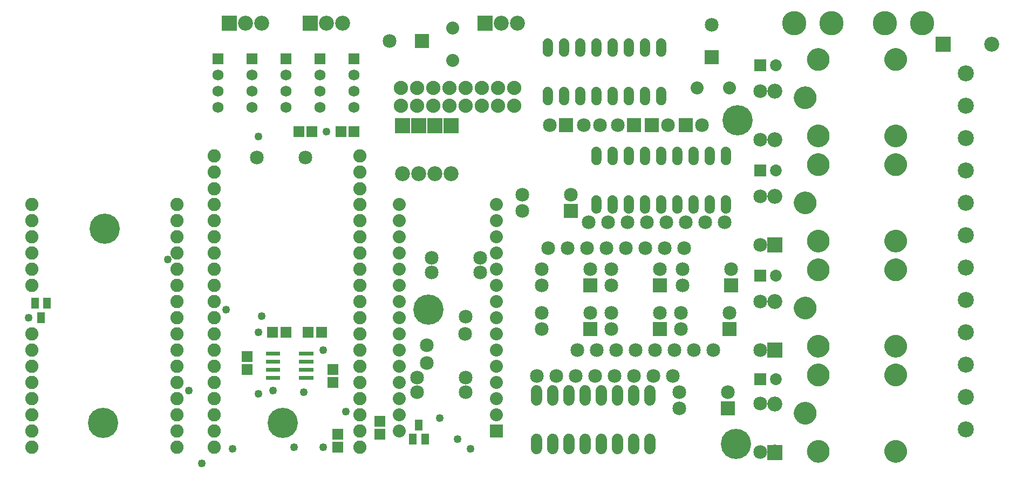
<source format=gts>
G04 MADE WITH FRITZING*
G04 WWW.FRITZING.ORG*
G04 DOUBLE SIDED*
G04 HOLES PLATED*
G04 CONTOUR ON CENTER OF CONTOUR VECTOR*
%ASAXBY*%
%FSLAX23Y23*%
%MOIN*%
%OFA0B0*%
%SFA1.0B1.0*%
%ADD10C,0.049370*%
%ADD11C,0.085000*%
%ADD12C,0.069000*%
%ADD13C,0.081858*%
%ADD14C,0.068189*%
%ADD15C,0.092000*%
%ADD16C,0.080000*%
%ADD17C,0.062000*%
%ADD18C,0.088000*%
%ADD19C,0.150000*%
%ADD20C,0.098750*%
%ADD21C,0.072992*%
%ADD22C,0.187165*%
%ADD23R,0.069000X0.069000*%
%ADD24R,0.049370X0.065118*%
%ADD25R,0.065118X0.069055*%
%ADD26R,0.069055X0.065118*%
%ADD27R,0.085000X0.085000*%
%ADD28R,0.092000X0.092000*%
%ADD29R,0.072992X0.072992*%
%ADD30R,0.079972X0.080000*%
%ADD31C,0.010000*%
%ADD32C,0.030000*%
%ADD33R,0.001000X0.001000*%
%LNMASK1*%
G90*
G70*
G54D10*
X2017Y2086D03*
X1617Y946D03*
X1597Y2056D03*
X1877Y476D03*
X1597Y466D03*
X1997Y736D03*
X1037Y1296D03*
X1397Y986D03*
X1687Y486D03*
X1597Y846D03*
X2137Y356D03*
X1817Y136D03*
X1437Y126D03*
G54D11*
X3317Y576D03*
X3570Y737D03*
G54D12*
X1347Y2536D03*
X1347Y2436D03*
X1347Y2336D03*
X1347Y2236D03*
X1557Y2536D03*
X1557Y2436D03*
X1557Y2336D03*
X1557Y2236D03*
X1767Y2536D03*
X1767Y2436D03*
X1767Y2336D03*
X1767Y2236D03*
X2187Y2536D03*
X2187Y2436D03*
X2187Y2336D03*
X2187Y2236D03*
X1977Y2536D03*
X1977Y2436D03*
X1977Y2336D03*
X1977Y2236D03*
G54D10*
X2717Y316D03*
X1167Y486D03*
X1247Y36D03*
X177Y936D03*
X1997Y136D03*
X2827Y186D03*
X2907Y126D03*
G54D13*
X1096Y137D03*
X1096Y236D03*
X1096Y337D03*
X1096Y437D03*
X1096Y536D03*
X1096Y637D03*
X1096Y736D03*
X1096Y837D03*
X1096Y937D03*
X1096Y1036D03*
X1096Y1137D03*
X1096Y1236D03*
X1096Y1337D03*
X1096Y1436D03*
X1096Y1536D03*
X1096Y1637D03*
X197Y1637D03*
X197Y1536D03*
X197Y1436D03*
X197Y1337D03*
X197Y1236D03*
X197Y1137D03*
X197Y837D03*
X197Y736D03*
X197Y637D03*
X197Y536D03*
X197Y437D03*
X197Y337D03*
X197Y236D03*
X197Y137D03*
X2225Y136D03*
X2225Y237D03*
X2225Y336D03*
X2225Y436D03*
X2225Y536D03*
X2225Y636D03*
X2225Y737D03*
X2225Y836D03*
X2225Y936D03*
X2225Y1036D03*
X2225Y1136D03*
X2225Y1236D03*
X2225Y1336D03*
X2225Y1436D03*
X2225Y1536D03*
X2225Y1636D03*
X2225Y1735D03*
X2225Y1836D03*
X2225Y1936D03*
X1326Y1936D03*
X1326Y1836D03*
X1326Y1735D03*
X1326Y1636D03*
X1326Y1536D03*
X1326Y1436D03*
X1326Y1336D03*
X1326Y1236D03*
X1326Y1136D03*
X1326Y1036D03*
X1326Y936D03*
X1326Y836D03*
X1326Y737D03*
X1326Y636D03*
X1326Y536D03*
X1326Y436D03*
X1326Y336D03*
X1326Y237D03*
X1326Y136D03*
G54D11*
X3527Y1596D03*
X3227Y1596D03*
X3527Y1696D03*
X3227Y1696D03*
X3647Y1136D03*
X3347Y1136D03*
X3647Y1236D03*
X3347Y1236D03*
X4077Y1136D03*
X3777Y1136D03*
X4077Y1236D03*
X3777Y1236D03*
X4517Y1136D03*
X4217Y1136D03*
X4517Y1236D03*
X4217Y1236D03*
X4497Y376D03*
X4197Y376D03*
X4497Y476D03*
X4197Y476D03*
X4507Y866D03*
X4207Y866D03*
X4507Y966D03*
X4207Y966D03*
X4077Y866D03*
X3777Y866D03*
X4077Y966D03*
X3777Y966D03*
X3647Y866D03*
X3347Y866D03*
X3647Y966D03*
X3347Y966D03*
X4697Y106D03*
X4697Y406D03*
X4697Y736D03*
X4697Y1036D03*
X4697Y2036D03*
X4697Y2336D03*
X4697Y1386D03*
X4697Y1686D03*
X4157Y576D03*
X4410Y737D03*
X4037Y576D03*
X4290Y737D03*
X3917Y576D03*
X4170Y737D03*
X3797Y576D03*
X4050Y737D03*
X3677Y576D03*
X3930Y737D03*
X3557Y576D03*
X3810Y737D03*
X3437Y576D03*
X3690Y737D03*
X3867Y1366D03*
X4120Y1527D03*
X3747Y1366D03*
X4000Y1527D03*
X3627Y1366D03*
X3880Y1527D03*
X3507Y1366D03*
X3760Y1527D03*
X3987Y1366D03*
X4240Y1527D03*
X4107Y1366D03*
X4360Y1527D03*
X4227Y1366D03*
X4480Y1527D03*
X3387Y1366D03*
X3640Y1527D03*
G54D14*
X3317Y156D03*
X3417Y156D03*
X3917Y156D03*
X4017Y156D03*
X3517Y156D03*
X3617Y156D03*
X3817Y156D03*
X3717Y156D03*
X4017Y456D03*
X3917Y456D03*
X3817Y456D03*
X3717Y456D03*
X3617Y456D03*
X3517Y456D03*
X3417Y456D03*
X3317Y456D03*
X3317Y156D03*
X3417Y156D03*
X3917Y156D03*
X4017Y156D03*
X3517Y156D03*
X3617Y156D03*
X3817Y156D03*
X3717Y156D03*
X4017Y456D03*
X3917Y456D03*
X3817Y456D03*
X3717Y456D03*
X3617Y456D03*
X3517Y456D03*
X3417Y456D03*
X3317Y456D03*
G54D15*
X4787Y2038D03*
X4787Y2336D03*
X4787Y1388D03*
X4787Y1686D03*
X4787Y738D03*
X4787Y1036D03*
X4787Y106D03*
X4787Y404D03*
G54D11*
X2607Y2646D03*
X2407Y2646D03*
X4397Y2546D03*
X4397Y2746D03*
G54D16*
X4507Y2356D03*
X4307Y2356D03*
X2797Y2726D03*
X2797Y2526D03*
G54D11*
X4237Y2126D03*
X4337Y2126D03*
G54D15*
X2687Y2124D03*
X2687Y1826D03*
X2787Y2124D03*
X2787Y1826D03*
X2487Y2124D03*
X2487Y1826D03*
X2587Y2124D03*
X2587Y1826D03*
G54D17*
X3687Y1636D03*
X3787Y1636D03*
X4287Y1636D03*
X4387Y1636D03*
X3887Y1636D03*
X3987Y1636D03*
X4187Y1636D03*
X4087Y1636D03*
X4487Y1636D03*
X4487Y1936D03*
X4387Y1936D03*
X4287Y1936D03*
X4187Y1936D03*
X4087Y1936D03*
X3987Y1936D03*
X3887Y1936D03*
X3787Y1936D03*
X3687Y1936D03*
X3687Y1636D03*
X3787Y1636D03*
X4287Y1636D03*
X4387Y1636D03*
X3887Y1636D03*
X3987Y1636D03*
X4187Y1636D03*
X4087Y1636D03*
X4487Y1636D03*
X4487Y1936D03*
X4387Y1936D03*
X4287Y1936D03*
X4187Y1936D03*
X4087Y1936D03*
X3987Y1936D03*
X3887Y1936D03*
X3787Y1936D03*
X3687Y1936D03*
G54D11*
X2967Y1216D03*
X2667Y1216D03*
X2878Y945D03*
X2637Y766D03*
X2877Y566D03*
X2577Y566D03*
X2875Y838D03*
X2637Y656D03*
X1887Y1926D03*
X1587Y1926D03*
X2877Y476D03*
X2577Y476D03*
X2967Y1306D03*
X2667Y1306D03*
G54D18*
X3177Y2356D03*
X3077Y2356D03*
X2977Y2356D03*
X2877Y2356D03*
X2777Y2356D03*
X2677Y2356D03*
X2577Y2356D03*
X2477Y2356D03*
X2477Y2246D03*
X2577Y2246D03*
X2677Y2246D03*
X2777Y2246D03*
X2877Y2246D03*
X2977Y2246D03*
X3077Y2246D03*
X3177Y2246D03*
G54D17*
X3387Y2306D03*
X3487Y2306D03*
X3587Y2306D03*
X3687Y2306D03*
X3787Y2306D03*
X3887Y2306D03*
X3987Y2306D03*
X4087Y2306D03*
X4087Y2606D03*
X3987Y2606D03*
X3887Y2606D03*
X3787Y2606D03*
X3687Y2606D03*
X3587Y2606D03*
X3487Y2606D03*
X3387Y2606D03*
X3387Y2306D03*
X3487Y2306D03*
X3587Y2306D03*
X3687Y2306D03*
X3787Y2306D03*
X3887Y2306D03*
X3987Y2306D03*
X4087Y2306D03*
X4087Y2606D03*
X3987Y2606D03*
X3887Y2606D03*
X3787Y2606D03*
X3687Y2606D03*
X3587Y2606D03*
X3487Y2606D03*
X3387Y2606D03*
G54D11*
X3917Y2126D03*
X3817Y2126D03*
X3707Y2126D03*
X3607Y2126D03*
X3497Y2126D03*
X3397Y2126D03*
X4027Y2126D03*
X4127Y2126D03*
G54D19*
X4910Y2756D03*
X5140Y2756D03*
X5697Y2756D03*
X5467Y2756D03*
X4910Y2756D03*
X5140Y2756D03*
X5697Y2756D03*
X5467Y2756D03*
G54D15*
X5829Y2626D03*
X6127Y2626D03*
X1417Y2756D03*
X1517Y2756D03*
X1617Y2756D03*
X1917Y2756D03*
X2017Y2756D03*
X2117Y2756D03*
X2997Y2756D03*
X3097Y2756D03*
X3197Y2756D03*
G54D20*
X5967Y1246D03*
X5967Y1446D03*
X5967Y1646D03*
X5967Y1846D03*
X5967Y2046D03*
X5967Y2246D03*
X5967Y2446D03*
X5967Y246D03*
X5967Y446D03*
X5967Y646D03*
X5967Y846D03*
X5967Y1046D03*
X5967Y1246D03*
X5967Y1446D03*
G54D21*
X4697Y1196D03*
X4795Y1196D03*
X4697Y1846D03*
X4795Y1846D03*
X4697Y2496D03*
X4795Y2496D03*
X4697Y556D03*
X4795Y556D03*
G54D16*
X3067Y236D03*
X3067Y336D03*
X3067Y436D03*
X3067Y536D03*
X3067Y636D03*
X3067Y736D03*
X3067Y836D03*
X3067Y936D03*
X3067Y1036D03*
X3067Y1136D03*
X3067Y1236D03*
X3067Y1336D03*
X3067Y1436D03*
X3067Y1536D03*
X3067Y1636D03*
X2467Y236D03*
X2467Y336D03*
X2467Y436D03*
X2467Y536D03*
X2467Y636D03*
X2467Y736D03*
X2467Y836D03*
X2467Y936D03*
X2467Y1036D03*
X2467Y1136D03*
X2467Y1236D03*
X2467Y1336D03*
X2467Y1436D03*
X2467Y1536D03*
X2467Y1636D03*
G54D22*
X1747Y286D03*
X4547Y156D03*
X4557Y2156D03*
X2647Y986D03*
X637Y286D03*
X647Y1486D03*
G54D23*
X1347Y2536D03*
X1557Y2536D03*
X1767Y2536D03*
X2187Y2536D03*
X1977Y2536D03*
G54D24*
X254Y939D03*
X217Y1026D03*
X292Y1026D03*
X2590Y273D03*
X2627Y186D03*
X2552Y186D03*
G54D25*
X1906Y846D03*
X1987Y846D03*
G54D26*
X2057Y617D03*
X2057Y536D03*
G54D25*
X1686Y846D03*
X1767Y846D03*
G54D26*
X2087Y217D03*
X2087Y136D03*
X1527Y697D03*
X1527Y616D03*
G54D25*
X2188Y2086D03*
X2107Y2086D03*
X1928Y2086D03*
X1847Y2086D03*
G54D26*
X2347Y297D03*
X2347Y216D03*
G54D27*
X3527Y1596D03*
X3647Y1136D03*
X4077Y1136D03*
X4517Y1136D03*
X4497Y376D03*
X4507Y866D03*
X4077Y866D03*
X3647Y866D03*
G54D28*
X4787Y1387D03*
X4787Y737D03*
X4787Y105D03*
G54D27*
X2607Y2646D03*
X4397Y2546D03*
X4237Y2126D03*
G54D28*
X2687Y2125D03*
X2787Y2125D03*
X2487Y2125D03*
X2587Y2125D03*
G54D27*
X3917Y2126D03*
X3497Y2126D03*
X4027Y2126D03*
G54D28*
X5828Y2626D03*
X1417Y2756D03*
X1917Y2756D03*
X2997Y2756D03*
G54D29*
X4697Y1196D03*
X4697Y1846D03*
X4697Y2496D03*
X4697Y556D03*
G54D30*
X3067Y236D03*
G54D31*
G36*
X1731Y704D02*
X1644Y704D01*
X1644Y728D01*
X1731Y728D01*
X1731Y704D01*
G37*
D02*
G36*
X1731Y654D02*
X1644Y654D01*
X1644Y678D01*
X1731Y678D01*
X1731Y654D01*
G37*
D02*
G36*
X1731Y604D02*
X1644Y604D01*
X1644Y628D01*
X1731Y628D01*
X1731Y604D01*
G37*
D02*
G36*
X1731Y554D02*
X1644Y554D01*
X1644Y578D01*
X1731Y578D01*
X1731Y554D01*
G37*
D02*
G36*
X1937Y554D02*
X1850Y554D01*
X1850Y578D01*
X1937Y578D01*
X1937Y554D01*
G37*
D02*
G36*
X1937Y604D02*
X1850Y604D01*
X1850Y628D01*
X1937Y628D01*
X1937Y604D01*
G37*
D02*
G36*
X1937Y654D02*
X1850Y654D01*
X1850Y678D01*
X1937Y678D01*
X1937Y654D01*
G37*
D02*
G36*
X1937Y704D02*
X1850Y704D01*
X1850Y728D01*
X1937Y728D01*
X1937Y704D01*
G37*
D02*
G54D32*
G36*
X4756Y2068D02*
X4818Y2068D01*
X4818Y2006D01*
X4756Y2006D01*
X4756Y2068D01*
G37*
D02*
G36*
X3679Y2098D02*
X3679Y2153D01*
X3734Y2153D01*
X3734Y2098D01*
X3679Y2098D01*
G37*
D02*
G54D33*
X3381Y2663D02*
X3392Y2663D01*
X3481Y2663D02*
X3492Y2663D01*
X3581Y2663D02*
X3592Y2663D01*
X3681Y2663D02*
X3692Y2663D01*
X3781Y2663D02*
X3792Y2663D01*
X3881Y2663D02*
X3892Y2663D01*
X3981Y2663D02*
X3992Y2663D01*
X4081Y2663D02*
X4092Y2663D01*
X3377Y2662D02*
X3395Y2662D01*
X3477Y2662D02*
X3495Y2662D01*
X3577Y2662D02*
X3595Y2662D01*
X3677Y2662D02*
X3695Y2662D01*
X3777Y2662D02*
X3795Y2662D01*
X3877Y2662D02*
X3895Y2662D01*
X3977Y2662D02*
X3995Y2662D01*
X4077Y2662D02*
X4095Y2662D01*
X3374Y2661D02*
X3398Y2661D01*
X3474Y2661D02*
X3498Y2661D01*
X3574Y2661D02*
X3598Y2661D01*
X3674Y2661D02*
X3698Y2661D01*
X3774Y2661D02*
X3798Y2661D01*
X3874Y2661D02*
X3898Y2661D01*
X3974Y2661D02*
X3998Y2661D01*
X4074Y2661D02*
X4098Y2661D01*
X3372Y2660D02*
X3400Y2660D01*
X3472Y2660D02*
X3500Y2660D01*
X3572Y2660D02*
X3600Y2660D01*
X3672Y2660D02*
X3700Y2660D01*
X3772Y2660D02*
X3800Y2660D01*
X3872Y2660D02*
X3900Y2660D01*
X3972Y2660D02*
X4000Y2660D01*
X4072Y2660D02*
X4100Y2660D01*
X3371Y2659D02*
X3402Y2659D01*
X3471Y2659D02*
X3502Y2659D01*
X3571Y2659D02*
X3602Y2659D01*
X3671Y2659D02*
X3702Y2659D01*
X3771Y2659D02*
X3802Y2659D01*
X3871Y2659D02*
X3902Y2659D01*
X3971Y2659D02*
X4002Y2659D01*
X4071Y2659D02*
X4102Y2659D01*
X3369Y2658D02*
X3404Y2658D01*
X3469Y2658D02*
X3504Y2658D01*
X3569Y2658D02*
X3604Y2658D01*
X3669Y2658D02*
X3703Y2658D01*
X3769Y2658D02*
X3803Y2658D01*
X3869Y2658D02*
X3903Y2658D01*
X3969Y2658D02*
X4003Y2658D01*
X4069Y2658D02*
X4103Y2658D01*
X3368Y2657D02*
X3405Y2657D01*
X3468Y2657D02*
X3505Y2657D01*
X3568Y2657D02*
X3605Y2657D01*
X3668Y2657D02*
X3705Y2657D01*
X3768Y2657D02*
X3805Y2657D01*
X3868Y2657D02*
X3905Y2657D01*
X3968Y2657D02*
X4005Y2657D01*
X4068Y2657D02*
X4105Y2657D01*
X3366Y2656D02*
X3406Y2656D01*
X3466Y2656D02*
X3506Y2656D01*
X3566Y2656D02*
X3606Y2656D01*
X3666Y2656D02*
X3706Y2656D01*
X3766Y2656D02*
X3806Y2656D01*
X3866Y2656D02*
X3906Y2656D01*
X3966Y2656D02*
X4006Y2656D01*
X4066Y2656D02*
X4106Y2656D01*
X3365Y2655D02*
X3407Y2655D01*
X3465Y2655D02*
X3507Y2655D01*
X3565Y2655D02*
X3607Y2655D01*
X3665Y2655D02*
X3707Y2655D01*
X3765Y2655D02*
X3807Y2655D01*
X3865Y2655D02*
X3907Y2655D01*
X3965Y2655D02*
X4007Y2655D01*
X4065Y2655D02*
X4107Y2655D01*
X3364Y2654D02*
X3408Y2654D01*
X3464Y2654D02*
X3508Y2654D01*
X3564Y2654D02*
X3608Y2654D01*
X3664Y2654D02*
X3708Y2654D01*
X3764Y2654D02*
X3808Y2654D01*
X3864Y2654D02*
X3908Y2654D01*
X3964Y2654D02*
X4008Y2654D01*
X4064Y2654D02*
X4108Y2654D01*
X3363Y2653D02*
X3409Y2653D01*
X3463Y2653D02*
X3509Y2653D01*
X3563Y2653D02*
X3609Y2653D01*
X3663Y2653D02*
X3709Y2653D01*
X3763Y2653D02*
X3809Y2653D01*
X3863Y2653D02*
X3909Y2653D01*
X3963Y2653D02*
X4009Y2653D01*
X4063Y2653D02*
X4109Y2653D01*
X3363Y2652D02*
X3410Y2652D01*
X3463Y2652D02*
X3510Y2652D01*
X3563Y2652D02*
X3610Y2652D01*
X3663Y2652D02*
X3710Y2652D01*
X3763Y2652D02*
X3810Y2652D01*
X3863Y2652D02*
X3910Y2652D01*
X3963Y2652D02*
X4010Y2652D01*
X4063Y2652D02*
X4110Y2652D01*
X3362Y2651D02*
X3411Y2651D01*
X3462Y2651D02*
X3511Y2651D01*
X3562Y2651D02*
X3611Y2651D01*
X3662Y2651D02*
X3711Y2651D01*
X3762Y2651D02*
X3811Y2651D01*
X3862Y2651D02*
X3911Y2651D01*
X3962Y2651D02*
X4011Y2651D01*
X4062Y2651D02*
X4111Y2651D01*
X3361Y2650D02*
X3411Y2650D01*
X3461Y2650D02*
X3511Y2650D01*
X3561Y2650D02*
X3611Y2650D01*
X3661Y2650D02*
X3711Y2650D01*
X3761Y2650D02*
X3811Y2650D01*
X3861Y2650D02*
X3911Y2650D01*
X3961Y2650D02*
X4011Y2650D01*
X4061Y2650D02*
X4111Y2650D01*
X3361Y2649D02*
X3412Y2649D01*
X3461Y2649D02*
X3512Y2649D01*
X3561Y2649D02*
X3612Y2649D01*
X3661Y2649D02*
X3712Y2649D01*
X3761Y2649D02*
X3812Y2649D01*
X3861Y2649D02*
X3912Y2649D01*
X3961Y2649D02*
X4012Y2649D01*
X4061Y2649D02*
X4112Y2649D01*
X3360Y2648D02*
X3413Y2648D01*
X3460Y2648D02*
X3513Y2648D01*
X3560Y2648D02*
X3613Y2648D01*
X3660Y2648D02*
X3713Y2648D01*
X3760Y2648D02*
X3813Y2648D01*
X3860Y2648D02*
X3913Y2648D01*
X3960Y2648D02*
X4013Y2648D01*
X4060Y2648D02*
X4113Y2648D01*
X3359Y2647D02*
X3413Y2647D01*
X3459Y2647D02*
X3513Y2647D01*
X3559Y2647D02*
X3613Y2647D01*
X3659Y2647D02*
X3713Y2647D01*
X3759Y2647D02*
X3813Y2647D01*
X3859Y2647D02*
X3913Y2647D01*
X3959Y2647D02*
X4013Y2647D01*
X4059Y2647D02*
X4113Y2647D01*
X3359Y2646D02*
X3414Y2646D01*
X3459Y2646D02*
X3514Y2646D01*
X3559Y2646D02*
X3614Y2646D01*
X3659Y2646D02*
X3714Y2646D01*
X3759Y2646D02*
X3814Y2646D01*
X3859Y2646D02*
X3914Y2646D01*
X3959Y2646D02*
X4014Y2646D01*
X4059Y2646D02*
X4114Y2646D01*
X3358Y2645D02*
X3414Y2645D01*
X3458Y2645D02*
X3514Y2645D01*
X3558Y2645D02*
X3614Y2645D01*
X3658Y2645D02*
X3714Y2645D01*
X3758Y2645D02*
X3814Y2645D01*
X3858Y2645D02*
X3914Y2645D01*
X3958Y2645D02*
X4014Y2645D01*
X4058Y2645D02*
X4114Y2645D01*
X3358Y2644D02*
X3415Y2644D01*
X3458Y2644D02*
X3514Y2644D01*
X3558Y2644D02*
X3614Y2644D01*
X3658Y2644D02*
X3714Y2644D01*
X3758Y2644D02*
X3814Y2644D01*
X3858Y2644D02*
X3914Y2644D01*
X3958Y2644D02*
X4014Y2644D01*
X4058Y2644D02*
X4114Y2644D01*
X3358Y2643D02*
X3415Y2643D01*
X3458Y2643D02*
X3515Y2643D01*
X3558Y2643D02*
X3615Y2643D01*
X3658Y2643D02*
X3715Y2643D01*
X3758Y2643D02*
X3815Y2643D01*
X3858Y2643D02*
X3915Y2643D01*
X3958Y2643D02*
X4015Y2643D01*
X4058Y2643D02*
X4115Y2643D01*
X3357Y2642D02*
X3415Y2642D01*
X3457Y2642D02*
X3515Y2642D01*
X3557Y2642D02*
X3615Y2642D01*
X3657Y2642D02*
X3715Y2642D01*
X3757Y2642D02*
X3815Y2642D01*
X3857Y2642D02*
X3915Y2642D01*
X3957Y2642D02*
X4015Y2642D01*
X4057Y2642D02*
X4115Y2642D01*
X3357Y2641D02*
X3416Y2641D01*
X3457Y2641D02*
X3516Y2641D01*
X3557Y2641D02*
X3616Y2641D01*
X3657Y2641D02*
X3716Y2641D01*
X3757Y2641D02*
X3816Y2641D01*
X3857Y2641D02*
X3915Y2641D01*
X3957Y2641D02*
X4015Y2641D01*
X4057Y2641D02*
X4115Y2641D01*
X3357Y2640D02*
X3416Y2640D01*
X3457Y2640D02*
X3516Y2640D01*
X3557Y2640D02*
X3616Y2640D01*
X3657Y2640D02*
X3716Y2640D01*
X3757Y2640D02*
X3816Y2640D01*
X3857Y2640D02*
X3916Y2640D01*
X3957Y2640D02*
X4016Y2640D01*
X4057Y2640D02*
X4116Y2640D01*
X3357Y2639D02*
X3416Y2639D01*
X3456Y2639D02*
X3516Y2639D01*
X3556Y2639D02*
X3616Y2639D01*
X3656Y2639D02*
X3716Y2639D01*
X3756Y2639D02*
X3816Y2639D01*
X3856Y2639D02*
X3916Y2639D01*
X3956Y2639D02*
X4016Y2639D01*
X4056Y2639D02*
X4116Y2639D01*
X3356Y2638D02*
X3416Y2638D01*
X3456Y2638D02*
X3516Y2638D01*
X3556Y2638D02*
X3616Y2638D01*
X3656Y2638D02*
X3716Y2638D01*
X3756Y2638D02*
X3816Y2638D01*
X3856Y2638D02*
X3916Y2638D01*
X3956Y2638D02*
X4016Y2638D01*
X4056Y2638D02*
X4116Y2638D01*
X3356Y2637D02*
X3416Y2637D01*
X3456Y2637D02*
X3516Y2637D01*
X3556Y2637D02*
X3616Y2637D01*
X3656Y2637D02*
X3716Y2637D01*
X3756Y2637D02*
X3816Y2637D01*
X3856Y2637D02*
X3916Y2637D01*
X3956Y2637D02*
X4016Y2637D01*
X4056Y2637D02*
X4116Y2637D01*
X3356Y2636D02*
X3417Y2636D01*
X3456Y2636D02*
X3517Y2636D01*
X3556Y2636D02*
X3617Y2636D01*
X3656Y2636D02*
X3717Y2636D01*
X3756Y2636D02*
X3817Y2636D01*
X3856Y2636D02*
X3917Y2636D01*
X3956Y2636D02*
X4017Y2636D01*
X4056Y2636D02*
X4117Y2636D01*
X3356Y2635D02*
X3417Y2635D01*
X3456Y2635D02*
X3517Y2635D01*
X3556Y2635D02*
X3617Y2635D01*
X3656Y2635D02*
X3717Y2635D01*
X3756Y2635D02*
X3817Y2635D01*
X3856Y2635D02*
X3917Y2635D01*
X3956Y2635D02*
X4017Y2635D01*
X4056Y2635D02*
X4117Y2635D01*
X3356Y2634D02*
X3417Y2634D01*
X3456Y2634D02*
X3517Y2634D01*
X3556Y2634D02*
X3617Y2634D01*
X3656Y2634D02*
X3717Y2634D01*
X3756Y2634D02*
X3817Y2634D01*
X3856Y2634D02*
X3917Y2634D01*
X3956Y2634D02*
X4017Y2634D01*
X4056Y2634D02*
X4117Y2634D01*
X3356Y2633D02*
X3417Y2633D01*
X3456Y2633D02*
X3517Y2633D01*
X3556Y2633D02*
X3617Y2633D01*
X3656Y2633D02*
X3717Y2633D01*
X3756Y2633D02*
X3817Y2633D01*
X3856Y2633D02*
X3917Y2633D01*
X3956Y2633D02*
X4017Y2633D01*
X4056Y2633D02*
X4117Y2633D01*
X3356Y2632D02*
X3417Y2632D01*
X3456Y2632D02*
X3517Y2632D01*
X3556Y2632D02*
X3617Y2632D01*
X3656Y2632D02*
X3717Y2632D01*
X3756Y2632D02*
X3817Y2632D01*
X3856Y2632D02*
X3917Y2632D01*
X3956Y2632D02*
X4017Y2632D01*
X4056Y2632D02*
X4117Y2632D01*
X3356Y2631D02*
X3417Y2631D01*
X3456Y2631D02*
X3517Y2631D01*
X3556Y2631D02*
X3617Y2631D01*
X3656Y2631D02*
X3717Y2631D01*
X3756Y2631D02*
X3817Y2631D01*
X3856Y2631D02*
X3917Y2631D01*
X3956Y2631D02*
X4017Y2631D01*
X4056Y2631D02*
X4117Y2631D01*
X3356Y2630D02*
X3417Y2630D01*
X3456Y2630D02*
X3517Y2630D01*
X3556Y2630D02*
X3617Y2630D01*
X3656Y2630D02*
X3717Y2630D01*
X3756Y2630D02*
X3817Y2630D01*
X3856Y2630D02*
X3917Y2630D01*
X3956Y2630D02*
X4017Y2630D01*
X4056Y2630D02*
X4117Y2630D01*
X3356Y2629D02*
X3417Y2629D01*
X3456Y2629D02*
X3517Y2629D01*
X3556Y2629D02*
X3617Y2629D01*
X3656Y2629D02*
X3717Y2629D01*
X3756Y2629D02*
X3817Y2629D01*
X3856Y2629D02*
X3917Y2629D01*
X3956Y2629D02*
X4017Y2629D01*
X4056Y2629D02*
X4117Y2629D01*
X3356Y2628D02*
X3417Y2628D01*
X3456Y2628D02*
X3517Y2628D01*
X3556Y2628D02*
X3617Y2628D01*
X3656Y2628D02*
X3717Y2628D01*
X3756Y2628D02*
X3817Y2628D01*
X3856Y2628D02*
X3917Y2628D01*
X3956Y2628D02*
X4017Y2628D01*
X4056Y2628D02*
X4117Y2628D01*
X3356Y2627D02*
X3417Y2627D01*
X3456Y2627D02*
X3517Y2627D01*
X3556Y2627D02*
X3617Y2627D01*
X3656Y2627D02*
X3717Y2627D01*
X3756Y2627D02*
X3817Y2627D01*
X3856Y2627D02*
X3917Y2627D01*
X3956Y2627D02*
X4017Y2627D01*
X4056Y2627D02*
X4117Y2627D01*
X3356Y2626D02*
X3417Y2626D01*
X3456Y2626D02*
X3517Y2626D01*
X3556Y2626D02*
X3617Y2626D01*
X3656Y2626D02*
X3717Y2626D01*
X3756Y2626D02*
X3817Y2626D01*
X3856Y2626D02*
X3917Y2626D01*
X3956Y2626D02*
X4017Y2626D01*
X4056Y2626D02*
X4117Y2626D01*
X3356Y2625D02*
X3417Y2625D01*
X3456Y2625D02*
X3517Y2625D01*
X3556Y2625D02*
X3617Y2625D01*
X3656Y2625D02*
X3717Y2625D01*
X3756Y2625D02*
X3817Y2625D01*
X3856Y2625D02*
X3917Y2625D01*
X3956Y2625D02*
X4017Y2625D01*
X4056Y2625D02*
X4117Y2625D01*
X3356Y2624D02*
X3417Y2624D01*
X3456Y2624D02*
X3517Y2624D01*
X3556Y2624D02*
X3617Y2624D01*
X3656Y2624D02*
X3717Y2624D01*
X3756Y2624D02*
X3817Y2624D01*
X3856Y2624D02*
X3917Y2624D01*
X3956Y2624D02*
X4017Y2624D01*
X4056Y2624D02*
X4117Y2624D01*
X3356Y2623D02*
X3417Y2623D01*
X3456Y2623D02*
X3517Y2623D01*
X3556Y2623D02*
X3617Y2623D01*
X3656Y2623D02*
X3717Y2623D01*
X3756Y2623D02*
X3817Y2623D01*
X3856Y2623D02*
X3917Y2623D01*
X3956Y2623D02*
X4017Y2623D01*
X4056Y2623D02*
X4117Y2623D01*
X3356Y2622D02*
X3417Y2622D01*
X3456Y2622D02*
X3517Y2622D01*
X3556Y2622D02*
X3617Y2622D01*
X3656Y2622D02*
X3717Y2622D01*
X3756Y2622D02*
X3817Y2622D01*
X3856Y2622D02*
X3917Y2622D01*
X3956Y2622D02*
X4017Y2622D01*
X4056Y2622D02*
X4117Y2622D01*
X3356Y2621D02*
X3417Y2621D01*
X3456Y2621D02*
X3517Y2621D01*
X3556Y2621D02*
X3617Y2621D01*
X3656Y2621D02*
X3717Y2621D01*
X3756Y2621D02*
X3817Y2621D01*
X3856Y2621D02*
X3917Y2621D01*
X3956Y2621D02*
X4017Y2621D01*
X4056Y2621D02*
X4117Y2621D01*
X3356Y2620D02*
X3417Y2620D01*
X3456Y2620D02*
X3517Y2620D01*
X3556Y2620D02*
X3617Y2620D01*
X3656Y2620D02*
X3717Y2620D01*
X3756Y2620D02*
X3817Y2620D01*
X3856Y2620D02*
X3917Y2620D01*
X3956Y2620D02*
X4017Y2620D01*
X4056Y2620D02*
X4117Y2620D01*
X3356Y2619D02*
X3417Y2619D01*
X3456Y2619D02*
X3517Y2619D01*
X3556Y2619D02*
X3617Y2619D01*
X3656Y2619D02*
X3717Y2619D01*
X3756Y2619D02*
X3817Y2619D01*
X3856Y2619D02*
X3917Y2619D01*
X3956Y2619D02*
X4017Y2619D01*
X4056Y2619D02*
X4117Y2619D01*
X3356Y2618D02*
X3417Y2618D01*
X3456Y2618D02*
X3517Y2618D01*
X3556Y2618D02*
X3617Y2618D01*
X3656Y2618D02*
X3717Y2618D01*
X3756Y2618D02*
X3817Y2618D01*
X3856Y2618D02*
X3917Y2618D01*
X3956Y2618D02*
X4017Y2618D01*
X4056Y2618D02*
X4117Y2618D01*
X3356Y2617D02*
X3382Y2617D01*
X3391Y2617D02*
X3417Y2617D01*
X3456Y2617D02*
X3482Y2617D01*
X3491Y2617D02*
X3517Y2617D01*
X3556Y2617D02*
X3582Y2617D01*
X3591Y2617D02*
X3617Y2617D01*
X3656Y2617D02*
X3682Y2617D01*
X3691Y2617D02*
X3717Y2617D01*
X3756Y2617D02*
X3782Y2617D01*
X3791Y2617D02*
X3817Y2617D01*
X3856Y2617D02*
X3882Y2617D01*
X3891Y2617D02*
X3917Y2617D01*
X3956Y2617D02*
X3982Y2617D01*
X3991Y2617D02*
X4017Y2617D01*
X4056Y2617D02*
X4082Y2617D01*
X4091Y2617D02*
X4117Y2617D01*
X3356Y2616D02*
X3380Y2616D01*
X3393Y2616D02*
X3417Y2616D01*
X3456Y2616D02*
X3480Y2616D01*
X3493Y2616D02*
X3517Y2616D01*
X3556Y2616D02*
X3580Y2616D01*
X3593Y2616D02*
X3617Y2616D01*
X3656Y2616D02*
X3680Y2616D01*
X3693Y2616D02*
X3717Y2616D01*
X3756Y2616D02*
X3780Y2616D01*
X3793Y2616D02*
X3817Y2616D01*
X3856Y2616D02*
X3880Y2616D01*
X3893Y2616D02*
X3917Y2616D01*
X3956Y2616D02*
X3980Y2616D01*
X3993Y2616D02*
X4017Y2616D01*
X4056Y2616D02*
X4080Y2616D01*
X4093Y2616D02*
X4117Y2616D01*
X3356Y2615D02*
X3379Y2615D01*
X3394Y2615D02*
X3417Y2615D01*
X3456Y2615D02*
X3479Y2615D01*
X3494Y2615D02*
X3517Y2615D01*
X3556Y2615D02*
X3579Y2615D01*
X3594Y2615D02*
X3617Y2615D01*
X3656Y2615D02*
X3679Y2615D01*
X3694Y2615D02*
X3717Y2615D01*
X3756Y2615D02*
X3779Y2615D01*
X3794Y2615D02*
X3817Y2615D01*
X3856Y2615D02*
X3879Y2615D01*
X3894Y2615D02*
X3917Y2615D01*
X3956Y2615D02*
X3979Y2615D01*
X3994Y2615D02*
X4017Y2615D01*
X4056Y2615D02*
X4079Y2615D01*
X4094Y2615D02*
X4117Y2615D01*
X3356Y2614D02*
X3378Y2614D01*
X3395Y2614D02*
X3417Y2614D01*
X3456Y2614D02*
X3478Y2614D01*
X3495Y2614D02*
X3517Y2614D01*
X3556Y2614D02*
X3578Y2614D01*
X3595Y2614D02*
X3617Y2614D01*
X3656Y2614D02*
X3678Y2614D01*
X3695Y2614D02*
X3717Y2614D01*
X3756Y2614D02*
X3778Y2614D01*
X3795Y2614D02*
X3817Y2614D01*
X3856Y2614D02*
X3878Y2614D01*
X3895Y2614D02*
X3917Y2614D01*
X3956Y2614D02*
X3978Y2614D01*
X3995Y2614D02*
X4017Y2614D01*
X4056Y2614D02*
X4078Y2614D01*
X4095Y2614D02*
X4117Y2614D01*
X3356Y2613D02*
X3377Y2613D01*
X3396Y2613D02*
X3417Y2613D01*
X3456Y2613D02*
X3477Y2613D01*
X3496Y2613D02*
X3517Y2613D01*
X3556Y2613D02*
X3577Y2613D01*
X3596Y2613D02*
X3617Y2613D01*
X3656Y2613D02*
X3677Y2613D01*
X3696Y2613D02*
X3717Y2613D01*
X3756Y2613D02*
X3777Y2613D01*
X3796Y2613D02*
X3817Y2613D01*
X3856Y2613D02*
X3877Y2613D01*
X3896Y2613D02*
X3917Y2613D01*
X3956Y2613D02*
X3977Y2613D01*
X3996Y2613D02*
X4017Y2613D01*
X4056Y2613D02*
X4077Y2613D01*
X4096Y2613D02*
X4117Y2613D01*
X3356Y2612D02*
X3376Y2612D01*
X3396Y2612D02*
X3417Y2612D01*
X3456Y2612D02*
X3476Y2612D01*
X3496Y2612D02*
X3517Y2612D01*
X3556Y2612D02*
X3576Y2612D01*
X3596Y2612D02*
X3617Y2612D01*
X3656Y2612D02*
X3676Y2612D01*
X3696Y2612D02*
X3717Y2612D01*
X3756Y2612D02*
X3776Y2612D01*
X3796Y2612D02*
X3817Y2612D01*
X3856Y2612D02*
X3876Y2612D01*
X3896Y2612D02*
X3917Y2612D01*
X3956Y2612D02*
X3976Y2612D01*
X3996Y2612D02*
X4017Y2612D01*
X4056Y2612D02*
X4076Y2612D01*
X4096Y2612D02*
X4117Y2612D01*
X3356Y2611D02*
X3376Y2611D01*
X3397Y2611D02*
X3417Y2611D01*
X3456Y2611D02*
X3476Y2611D01*
X3497Y2611D02*
X3517Y2611D01*
X3556Y2611D02*
X3576Y2611D01*
X3597Y2611D02*
X3617Y2611D01*
X3656Y2611D02*
X3676Y2611D01*
X3697Y2611D02*
X3717Y2611D01*
X3756Y2611D02*
X3776Y2611D01*
X3797Y2611D02*
X3817Y2611D01*
X3856Y2611D02*
X3876Y2611D01*
X3897Y2611D02*
X3917Y2611D01*
X3956Y2611D02*
X3976Y2611D01*
X3997Y2611D02*
X4017Y2611D01*
X4056Y2611D02*
X4076Y2611D01*
X4097Y2611D02*
X4117Y2611D01*
X3356Y2610D02*
X3375Y2610D01*
X3397Y2610D02*
X3417Y2610D01*
X3456Y2610D02*
X3475Y2610D01*
X3497Y2610D02*
X3517Y2610D01*
X3556Y2610D02*
X3575Y2610D01*
X3597Y2610D02*
X3617Y2610D01*
X3656Y2610D02*
X3675Y2610D01*
X3697Y2610D02*
X3717Y2610D01*
X3756Y2610D02*
X3775Y2610D01*
X3797Y2610D02*
X3817Y2610D01*
X3856Y2610D02*
X3875Y2610D01*
X3897Y2610D02*
X3917Y2610D01*
X3956Y2610D02*
X3975Y2610D01*
X3997Y2610D02*
X4017Y2610D01*
X4056Y2610D02*
X4075Y2610D01*
X4097Y2610D02*
X4117Y2610D01*
X3356Y2609D02*
X3375Y2609D01*
X3398Y2609D02*
X3417Y2609D01*
X3456Y2609D02*
X3475Y2609D01*
X3498Y2609D02*
X3517Y2609D01*
X3556Y2609D02*
X3575Y2609D01*
X3598Y2609D02*
X3617Y2609D01*
X3656Y2609D02*
X3675Y2609D01*
X3698Y2609D02*
X3717Y2609D01*
X3756Y2609D02*
X3775Y2609D01*
X3798Y2609D02*
X3817Y2609D01*
X3856Y2609D02*
X3875Y2609D01*
X3898Y2609D02*
X3917Y2609D01*
X3956Y2609D02*
X3975Y2609D01*
X3998Y2609D02*
X4017Y2609D01*
X4056Y2609D02*
X4075Y2609D01*
X4098Y2609D02*
X4117Y2609D01*
X3356Y2608D02*
X3375Y2608D01*
X3398Y2608D02*
X3417Y2608D01*
X3456Y2608D02*
X3475Y2608D01*
X3498Y2608D02*
X3517Y2608D01*
X3556Y2608D02*
X3575Y2608D01*
X3598Y2608D02*
X3617Y2608D01*
X3656Y2608D02*
X3675Y2608D01*
X3698Y2608D02*
X3717Y2608D01*
X3756Y2608D02*
X3775Y2608D01*
X3798Y2608D02*
X3817Y2608D01*
X3856Y2608D02*
X3875Y2608D01*
X3898Y2608D02*
X3917Y2608D01*
X3956Y2608D02*
X3975Y2608D01*
X3998Y2608D02*
X4017Y2608D01*
X4056Y2608D02*
X4075Y2608D01*
X4098Y2608D02*
X4117Y2608D01*
X3356Y2607D02*
X3375Y2607D01*
X3398Y2607D02*
X3417Y2607D01*
X3456Y2607D02*
X3475Y2607D01*
X3498Y2607D02*
X3517Y2607D01*
X3556Y2607D02*
X3575Y2607D01*
X3598Y2607D02*
X3617Y2607D01*
X3656Y2607D02*
X3675Y2607D01*
X3698Y2607D02*
X3717Y2607D01*
X3756Y2607D02*
X3775Y2607D01*
X3798Y2607D02*
X3817Y2607D01*
X3856Y2607D02*
X3875Y2607D01*
X3898Y2607D02*
X3917Y2607D01*
X3956Y2607D02*
X3975Y2607D01*
X3998Y2607D02*
X4017Y2607D01*
X4056Y2607D02*
X4075Y2607D01*
X4098Y2607D02*
X4117Y2607D01*
X3356Y2606D02*
X3375Y2606D01*
X3398Y2606D02*
X3417Y2606D01*
X3456Y2606D02*
X3475Y2606D01*
X3498Y2606D02*
X3517Y2606D01*
X3556Y2606D02*
X3575Y2606D01*
X3598Y2606D02*
X3617Y2606D01*
X3656Y2606D02*
X3675Y2606D01*
X3698Y2606D02*
X3717Y2606D01*
X3756Y2606D02*
X3775Y2606D01*
X3798Y2606D02*
X3817Y2606D01*
X3856Y2606D02*
X3875Y2606D01*
X3898Y2606D02*
X3917Y2606D01*
X3956Y2606D02*
X3975Y2606D01*
X3998Y2606D02*
X4017Y2606D01*
X4056Y2606D02*
X4075Y2606D01*
X4098Y2606D02*
X4117Y2606D01*
X3356Y2605D02*
X3375Y2605D01*
X3398Y2605D02*
X3417Y2605D01*
X3456Y2605D02*
X3475Y2605D01*
X3498Y2605D02*
X3517Y2605D01*
X3556Y2605D02*
X3575Y2605D01*
X3598Y2605D02*
X3617Y2605D01*
X3656Y2605D02*
X3675Y2605D01*
X3698Y2605D02*
X3717Y2605D01*
X3756Y2605D02*
X3775Y2605D01*
X3798Y2605D02*
X3817Y2605D01*
X3856Y2605D02*
X3875Y2605D01*
X3898Y2605D02*
X3917Y2605D01*
X3956Y2605D02*
X3975Y2605D01*
X3998Y2605D02*
X4017Y2605D01*
X4056Y2605D02*
X4075Y2605D01*
X4098Y2605D02*
X4117Y2605D01*
X3356Y2604D02*
X3375Y2604D01*
X3397Y2604D02*
X3417Y2604D01*
X3456Y2604D02*
X3475Y2604D01*
X3497Y2604D02*
X3517Y2604D01*
X3556Y2604D02*
X3575Y2604D01*
X3597Y2604D02*
X3617Y2604D01*
X3656Y2604D02*
X3675Y2604D01*
X3697Y2604D02*
X3717Y2604D01*
X3756Y2604D02*
X3775Y2604D01*
X3797Y2604D02*
X3817Y2604D01*
X3856Y2604D02*
X3875Y2604D01*
X3897Y2604D02*
X3917Y2604D01*
X3956Y2604D02*
X3975Y2604D01*
X3997Y2604D02*
X4017Y2604D01*
X4056Y2604D02*
X4075Y2604D01*
X4097Y2604D02*
X4117Y2604D01*
X3356Y2603D02*
X3375Y2603D01*
X3397Y2603D02*
X3417Y2603D01*
X3456Y2603D02*
X3475Y2603D01*
X3497Y2603D02*
X3517Y2603D01*
X3556Y2603D02*
X3575Y2603D01*
X3597Y2603D02*
X3617Y2603D01*
X3656Y2603D02*
X3675Y2603D01*
X3697Y2603D02*
X3717Y2603D01*
X3756Y2603D02*
X3775Y2603D01*
X3797Y2603D02*
X3817Y2603D01*
X3856Y2603D02*
X3875Y2603D01*
X3897Y2603D02*
X3917Y2603D01*
X3956Y2603D02*
X3975Y2603D01*
X3997Y2603D02*
X4017Y2603D01*
X4056Y2603D02*
X4075Y2603D01*
X4097Y2603D02*
X4117Y2603D01*
X3356Y2602D02*
X3376Y2602D01*
X3397Y2602D02*
X3417Y2602D01*
X3456Y2602D02*
X3476Y2602D01*
X3497Y2602D02*
X3517Y2602D01*
X3556Y2602D02*
X3576Y2602D01*
X3597Y2602D02*
X3617Y2602D01*
X3656Y2602D02*
X3676Y2602D01*
X3697Y2602D02*
X3717Y2602D01*
X3756Y2602D02*
X3776Y2602D01*
X3797Y2602D02*
X3817Y2602D01*
X3856Y2602D02*
X3876Y2602D01*
X3897Y2602D02*
X3917Y2602D01*
X3956Y2602D02*
X3976Y2602D01*
X3997Y2602D02*
X4017Y2602D01*
X4056Y2602D02*
X4076Y2602D01*
X4097Y2602D02*
X4117Y2602D01*
X5048Y2602D02*
X5066Y2602D01*
X5526Y2602D02*
X5544Y2602D01*
X3356Y2601D02*
X3376Y2601D01*
X3396Y2601D02*
X3417Y2601D01*
X3456Y2601D02*
X3476Y2601D01*
X3496Y2601D02*
X3517Y2601D01*
X3556Y2601D02*
X3576Y2601D01*
X3596Y2601D02*
X3617Y2601D01*
X3656Y2601D02*
X3676Y2601D01*
X3696Y2601D02*
X3717Y2601D01*
X3756Y2601D02*
X3776Y2601D01*
X3796Y2601D02*
X3817Y2601D01*
X3856Y2601D02*
X3876Y2601D01*
X3896Y2601D02*
X3917Y2601D01*
X3956Y2601D02*
X3976Y2601D01*
X3996Y2601D02*
X4017Y2601D01*
X4056Y2601D02*
X4076Y2601D01*
X4096Y2601D02*
X4117Y2601D01*
X5042Y2601D02*
X5072Y2601D01*
X5521Y2601D02*
X5550Y2601D01*
X3356Y2600D02*
X3377Y2600D01*
X3396Y2600D02*
X3417Y2600D01*
X3456Y2600D02*
X3477Y2600D01*
X3495Y2600D02*
X3517Y2600D01*
X3556Y2600D02*
X3577Y2600D01*
X3595Y2600D02*
X3617Y2600D01*
X3656Y2600D02*
X3677Y2600D01*
X3695Y2600D02*
X3717Y2600D01*
X3756Y2600D02*
X3777Y2600D01*
X3795Y2600D02*
X3817Y2600D01*
X3856Y2600D02*
X3877Y2600D01*
X3895Y2600D02*
X3917Y2600D01*
X3956Y2600D02*
X3977Y2600D01*
X3995Y2600D02*
X4017Y2600D01*
X4056Y2600D02*
X4077Y2600D01*
X4095Y2600D02*
X4117Y2600D01*
X5038Y2600D02*
X5076Y2600D01*
X5517Y2600D02*
X5554Y2600D01*
X3356Y2599D02*
X3378Y2599D01*
X3395Y2599D02*
X3417Y2599D01*
X3456Y2599D02*
X3478Y2599D01*
X3495Y2599D02*
X3517Y2599D01*
X3556Y2599D02*
X3578Y2599D01*
X3595Y2599D02*
X3617Y2599D01*
X3656Y2599D02*
X3678Y2599D01*
X3695Y2599D02*
X3717Y2599D01*
X3756Y2599D02*
X3778Y2599D01*
X3795Y2599D02*
X3817Y2599D01*
X3856Y2599D02*
X3878Y2599D01*
X3895Y2599D02*
X3917Y2599D01*
X3956Y2599D02*
X3978Y2599D01*
X3995Y2599D02*
X4017Y2599D01*
X4056Y2599D02*
X4078Y2599D01*
X4095Y2599D02*
X4117Y2599D01*
X5035Y2599D02*
X5079Y2599D01*
X5513Y2599D02*
X5557Y2599D01*
X3356Y2598D02*
X3379Y2598D01*
X3394Y2598D02*
X3417Y2598D01*
X3456Y2598D02*
X3479Y2598D01*
X3494Y2598D02*
X3517Y2598D01*
X3556Y2598D02*
X3579Y2598D01*
X3594Y2598D02*
X3617Y2598D01*
X3656Y2598D02*
X3679Y2598D01*
X3693Y2598D02*
X3717Y2598D01*
X3756Y2598D02*
X3779Y2598D01*
X3793Y2598D02*
X3817Y2598D01*
X3856Y2598D02*
X3879Y2598D01*
X3893Y2598D02*
X3917Y2598D01*
X3956Y2598D02*
X3979Y2598D01*
X3993Y2598D02*
X4017Y2598D01*
X4056Y2598D02*
X4079Y2598D01*
X4093Y2598D02*
X4117Y2598D01*
X5032Y2598D02*
X5082Y2598D01*
X5510Y2598D02*
X5560Y2598D01*
X3356Y2597D02*
X3380Y2597D01*
X3392Y2597D02*
X3417Y2597D01*
X3456Y2597D02*
X3480Y2597D01*
X3492Y2597D02*
X3517Y2597D01*
X3556Y2597D02*
X3580Y2597D01*
X3592Y2597D02*
X3617Y2597D01*
X3656Y2597D02*
X3680Y2597D01*
X3692Y2597D02*
X3717Y2597D01*
X3756Y2597D02*
X3780Y2597D01*
X3792Y2597D02*
X3817Y2597D01*
X3856Y2597D02*
X3880Y2597D01*
X3892Y2597D02*
X3917Y2597D01*
X3956Y2597D02*
X3980Y2597D01*
X3992Y2597D02*
X4017Y2597D01*
X4056Y2597D02*
X4080Y2597D01*
X4092Y2597D02*
X4117Y2597D01*
X5030Y2597D02*
X5084Y2597D01*
X5508Y2597D02*
X5563Y2597D01*
X3356Y2596D02*
X3383Y2596D01*
X3390Y2596D02*
X3417Y2596D01*
X3456Y2596D02*
X3483Y2596D01*
X3490Y2596D02*
X3517Y2596D01*
X3556Y2596D02*
X3583Y2596D01*
X3590Y2596D02*
X3617Y2596D01*
X3656Y2596D02*
X3683Y2596D01*
X3690Y2596D02*
X3717Y2596D01*
X3756Y2596D02*
X3783Y2596D01*
X3790Y2596D02*
X3817Y2596D01*
X3856Y2596D02*
X3883Y2596D01*
X3890Y2596D02*
X3917Y2596D01*
X3956Y2596D02*
X3983Y2596D01*
X3990Y2596D02*
X4017Y2596D01*
X4056Y2596D02*
X4083Y2596D01*
X4090Y2596D02*
X4117Y2596D01*
X5027Y2596D02*
X5086Y2596D01*
X5506Y2596D02*
X5565Y2596D01*
X3356Y2595D02*
X3417Y2595D01*
X3456Y2595D02*
X3517Y2595D01*
X3556Y2595D02*
X3617Y2595D01*
X3656Y2595D02*
X3717Y2595D01*
X3756Y2595D02*
X3817Y2595D01*
X3856Y2595D02*
X3917Y2595D01*
X3956Y2595D02*
X4017Y2595D01*
X4056Y2595D02*
X4117Y2595D01*
X5025Y2595D02*
X5088Y2595D01*
X5504Y2595D02*
X5567Y2595D01*
X3356Y2594D02*
X3417Y2594D01*
X3456Y2594D02*
X3517Y2594D01*
X3556Y2594D02*
X3617Y2594D01*
X3656Y2594D02*
X3717Y2594D01*
X3756Y2594D02*
X3817Y2594D01*
X3856Y2594D02*
X3917Y2594D01*
X3956Y2594D02*
X4017Y2594D01*
X4056Y2594D02*
X4117Y2594D01*
X5024Y2594D02*
X5090Y2594D01*
X5502Y2594D02*
X5569Y2594D01*
X3356Y2593D02*
X3417Y2593D01*
X3456Y2593D02*
X3517Y2593D01*
X3556Y2593D02*
X3617Y2593D01*
X3656Y2593D02*
X3717Y2593D01*
X3756Y2593D02*
X3817Y2593D01*
X3856Y2593D02*
X3917Y2593D01*
X3956Y2593D02*
X4017Y2593D01*
X4056Y2593D02*
X4117Y2593D01*
X5022Y2593D02*
X5092Y2593D01*
X5500Y2593D02*
X5570Y2593D01*
X3356Y2592D02*
X3417Y2592D01*
X3456Y2592D02*
X3517Y2592D01*
X3556Y2592D02*
X3617Y2592D01*
X3656Y2592D02*
X3717Y2592D01*
X3756Y2592D02*
X3817Y2592D01*
X3856Y2592D02*
X3917Y2592D01*
X3956Y2592D02*
X4017Y2592D01*
X4056Y2592D02*
X4117Y2592D01*
X5020Y2592D02*
X5093Y2592D01*
X5499Y2592D02*
X5572Y2592D01*
X3356Y2591D02*
X3417Y2591D01*
X3456Y2591D02*
X3517Y2591D01*
X3556Y2591D02*
X3617Y2591D01*
X3656Y2591D02*
X3717Y2591D01*
X3756Y2591D02*
X3817Y2591D01*
X3856Y2591D02*
X3917Y2591D01*
X3956Y2591D02*
X4017Y2591D01*
X4056Y2591D02*
X4117Y2591D01*
X5019Y2591D02*
X5095Y2591D01*
X5497Y2591D02*
X5573Y2591D01*
X3356Y2590D02*
X3417Y2590D01*
X3456Y2590D02*
X3517Y2590D01*
X3556Y2590D02*
X3617Y2590D01*
X3656Y2590D02*
X3717Y2590D01*
X3756Y2590D02*
X3817Y2590D01*
X3856Y2590D02*
X3917Y2590D01*
X3956Y2590D02*
X4017Y2590D01*
X4056Y2590D02*
X4117Y2590D01*
X5017Y2590D02*
X5097Y2590D01*
X5496Y2590D02*
X5575Y2590D01*
X3356Y2589D02*
X3417Y2589D01*
X3456Y2589D02*
X3517Y2589D01*
X3556Y2589D02*
X3617Y2589D01*
X3656Y2589D02*
X3717Y2589D01*
X3756Y2589D02*
X3817Y2589D01*
X3856Y2589D02*
X3917Y2589D01*
X3956Y2589D02*
X4017Y2589D01*
X4056Y2589D02*
X4117Y2589D01*
X5016Y2589D02*
X5098Y2589D01*
X5494Y2589D02*
X5576Y2589D01*
X3356Y2588D02*
X3417Y2588D01*
X3456Y2588D02*
X3517Y2588D01*
X3556Y2588D02*
X3617Y2588D01*
X3656Y2588D02*
X3717Y2588D01*
X3756Y2588D02*
X3817Y2588D01*
X3856Y2588D02*
X3917Y2588D01*
X3956Y2588D02*
X4017Y2588D01*
X4056Y2588D02*
X4117Y2588D01*
X5015Y2588D02*
X5099Y2588D01*
X5493Y2588D02*
X5578Y2588D01*
X3356Y2587D02*
X3417Y2587D01*
X3456Y2587D02*
X3517Y2587D01*
X3556Y2587D02*
X3617Y2587D01*
X3656Y2587D02*
X3717Y2587D01*
X3756Y2587D02*
X3817Y2587D01*
X3856Y2587D02*
X3917Y2587D01*
X3956Y2587D02*
X4017Y2587D01*
X4056Y2587D02*
X4117Y2587D01*
X5013Y2587D02*
X5101Y2587D01*
X5492Y2587D02*
X5579Y2587D01*
X3356Y2586D02*
X3417Y2586D01*
X3456Y2586D02*
X3517Y2586D01*
X3556Y2586D02*
X3617Y2586D01*
X3656Y2586D02*
X3717Y2586D01*
X3756Y2586D02*
X3817Y2586D01*
X3856Y2586D02*
X3917Y2586D01*
X3956Y2586D02*
X4017Y2586D01*
X4056Y2586D02*
X4117Y2586D01*
X5012Y2586D02*
X5102Y2586D01*
X5490Y2586D02*
X5580Y2586D01*
X3356Y2585D02*
X3417Y2585D01*
X3456Y2585D02*
X3517Y2585D01*
X3556Y2585D02*
X3617Y2585D01*
X3656Y2585D02*
X3717Y2585D01*
X3756Y2585D02*
X3817Y2585D01*
X3856Y2585D02*
X3917Y2585D01*
X3956Y2585D02*
X4017Y2585D01*
X4056Y2585D02*
X4117Y2585D01*
X5011Y2585D02*
X5103Y2585D01*
X5489Y2585D02*
X5581Y2585D01*
X3356Y2584D02*
X3417Y2584D01*
X3456Y2584D02*
X3517Y2584D01*
X3556Y2584D02*
X3617Y2584D01*
X3656Y2584D02*
X3717Y2584D01*
X3756Y2584D02*
X3817Y2584D01*
X3856Y2584D02*
X3917Y2584D01*
X3956Y2584D02*
X4017Y2584D01*
X4056Y2584D02*
X4117Y2584D01*
X5010Y2584D02*
X5104Y2584D01*
X5488Y2584D02*
X5582Y2584D01*
X3356Y2583D02*
X3417Y2583D01*
X3456Y2583D02*
X3517Y2583D01*
X3556Y2583D02*
X3617Y2583D01*
X3656Y2583D02*
X3717Y2583D01*
X3756Y2583D02*
X3817Y2583D01*
X3856Y2583D02*
X3917Y2583D01*
X3956Y2583D02*
X4017Y2583D01*
X4056Y2583D02*
X4117Y2583D01*
X5009Y2583D02*
X5105Y2583D01*
X5487Y2583D02*
X5583Y2583D01*
X3356Y2582D02*
X3417Y2582D01*
X3456Y2582D02*
X3517Y2582D01*
X3556Y2582D02*
X3617Y2582D01*
X3656Y2582D02*
X3717Y2582D01*
X3756Y2582D02*
X3817Y2582D01*
X3856Y2582D02*
X3917Y2582D01*
X3956Y2582D02*
X4017Y2582D01*
X4056Y2582D02*
X4117Y2582D01*
X5008Y2582D02*
X5106Y2582D01*
X5486Y2582D02*
X5584Y2582D01*
X3356Y2581D02*
X3417Y2581D01*
X3456Y2581D02*
X3517Y2581D01*
X3556Y2581D02*
X3617Y2581D01*
X3656Y2581D02*
X3717Y2581D01*
X3756Y2581D02*
X3817Y2581D01*
X3856Y2581D02*
X3917Y2581D01*
X3956Y2581D02*
X4017Y2581D01*
X4056Y2581D02*
X4117Y2581D01*
X5007Y2581D02*
X5107Y2581D01*
X5485Y2581D02*
X5585Y2581D01*
X3356Y2580D02*
X3417Y2580D01*
X3456Y2580D02*
X3517Y2580D01*
X3556Y2580D02*
X3617Y2580D01*
X3656Y2580D02*
X3717Y2580D01*
X3756Y2580D02*
X3817Y2580D01*
X3856Y2580D02*
X3917Y2580D01*
X3956Y2580D02*
X4017Y2580D01*
X4056Y2580D02*
X4117Y2580D01*
X5006Y2580D02*
X5108Y2580D01*
X5484Y2580D02*
X5586Y2580D01*
X3356Y2579D02*
X3417Y2579D01*
X3456Y2579D02*
X3517Y2579D01*
X3556Y2579D02*
X3617Y2579D01*
X3656Y2579D02*
X3717Y2579D01*
X3756Y2579D02*
X3817Y2579D01*
X3856Y2579D02*
X3917Y2579D01*
X3956Y2579D02*
X4017Y2579D01*
X4056Y2579D02*
X4117Y2579D01*
X5005Y2579D02*
X5109Y2579D01*
X5483Y2579D02*
X5587Y2579D01*
X3356Y2578D02*
X3417Y2578D01*
X3456Y2578D02*
X3517Y2578D01*
X3556Y2578D02*
X3617Y2578D01*
X3656Y2578D02*
X3717Y2578D01*
X3756Y2578D02*
X3817Y2578D01*
X3856Y2578D02*
X3917Y2578D01*
X3956Y2578D02*
X4017Y2578D01*
X4056Y2578D02*
X4117Y2578D01*
X5004Y2578D02*
X5110Y2578D01*
X5482Y2578D02*
X5588Y2578D01*
X3356Y2577D02*
X3417Y2577D01*
X3456Y2577D02*
X3517Y2577D01*
X3556Y2577D02*
X3616Y2577D01*
X3656Y2577D02*
X3716Y2577D01*
X3756Y2577D02*
X3816Y2577D01*
X3856Y2577D02*
X3916Y2577D01*
X3956Y2577D02*
X4016Y2577D01*
X4056Y2577D02*
X4116Y2577D01*
X5003Y2577D02*
X5111Y2577D01*
X5482Y2577D02*
X5589Y2577D01*
X3356Y2576D02*
X3416Y2576D01*
X3456Y2576D02*
X3516Y2576D01*
X3556Y2576D02*
X3616Y2576D01*
X3656Y2576D02*
X3716Y2576D01*
X3756Y2576D02*
X3816Y2576D01*
X3856Y2576D02*
X3916Y2576D01*
X3956Y2576D02*
X4016Y2576D01*
X4056Y2576D02*
X4116Y2576D01*
X5003Y2576D02*
X5111Y2576D01*
X5481Y2576D02*
X5590Y2576D01*
X3356Y2575D02*
X3416Y2575D01*
X3456Y2575D02*
X3516Y2575D01*
X3556Y2575D02*
X3616Y2575D01*
X3656Y2575D02*
X3716Y2575D01*
X3756Y2575D02*
X3816Y2575D01*
X3856Y2575D02*
X3916Y2575D01*
X3956Y2575D02*
X4016Y2575D01*
X4056Y2575D02*
X4116Y2575D01*
X5002Y2575D02*
X5112Y2575D01*
X5480Y2575D02*
X5590Y2575D01*
X3357Y2574D02*
X3416Y2574D01*
X3457Y2574D02*
X3516Y2574D01*
X3557Y2574D02*
X3616Y2574D01*
X3657Y2574D02*
X3716Y2574D01*
X3757Y2574D02*
X3816Y2574D01*
X3857Y2574D02*
X3916Y2574D01*
X3957Y2574D02*
X4016Y2574D01*
X4057Y2574D02*
X4116Y2574D01*
X5001Y2574D02*
X5113Y2574D01*
X5479Y2574D02*
X5591Y2574D01*
X3357Y2573D02*
X3416Y2573D01*
X3457Y2573D02*
X3516Y2573D01*
X3557Y2573D02*
X3616Y2573D01*
X3657Y2573D02*
X3716Y2573D01*
X3757Y2573D02*
X3816Y2573D01*
X3857Y2573D02*
X3916Y2573D01*
X3957Y2573D02*
X4016Y2573D01*
X4057Y2573D02*
X4116Y2573D01*
X5000Y2573D02*
X5114Y2573D01*
X5479Y2573D02*
X5592Y2573D01*
X3357Y2572D02*
X3415Y2572D01*
X3457Y2572D02*
X3515Y2572D01*
X3557Y2572D02*
X3615Y2572D01*
X3657Y2572D02*
X3715Y2572D01*
X3757Y2572D02*
X3815Y2572D01*
X3857Y2572D02*
X3915Y2572D01*
X3957Y2572D02*
X4015Y2572D01*
X4057Y2572D02*
X4115Y2572D01*
X5000Y2572D02*
X5114Y2572D01*
X5478Y2572D02*
X5593Y2572D01*
X3357Y2571D02*
X3415Y2571D01*
X3457Y2571D02*
X3515Y2571D01*
X3557Y2571D02*
X3615Y2571D01*
X3657Y2571D02*
X3715Y2571D01*
X3757Y2571D02*
X3815Y2571D01*
X3857Y2571D02*
X3915Y2571D01*
X3957Y2571D02*
X4015Y2571D01*
X4057Y2571D02*
X4115Y2571D01*
X4999Y2571D02*
X5115Y2571D01*
X5477Y2571D02*
X5593Y2571D01*
X3358Y2570D02*
X3415Y2570D01*
X3458Y2570D02*
X3515Y2570D01*
X3558Y2570D02*
X3615Y2570D01*
X3658Y2570D02*
X3715Y2570D01*
X3758Y2570D02*
X3815Y2570D01*
X3858Y2570D02*
X3915Y2570D01*
X3958Y2570D02*
X4015Y2570D01*
X4058Y2570D02*
X4115Y2570D01*
X4998Y2570D02*
X5115Y2570D01*
X5477Y2570D02*
X5594Y2570D01*
X3358Y2569D02*
X3414Y2569D01*
X3458Y2569D02*
X3514Y2569D01*
X3558Y2569D02*
X3614Y2569D01*
X3658Y2569D02*
X3714Y2569D01*
X3758Y2569D02*
X3814Y2569D01*
X3858Y2569D02*
X3914Y2569D01*
X3958Y2569D02*
X4014Y2569D01*
X4058Y2569D02*
X4114Y2569D01*
X4998Y2569D02*
X5116Y2569D01*
X5476Y2569D02*
X5594Y2569D01*
X3359Y2568D02*
X3414Y2568D01*
X3459Y2568D02*
X3514Y2568D01*
X3559Y2568D02*
X3614Y2568D01*
X3659Y2568D02*
X3714Y2568D01*
X3759Y2568D02*
X3814Y2568D01*
X3859Y2568D02*
X3914Y2568D01*
X3959Y2568D02*
X4014Y2568D01*
X4059Y2568D02*
X4114Y2568D01*
X4997Y2568D02*
X5117Y2568D01*
X5475Y2568D02*
X5595Y2568D01*
X3359Y2567D02*
X3413Y2567D01*
X3459Y2567D02*
X3513Y2567D01*
X3559Y2567D02*
X3613Y2567D01*
X3659Y2567D02*
X3713Y2567D01*
X3759Y2567D02*
X3813Y2567D01*
X3859Y2567D02*
X3913Y2567D01*
X3959Y2567D02*
X4013Y2567D01*
X4059Y2567D02*
X4113Y2567D01*
X4996Y2567D02*
X5117Y2567D01*
X5475Y2567D02*
X5596Y2567D01*
X3360Y2566D02*
X3413Y2566D01*
X3460Y2566D02*
X3513Y2566D01*
X3560Y2566D02*
X3613Y2566D01*
X3660Y2566D02*
X3713Y2566D01*
X3760Y2566D02*
X3813Y2566D01*
X3860Y2566D02*
X3913Y2566D01*
X3960Y2566D02*
X4013Y2566D01*
X4060Y2566D02*
X4113Y2566D01*
X4996Y2566D02*
X5118Y2566D01*
X5474Y2566D02*
X5596Y2566D01*
X3360Y2565D02*
X3412Y2565D01*
X3460Y2565D02*
X3512Y2565D01*
X3560Y2565D02*
X3612Y2565D01*
X3660Y2565D02*
X3712Y2565D01*
X3760Y2565D02*
X3812Y2565D01*
X3860Y2565D02*
X3912Y2565D01*
X3960Y2565D02*
X4012Y2565D01*
X4060Y2565D02*
X4112Y2565D01*
X4995Y2565D02*
X5118Y2565D01*
X5474Y2565D02*
X5597Y2565D01*
X3361Y2564D02*
X3412Y2564D01*
X3461Y2564D02*
X3512Y2564D01*
X3561Y2564D02*
X3612Y2564D01*
X3661Y2564D02*
X3712Y2564D01*
X3761Y2564D02*
X3812Y2564D01*
X3861Y2564D02*
X3912Y2564D01*
X3961Y2564D02*
X4012Y2564D01*
X4061Y2564D02*
X4112Y2564D01*
X4995Y2564D02*
X5119Y2564D01*
X5473Y2564D02*
X5597Y2564D01*
X3361Y2563D02*
X3411Y2563D01*
X3461Y2563D02*
X3511Y2563D01*
X3561Y2563D02*
X3611Y2563D01*
X3661Y2563D02*
X3711Y2563D01*
X3761Y2563D02*
X3811Y2563D01*
X3861Y2563D02*
X3911Y2563D01*
X3961Y2563D02*
X4011Y2563D01*
X4061Y2563D02*
X4111Y2563D01*
X4994Y2563D02*
X5119Y2563D01*
X5473Y2563D02*
X5598Y2563D01*
X3362Y2562D02*
X3410Y2562D01*
X3462Y2562D02*
X3510Y2562D01*
X3562Y2562D02*
X3610Y2562D01*
X3662Y2562D02*
X3710Y2562D01*
X3762Y2562D02*
X3810Y2562D01*
X3862Y2562D02*
X3910Y2562D01*
X3962Y2562D02*
X4010Y2562D01*
X4062Y2562D02*
X4110Y2562D01*
X4994Y2562D02*
X5120Y2562D01*
X5472Y2562D02*
X5598Y2562D01*
X3363Y2561D02*
X3410Y2561D01*
X3463Y2561D02*
X3510Y2561D01*
X3563Y2561D02*
X3610Y2561D01*
X3663Y2561D02*
X3710Y2561D01*
X3763Y2561D02*
X3810Y2561D01*
X3863Y2561D02*
X3910Y2561D01*
X3963Y2561D02*
X4010Y2561D01*
X4063Y2561D02*
X4110Y2561D01*
X4993Y2561D02*
X5120Y2561D01*
X5472Y2561D02*
X5599Y2561D01*
X3364Y2560D02*
X3409Y2560D01*
X3464Y2560D02*
X3509Y2560D01*
X3564Y2560D02*
X3609Y2560D01*
X3664Y2560D02*
X3709Y2560D01*
X3764Y2560D02*
X3809Y2560D01*
X3864Y2560D02*
X3909Y2560D01*
X3964Y2560D02*
X4009Y2560D01*
X4064Y2560D02*
X4109Y2560D01*
X4993Y2560D02*
X5121Y2560D01*
X5471Y2560D02*
X5599Y2560D01*
X3365Y2559D02*
X3408Y2559D01*
X3465Y2559D02*
X3508Y2559D01*
X3565Y2559D02*
X3608Y2559D01*
X3665Y2559D02*
X3708Y2559D01*
X3765Y2559D02*
X3808Y2559D01*
X3865Y2559D02*
X3908Y2559D01*
X3965Y2559D02*
X4008Y2559D01*
X4065Y2559D02*
X4108Y2559D01*
X4993Y2559D02*
X5121Y2559D01*
X5471Y2559D02*
X5600Y2559D01*
X3366Y2558D02*
X3407Y2558D01*
X3466Y2558D02*
X3507Y2558D01*
X3566Y2558D02*
X3607Y2558D01*
X3666Y2558D02*
X3707Y2558D01*
X3766Y2558D02*
X3807Y2558D01*
X3866Y2558D02*
X3907Y2558D01*
X3966Y2558D02*
X4007Y2558D01*
X4066Y2558D02*
X4107Y2558D01*
X4992Y2558D02*
X5122Y2558D01*
X5471Y2558D02*
X5600Y2558D01*
X3367Y2557D02*
X3406Y2557D01*
X3467Y2557D02*
X3506Y2557D01*
X3567Y2557D02*
X3606Y2557D01*
X3667Y2557D02*
X3706Y2557D01*
X3767Y2557D02*
X3806Y2557D01*
X3867Y2557D02*
X3906Y2557D01*
X3967Y2557D02*
X4006Y2557D01*
X4067Y2557D02*
X4106Y2557D01*
X4992Y2557D02*
X5122Y2557D01*
X5470Y2557D02*
X5600Y2557D01*
X3368Y2556D02*
X3404Y2556D01*
X3468Y2556D02*
X3504Y2556D01*
X3568Y2556D02*
X3604Y2556D01*
X3668Y2556D02*
X3704Y2556D01*
X3768Y2556D02*
X3804Y2556D01*
X3868Y2556D02*
X3904Y2556D01*
X3968Y2556D02*
X4004Y2556D01*
X4068Y2556D02*
X4104Y2556D01*
X4991Y2556D02*
X5122Y2556D01*
X5470Y2556D02*
X5601Y2556D01*
X3370Y2555D02*
X3403Y2555D01*
X3470Y2555D02*
X3503Y2555D01*
X3570Y2555D02*
X3603Y2555D01*
X3670Y2555D02*
X3703Y2555D01*
X3770Y2555D02*
X3803Y2555D01*
X3870Y2555D02*
X3903Y2555D01*
X3970Y2555D02*
X4003Y2555D01*
X4070Y2555D02*
X4103Y2555D01*
X4991Y2555D02*
X5123Y2555D01*
X5469Y2555D02*
X5601Y2555D01*
X3371Y2554D02*
X3401Y2554D01*
X3471Y2554D02*
X3501Y2554D01*
X3571Y2554D02*
X3601Y2554D01*
X3671Y2554D02*
X3701Y2554D01*
X3771Y2554D02*
X3801Y2554D01*
X3871Y2554D02*
X3901Y2554D01*
X3971Y2554D02*
X4001Y2554D01*
X4071Y2554D02*
X4101Y2554D01*
X4991Y2554D02*
X5123Y2554D01*
X5469Y2554D02*
X5601Y2554D01*
X3373Y2553D02*
X3399Y2553D01*
X3473Y2553D02*
X3499Y2553D01*
X3573Y2553D02*
X3599Y2553D01*
X3673Y2553D02*
X3699Y2553D01*
X3773Y2553D02*
X3799Y2553D01*
X3873Y2553D02*
X3899Y2553D01*
X3973Y2553D02*
X3999Y2553D01*
X4073Y2553D02*
X4099Y2553D01*
X4991Y2553D02*
X5123Y2553D01*
X5469Y2553D02*
X5602Y2553D01*
X3375Y2552D02*
X3397Y2552D01*
X3475Y2552D02*
X3497Y2552D01*
X3575Y2552D02*
X3597Y2552D01*
X3675Y2552D02*
X3697Y2552D01*
X3775Y2552D02*
X3797Y2552D01*
X3875Y2552D02*
X3897Y2552D01*
X3975Y2552D02*
X3997Y2552D01*
X4075Y2552D02*
X4097Y2552D01*
X4990Y2552D02*
X5124Y2552D01*
X5469Y2552D02*
X5602Y2552D01*
X3378Y2551D02*
X3394Y2551D01*
X3478Y2551D02*
X3494Y2551D01*
X3578Y2551D02*
X3594Y2551D01*
X3678Y2551D02*
X3694Y2551D01*
X3778Y2551D02*
X3794Y2551D01*
X3878Y2551D02*
X3894Y2551D01*
X3978Y2551D02*
X3994Y2551D01*
X4078Y2551D02*
X4094Y2551D01*
X4990Y2551D02*
X5124Y2551D01*
X5468Y2551D02*
X5602Y2551D01*
X3383Y2550D02*
X3390Y2550D01*
X3483Y2550D02*
X3490Y2550D01*
X3583Y2550D02*
X3590Y2550D01*
X3683Y2550D02*
X3690Y2550D01*
X3783Y2550D02*
X3790Y2550D01*
X3883Y2550D02*
X3890Y2550D01*
X3983Y2550D02*
X3990Y2550D01*
X4083Y2550D02*
X4090Y2550D01*
X4990Y2550D02*
X5124Y2550D01*
X5468Y2550D02*
X5602Y2550D01*
X4990Y2549D02*
X5124Y2549D01*
X5468Y2549D02*
X5603Y2549D01*
X4989Y2548D02*
X5125Y2548D01*
X5468Y2548D02*
X5603Y2548D01*
X4989Y2547D02*
X5125Y2547D01*
X5467Y2547D02*
X5603Y2547D01*
X4989Y2546D02*
X5125Y2546D01*
X5467Y2546D02*
X5603Y2546D01*
X4989Y2545D02*
X5125Y2545D01*
X5467Y2545D02*
X5603Y2545D01*
X4989Y2544D02*
X5125Y2544D01*
X5467Y2544D02*
X5604Y2544D01*
X4988Y2543D02*
X5125Y2543D01*
X5467Y2543D02*
X5604Y2543D01*
X4988Y2542D02*
X5126Y2542D01*
X5467Y2542D02*
X5604Y2542D01*
X4988Y2541D02*
X5126Y2541D01*
X5466Y2541D02*
X5604Y2541D01*
X4988Y2540D02*
X5126Y2540D01*
X5466Y2540D02*
X5604Y2540D01*
X4988Y2539D02*
X5126Y2539D01*
X5466Y2539D02*
X5604Y2539D01*
X4988Y2538D02*
X5126Y2538D01*
X5466Y2538D02*
X5604Y2538D01*
X4988Y2537D02*
X5126Y2537D01*
X5466Y2537D02*
X5604Y2537D01*
X4988Y2536D02*
X5126Y2536D01*
X5466Y2536D02*
X5604Y2536D01*
X4988Y2535D02*
X5126Y2535D01*
X5466Y2535D02*
X5605Y2535D01*
X4988Y2534D02*
X5126Y2534D01*
X5466Y2534D02*
X5605Y2534D01*
X4987Y2533D02*
X5126Y2533D01*
X5466Y2533D02*
X5605Y2533D01*
X4987Y2532D02*
X5126Y2532D01*
X5466Y2532D02*
X5605Y2532D01*
X4988Y2531D02*
X5126Y2531D01*
X5466Y2531D02*
X5605Y2531D01*
X4988Y2530D02*
X5126Y2530D01*
X5466Y2530D02*
X5604Y2530D01*
X4988Y2529D02*
X5126Y2529D01*
X5466Y2529D02*
X5604Y2529D01*
X4988Y2528D02*
X5126Y2528D01*
X5466Y2528D02*
X5604Y2528D01*
X4988Y2527D02*
X5126Y2527D01*
X5466Y2527D02*
X5604Y2527D01*
X4988Y2526D02*
X5126Y2526D01*
X5466Y2526D02*
X5604Y2526D01*
X4988Y2525D02*
X5126Y2525D01*
X5466Y2525D02*
X5604Y2525D01*
X4988Y2524D02*
X5126Y2524D01*
X5466Y2524D02*
X5604Y2524D01*
X4988Y2523D02*
X5125Y2523D01*
X5467Y2523D02*
X5604Y2523D01*
X4988Y2522D02*
X5125Y2522D01*
X5467Y2522D02*
X5604Y2522D01*
X4989Y2521D02*
X5125Y2521D01*
X5467Y2521D02*
X5603Y2521D01*
X4989Y2520D02*
X5125Y2520D01*
X5467Y2520D02*
X5603Y2520D01*
X4989Y2519D02*
X5125Y2519D01*
X5467Y2519D02*
X5603Y2519D01*
X4989Y2518D02*
X5125Y2518D01*
X5468Y2518D02*
X5603Y2518D01*
X4989Y2517D02*
X5124Y2517D01*
X5468Y2517D02*
X5603Y2517D01*
X4990Y2516D02*
X5124Y2516D01*
X5468Y2516D02*
X5602Y2516D01*
X4990Y2515D02*
X5124Y2515D01*
X5468Y2515D02*
X5602Y2515D01*
X4990Y2514D02*
X5124Y2514D01*
X5469Y2514D02*
X5602Y2514D01*
X4990Y2513D02*
X5123Y2513D01*
X5469Y2513D02*
X5602Y2513D01*
X4991Y2512D02*
X5123Y2512D01*
X5469Y2512D02*
X5601Y2512D01*
X4991Y2511D02*
X5123Y2511D01*
X5469Y2511D02*
X5601Y2511D01*
X4991Y2510D02*
X5122Y2510D01*
X5470Y2510D02*
X5601Y2510D01*
X4992Y2509D02*
X5122Y2509D01*
X5470Y2509D02*
X5600Y2509D01*
X4992Y2508D02*
X5122Y2508D01*
X5470Y2508D02*
X5600Y2508D01*
X4992Y2507D02*
X5121Y2507D01*
X5471Y2507D02*
X5600Y2507D01*
X4993Y2506D02*
X5121Y2506D01*
X5471Y2506D02*
X5599Y2506D01*
X4993Y2505D02*
X5121Y2505D01*
X5472Y2505D02*
X5599Y2505D01*
X4994Y2504D02*
X5120Y2504D01*
X5472Y2504D02*
X5598Y2504D01*
X4994Y2503D02*
X5120Y2503D01*
X5473Y2503D02*
X5598Y2503D01*
X4995Y2502D02*
X5119Y2502D01*
X5473Y2502D02*
X5597Y2502D01*
X4995Y2501D02*
X5119Y2501D01*
X5474Y2501D02*
X5597Y2501D01*
X4996Y2500D02*
X5118Y2500D01*
X5474Y2500D02*
X5596Y2500D01*
X4996Y2499D02*
X5117Y2499D01*
X5475Y2499D02*
X5596Y2499D01*
X4997Y2498D02*
X5117Y2498D01*
X5475Y2498D02*
X5595Y2498D01*
X4998Y2497D02*
X5116Y2497D01*
X5476Y2497D02*
X5595Y2497D01*
X4998Y2496D02*
X5116Y2496D01*
X5476Y2496D02*
X5594Y2496D01*
X4999Y2495D02*
X5115Y2495D01*
X5477Y2495D02*
X5593Y2495D01*
X4999Y2494D02*
X5114Y2494D01*
X5478Y2494D02*
X5593Y2494D01*
X5000Y2493D02*
X5114Y2493D01*
X5478Y2493D02*
X5592Y2493D01*
X5001Y2492D02*
X5113Y2492D01*
X5479Y2492D02*
X5591Y2492D01*
X5002Y2491D02*
X5112Y2491D01*
X5480Y2491D02*
X5590Y2491D01*
X5002Y2490D02*
X5111Y2490D01*
X5481Y2490D02*
X5590Y2490D01*
X5003Y2489D02*
X5111Y2489D01*
X5481Y2489D02*
X5589Y2489D01*
X5004Y2488D02*
X5110Y2488D01*
X5482Y2488D02*
X5588Y2488D01*
X5005Y2487D02*
X5109Y2487D01*
X5483Y2487D02*
X5587Y2487D01*
X5006Y2486D02*
X5108Y2486D01*
X5484Y2486D02*
X5586Y2486D01*
X5007Y2485D02*
X5107Y2485D01*
X5485Y2485D02*
X5586Y2485D01*
X5007Y2484D02*
X5106Y2484D01*
X5486Y2484D02*
X5585Y2484D01*
X5008Y2483D02*
X5105Y2483D01*
X5487Y2483D02*
X5584Y2483D01*
X5010Y2482D02*
X5104Y2482D01*
X5488Y2482D02*
X5583Y2482D01*
X5011Y2481D02*
X5103Y2481D01*
X5489Y2481D02*
X5581Y2481D01*
X5012Y2480D02*
X5102Y2480D01*
X5490Y2480D02*
X5580Y2480D01*
X5013Y2479D02*
X5101Y2479D01*
X5491Y2479D02*
X5579Y2479D01*
X5014Y2478D02*
X5099Y2478D01*
X5493Y2478D02*
X5578Y2478D01*
X5016Y2477D02*
X5098Y2477D01*
X5494Y2477D02*
X5576Y2477D01*
X5017Y2476D02*
X5097Y2476D01*
X5495Y2476D02*
X5575Y2476D01*
X5018Y2475D02*
X5095Y2475D01*
X5497Y2475D02*
X5574Y2475D01*
X5020Y2474D02*
X5094Y2474D01*
X5498Y2474D02*
X5572Y2474D01*
X5022Y2473D02*
X5092Y2473D01*
X5500Y2473D02*
X5570Y2473D01*
X5023Y2472D02*
X5091Y2472D01*
X5502Y2472D02*
X5569Y2472D01*
X5025Y2471D02*
X5089Y2471D01*
X5503Y2471D02*
X5567Y2471D01*
X5027Y2470D02*
X5087Y2470D01*
X5505Y2470D02*
X5565Y2470D01*
X5029Y2469D02*
X5085Y2469D01*
X5507Y2469D02*
X5563Y2469D01*
X5032Y2468D02*
X5082Y2468D01*
X5510Y2468D02*
X5561Y2468D01*
X5034Y2467D02*
X5079Y2467D01*
X5513Y2467D02*
X5558Y2467D01*
X5037Y2466D02*
X5076Y2466D01*
X5516Y2466D02*
X5555Y2466D01*
X5041Y2465D02*
X5072Y2465D01*
X5520Y2465D02*
X5551Y2465D01*
X5047Y2464D02*
X5067Y2464D01*
X5525Y2464D02*
X5545Y2464D01*
X5057Y2463D02*
X5057Y2463D01*
X5535Y2463D02*
X5535Y2463D01*
X4968Y2366D02*
X4984Y2366D01*
X4962Y2365D02*
X4990Y2365D01*
X4958Y2364D02*
X4994Y2364D01*
X3380Y2363D02*
X3392Y2363D01*
X3480Y2363D02*
X3492Y2363D01*
X3580Y2363D02*
X3592Y2363D01*
X3680Y2363D02*
X3692Y2363D01*
X3780Y2363D02*
X3792Y2363D01*
X3880Y2363D02*
X3892Y2363D01*
X3980Y2363D02*
X3992Y2363D01*
X4080Y2363D02*
X4092Y2363D01*
X4955Y2363D02*
X4998Y2363D01*
X3377Y2362D02*
X3396Y2362D01*
X3477Y2362D02*
X3496Y2362D01*
X3577Y2362D02*
X3596Y2362D01*
X3677Y2362D02*
X3696Y2362D01*
X3777Y2362D02*
X3796Y2362D01*
X3877Y2362D02*
X3896Y2362D01*
X3977Y2362D02*
X3996Y2362D01*
X4077Y2362D02*
X4096Y2362D01*
X4952Y2362D02*
X5001Y2362D01*
X3374Y2361D02*
X3398Y2361D01*
X3474Y2361D02*
X3498Y2361D01*
X3574Y2361D02*
X3598Y2361D01*
X3674Y2361D02*
X3698Y2361D01*
X3774Y2361D02*
X3798Y2361D01*
X3874Y2361D02*
X3898Y2361D01*
X3974Y2361D02*
X3998Y2361D01*
X4074Y2361D02*
X4098Y2361D01*
X4949Y2361D02*
X5003Y2361D01*
X3372Y2360D02*
X3400Y2360D01*
X3472Y2360D02*
X3500Y2360D01*
X3572Y2360D02*
X3600Y2360D01*
X3672Y2360D02*
X3700Y2360D01*
X3772Y2360D02*
X3800Y2360D01*
X3872Y2360D02*
X3900Y2360D01*
X3972Y2360D02*
X4000Y2360D01*
X4072Y2360D02*
X4100Y2360D01*
X4947Y2360D02*
X5005Y2360D01*
X3370Y2359D02*
X3402Y2359D01*
X3470Y2359D02*
X3502Y2359D01*
X3570Y2359D02*
X3602Y2359D01*
X3670Y2359D02*
X3702Y2359D01*
X3770Y2359D02*
X3802Y2359D01*
X3870Y2359D02*
X3902Y2359D01*
X3970Y2359D02*
X4002Y2359D01*
X4070Y2359D02*
X4102Y2359D01*
X4945Y2359D02*
X5007Y2359D01*
X3369Y2358D02*
X3404Y2358D01*
X3469Y2358D02*
X3504Y2358D01*
X3569Y2358D02*
X3604Y2358D01*
X3669Y2358D02*
X3704Y2358D01*
X3769Y2358D02*
X3804Y2358D01*
X3869Y2358D02*
X3904Y2358D01*
X3969Y2358D02*
X4004Y2358D01*
X4069Y2358D02*
X4104Y2358D01*
X4943Y2358D02*
X5009Y2358D01*
X3368Y2357D02*
X3405Y2357D01*
X3468Y2357D02*
X3505Y2357D01*
X3568Y2357D02*
X3605Y2357D01*
X3668Y2357D02*
X3705Y2357D01*
X3768Y2357D02*
X3805Y2357D01*
X3868Y2357D02*
X3905Y2357D01*
X3968Y2357D02*
X4005Y2357D01*
X4068Y2357D02*
X4105Y2357D01*
X4941Y2357D02*
X5011Y2357D01*
X3366Y2356D02*
X3406Y2356D01*
X3466Y2356D02*
X3506Y2356D01*
X3566Y2356D02*
X3606Y2356D01*
X3666Y2356D02*
X3706Y2356D01*
X3766Y2356D02*
X3806Y2356D01*
X3866Y2356D02*
X3906Y2356D01*
X3966Y2356D02*
X4006Y2356D01*
X4066Y2356D02*
X4106Y2356D01*
X4940Y2356D02*
X5013Y2356D01*
X3365Y2355D02*
X3407Y2355D01*
X3465Y2355D02*
X3507Y2355D01*
X3565Y2355D02*
X3607Y2355D01*
X3665Y2355D02*
X3707Y2355D01*
X3765Y2355D02*
X3807Y2355D01*
X3865Y2355D02*
X3907Y2355D01*
X3965Y2355D02*
X4007Y2355D01*
X4065Y2355D02*
X4107Y2355D01*
X4938Y2355D02*
X5014Y2355D01*
X3364Y2354D02*
X3408Y2354D01*
X3464Y2354D02*
X3508Y2354D01*
X3564Y2354D02*
X3608Y2354D01*
X3664Y2354D02*
X3708Y2354D01*
X3764Y2354D02*
X3808Y2354D01*
X3864Y2354D02*
X3908Y2354D01*
X3964Y2354D02*
X4008Y2354D01*
X4064Y2354D02*
X4108Y2354D01*
X4937Y2354D02*
X5016Y2354D01*
X3363Y2353D02*
X3409Y2353D01*
X3463Y2353D02*
X3509Y2353D01*
X3563Y2353D02*
X3609Y2353D01*
X3663Y2353D02*
X3709Y2353D01*
X3763Y2353D02*
X3809Y2353D01*
X3863Y2353D02*
X3909Y2353D01*
X3963Y2353D02*
X4009Y2353D01*
X4063Y2353D02*
X4109Y2353D01*
X4935Y2353D02*
X5017Y2353D01*
X3363Y2352D02*
X3410Y2352D01*
X3463Y2352D02*
X3510Y2352D01*
X3563Y2352D02*
X3610Y2352D01*
X3663Y2352D02*
X3710Y2352D01*
X3763Y2352D02*
X3810Y2352D01*
X3863Y2352D02*
X3910Y2352D01*
X3962Y2352D02*
X4010Y2352D01*
X4062Y2352D02*
X4110Y2352D01*
X4934Y2352D02*
X5018Y2352D01*
X3362Y2351D02*
X3411Y2351D01*
X3462Y2351D02*
X3511Y2351D01*
X3562Y2351D02*
X3611Y2351D01*
X3662Y2351D02*
X3711Y2351D01*
X3762Y2351D02*
X3811Y2351D01*
X3862Y2351D02*
X3911Y2351D01*
X3962Y2351D02*
X4011Y2351D01*
X4062Y2351D02*
X4111Y2351D01*
X4933Y2351D02*
X5020Y2351D01*
X3361Y2350D02*
X3411Y2350D01*
X3461Y2350D02*
X3511Y2350D01*
X3561Y2350D02*
X3611Y2350D01*
X3661Y2350D02*
X3711Y2350D01*
X3761Y2350D02*
X3811Y2350D01*
X3861Y2350D02*
X3911Y2350D01*
X3961Y2350D02*
X4011Y2350D01*
X4061Y2350D02*
X4111Y2350D01*
X4931Y2350D02*
X5021Y2350D01*
X3361Y2349D02*
X3412Y2349D01*
X3460Y2349D02*
X3512Y2349D01*
X3560Y2349D02*
X3612Y2349D01*
X3660Y2349D02*
X3712Y2349D01*
X3760Y2349D02*
X3812Y2349D01*
X3860Y2349D02*
X3912Y2349D01*
X3960Y2349D02*
X4012Y2349D01*
X4060Y2349D02*
X4112Y2349D01*
X4930Y2349D02*
X5022Y2349D01*
X3360Y2348D02*
X3413Y2348D01*
X3460Y2348D02*
X3513Y2348D01*
X3560Y2348D02*
X3613Y2348D01*
X3660Y2348D02*
X3713Y2348D01*
X3760Y2348D02*
X3813Y2348D01*
X3860Y2348D02*
X3913Y2348D01*
X3960Y2348D02*
X4013Y2348D01*
X4060Y2348D02*
X4113Y2348D01*
X4929Y2348D02*
X5023Y2348D01*
X3359Y2347D02*
X3413Y2347D01*
X3459Y2347D02*
X3513Y2347D01*
X3559Y2347D02*
X3613Y2347D01*
X3659Y2347D02*
X3713Y2347D01*
X3759Y2347D02*
X3813Y2347D01*
X3859Y2347D02*
X3913Y2347D01*
X3959Y2347D02*
X4013Y2347D01*
X4059Y2347D02*
X4113Y2347D01*
X4928Y2347D02*
X5024Y2347D01*
X3359Y2346D02*
X3414Y2346D01*
X3459Y2346D02*
X3514Y2346D01*
X3559Y2346D02*
X3614Y2346D01*
X3659Y2346D02*
X3714Y2346D01*
X3759Y2346D02*
X3814Y2346D01*
X3859Y2346D02*
X3914Y2346D01*
X3959Y2346D02*
X4014Y2346D01*
X4059Y2346D02*
X4114Y2346D01*
X4927Y2346D02*
X5025Y2346D01*
X3358Y2345D02*
X3414Y2345D01*
X3458Y2345D02*
X3514Y2345D01*
X3558Y2345D02*
X3614Y2345D01*
X3658Y2345D02*
X3714Y2345D01*
X3758Y2345D02*
X3814Y2345D01*
X3858Y2345D02*
X3914Y2345D01*
X3958Y2345D02*
X4014Y2345D01*
X4058Y2345D02*
X4114Y2345D01*
X4926Y2345D02*
X5026Y2345D01*
X3358Y2344D02*
X3415Y2344D01*
X3458Y2344D02*
X3515Y2344D01*
X3558Y2344D02*
X3615Y2344D01*
X3658Y2344D02*
X3715Y2344D01*
X3758Y2344D02*
X3815Y2344D01*
X3858Y2344D02*
X3915Y2344D01*
X3958Y2344D02*
X4015Y2344D01*
X4058Y2344D02*
X4115Y2344D01*
X4925Y2344D02*
X5027Y2344D01*
X3358Y2343D02*
X3415Y2343D01*
X3458Y2343D02*
X3515Y2343D01*
X3558Y2343D02*
X3615Y2343D01*
X3658Y2343D02*
X3715Y2343D01*
X3758Y2343D02*
X3815Y2343D01*
X3858Y2343D02*
X3915Y2343D01*
X3958Y2343D02*
X4015Y2343D01*
X4058Y2343D02*
X4115Y2343D01*
X4924Y2343D02*
X5028Y2343D01*
X3357Y2342D02*
X3415Y2342D01*
X3457Y2342D02*
X3515Y2342D01*
X3557Y2342D02*
X3615Y2342D01*
X3657Y2342D02*
X3715Y2342D01*
X3757Y2342D02*
X3815Y2342D01*
X3857Y2342D02*
X3915Y2342D01*
X3957Y2342D02*
X4015Y2342D01*
X4057Y2342D02*
X4115Y2342D01*
X4923Y2342D02*
X5029Y2342D01*
X3357Y2341D02*
X3416Y2341D01*
X3457Y2341D02*
X3516Y2341D01*
X3557Y2341D02*
X3616Y2341D01*
X3657Y2341D02*
X3716Y2341D01*
X3757Y2341D02*
X3816Y2341D01*
X3857Y2341D02*
X3916Y2341D01*
X3957Y2341D02*
X4016Y2341D01*
X4057Y2341D02*
X4116Y2341D01*
X4923Y2341D02*
X5030Y2341D01*
X3357Y2340D02*
X3416Y2340D01*
X3457Y2340D02*
X3516Y2340D01*
X3557Y2340D02*
X3616Y2340D01*
X3657Y2340D02*
X3716Y2340D01*
X3757Y2340D02*
X3816Y2340D01*
X3857Y2340D02*
X3916Y2340D01*
X3957Y2340D02*
X4016Y2340D01*
X4057Y2340D02*
X4116Y2340D01*
X4922Y2340D02*
X5030Y2340D01*
X3356Y2339D02*
X3416Y2339D01*
X3456Y2339D02*
X3516Y2339D01*
X3556Y2339D02*
X3616Y2339D01*
X3656Y2339D02*
X3716Y2339D01*
X3756Y2339D02*
X3816Y2339D01*
X3856Y2339D02*
X3916Y2339D01*
X3956Y2339D02*
X4016Y2339D01*
X4056Y2339D02*
X4116Y2339D01*
X4921Y2339D02*
X5031Y2339D01*
X3356Y2338D02*
X3416Y2338D01*
X3456Y2338D02*
X3516Y2338D01*
X3556Y2338D02*
X3616Y2338D01*
X3656Y2338D02*
X3716Y2338D01*
X3756Y2338D02*
X3816Y2338D01*
X3856Y2338D02*
X3916Y2338D01*
X3956Y2338D02*
X4016Y2338D01*
X4056Y2338D02*
X4116Y2338D01*
X4920Y2338D02*
X5032Y2338D01*
X3356Y2337D02*
X3416Y2337D01*
X3456Y2337D02*
X3516Y2337D01*
X3556Y2337D02*
X3616Y2337D01*
X3656Y2337D02*
X3716Y2337D01*
X3756Y2337D02*
X3816Y2337D01*
X3856Y2337D02*
X3916Y2337D01*
X3956Y2337D02*
X4016Y2337D01*
X4056Y2337D02*
X4116Y2337D01*
X4920Y2337D02*
X5033Y2337D01*
X3356Y2336D02*
X3417Y2336D01*
X3456Y2336D02*
X3517Y2336D01*
X3556Y2336D02*
X3617Y2336D01*
X3656Y2336D02*
X3717Y2336D01*
X3756Y2336D02*
X3817Y2336D01*
X3856Y2336D02*
X3917Y2336D01*
X3956Y2336D02*
X4017Y2336D01*
X4056Y2336D02*
X4117Y2336D01*
X4919Y2336D02*
X5033Y2336D01*
X3356Y2335D02*
X3417Y2335D01*
X3456Y2335D02*
X3517Y2335D01*
X3556Y2335D02*
X3617Y2335D01*
X3656Y2335D02*
X3717Y2335D01*
X3756Y2335D02*
X3817Y2335D01*
X3856Y2335D02*
X3917Y2335D01*
X3956Y2335D02*
X4017Y2335D01*
X4056Y2335D02*
X4117Y2335D01*
X4918Y2335D02*
X5034Y2335D01*
X3356Y2334D02*
X3417Y2334D01*
X3456Y2334D02*
X3517Y2334D01*
X3556Y2334D02*
X3617Y2334D01*
X3656Y2334D02*
X3717Y2334D01*
X3756Y2334D02*
X3817Y2334D01*
X3856Y2334D02*
X3917Y2334D01*
X3956Y2334D02*
X4017Y2334D01*
X4056Y2334D02*
X4117Y2334D01*
X4918Y2334D02*
X5035Y2334D01*
X3356Y2333D02*
X3417Y2333D01*
X3456Y2333D02*
X3517Y2333D01*
X3556Y2333D02*
X3617Y2333D01*
X3656Y2333D02*
X3717Y2333D01*
X3756Y2333D02*
X3817Y2333D01*
X3856Y2333D02*
X3917Y2333D01*
X3956Y2333D02*
X4017Y2333D01*
X4056Y2333D02*
X4117Y2333D01*
X4917Y2333D02*
X5035Y2333D01*
X3356Y2332D02*
X3417Y2332D01*
X3456Y2332D02*
X3517Y2332D01*
X3556Y2332D02*
X3617Y2332D01*
X3656Y2332D02*
X3717Y2332D01*
X3756Y2332D02*
X3817Y2332D01*
X3856Y2332D02*
X3917Y2332D01*
X3956Y2332D02*
X4017Y2332D01*
X4056Y2332D02*
X4117Y2332D01*
X4916Y2332D02*
X5036Y2332D01*
X3356Y2331D02*
X3417Y2331D01*
X3456Y2331D02*
X3517Y2331D01*
X3556Y2331D02*
X3617Y2331D01*
X3656Y2331D02*
X3717Y2331D01*
X3756Y2331D02*
X3817Y2331D01*
X3856Y2331D02*
X3917Y2331D01*
X3956Y2331D02*
X4017Y2331D01*
X4056Y2331D02*
X4117Y2331D01*
X4916Y2331D02*
X5037Y2331D01*
X3356Y2330D02*
X3417Y2330D01*
X3456Y2330D02*
X3517Y2330D01*
X3556Y2330D02*
X3617Y2330D01*
X3656Y2330D02*
X3717Y2330D01*
X3756Y2330D02*
X3817Y2330D01*
X3856Y2330D02*
X3917Y2330D01*
X3956Y2330D02*
X4017Y2330D01*
X4056Y2330D02*
X4117Y2330D01*
X4915Y2330D02*
X5037Y2330D01*
X3356Y2329D02*
X3417Y2329D01*
X3456Y2329D02*
X3517Y2329D01*
X3556Y2329D02*
X3617Y2329D01*
X3656Y2329D02*
X3717Y2329D01*
X3756Y2329D02*
X3817Y2329D01*
X3856Y2329D02*
X3917Y2329D01*
X3956Y2329D02*
X4017Y2329D01*
X4056Y2329D02*
X4117Y2329D01*
X4915Y2329D02*
X5038Y2329D01*
X3356Y2328D02*
X3417Y2328D01*
X3456Y2328D02*
X3517Y2328D01*
X3556Y2328D02*
X3617Y2328D01*
X3656Y2328D02*
X3717Y2328D01*
X3756Y2328D02*
X3817Y2328D01*
X3856Y2328D02*
X3917Y2328D01*
X3956Y2328D02*
X4017Y2328D01*
X4056Y2328D02*
X4117Y2328D01*
X4914Y2328D02*
X5038Y2328D01*
X3356Y2327D02*
X3417Y2327D01*
X3456Y2327D02*
X3517Y2327D01*
X3556Y2327D02*
X3617Y2327D01*
X3656Y2327D02*
X3717Y2327D01*
X3756Y2327D02*
X3817Y2327D01*
X3856Y2327D02*
X3917Y2327D01*
X3956Y2327D02*
X4017Y2327D01*
X4056Y2327D02*
X4117Y2327D01*
X4914Y2327D02*
X5039Y2327D01*
X3356Y2326D02*
X3417Y2326D01*
X3456Y2326D02*
X3517Y2326D01*
X3556Y2326D02*
X3617Y2326D01*
X3656Y2326D02*
X3717Y2326D01*
X3756Y2326D02*
X3817Y2326D01*
X3856Y2326D02*
X3917Y2326D01*
X3956Y2326D02*
X4017Y2326D01*
X4056Y2326D02*
X4117Y2326D01*
X4913Y2326D02*
X5039Y2326D01*
X3356Y2325D02*
X3417Y2325D01*
X3456Y2325D02*
X3517Y2325D01*
X3556Y2325D02*
X3617Y2325D01*
X3656Y2325D02*
X3717Y2325D01*
X3756Y2325D02*
X3817Y2325D01*
X3856Y2325D02*
X3917Y2325D01*
X3956Y2325D02*
X4017Y2325D01*
X4056Y2325D02*
X4117Y2325D01*
X4913Y2325D02*
X5040Y2325D01*
X3356Y2324D02*
X3417Y2324D01*
X3456Y2324D02*
X3517Y2324D01*
X3556Y2324D02*
X3617Y2324D01*
X3656Y2324D02*
X3717Y2324D01*
X3756Y2324D02*
X3817Y2324D01*
X3856Y2324D02*
X3917Y2324D01*
X3956Y2324D02*
X4017Y2324D01*
X4056Y2324D02*
X4117Y2324D01*
X4912Y2324D02*
X5040Y2324D01*
X3356Y2323D02*
X3417Y2323D01*
X3456Y2323D02*
X3517Y2323D01*
X3556Y2323D02*
X3617Y2323D01*
X3656Y2323D02*
X3717Y2323D01*
X3756Y2323D02*
X3817Y2323D01*
X3856Y2323D02*
X3917Y2323D01*
X3956Y2323D02*
X4017Y2323D01*
X4056Y2323D02*
X4117Y2323D01*
X4912Y2323D02*
X5040Y2323D01*
X3356Y2322D02*
X3417Y2322D01*
X3456Y2322D02*
X3517Y2322D01*
X3556Y2322D02*
X3617Y2322D01*
X3656Y2322D02*
X3717Y2322D01*
X3756Y2322D02*
X3817Y2322D01*
X3856Y2322D02*
X3917Y2322D01*
X3956Y2322D02*
X4017Y2322D01*
X4056Y2322D02*
X4117Y2322D01*
X4912Y2322D02*
X5041Y2322D01*
X3356Y2321D02*
X3417Y2321D01*
X3456Y2321D02*
X3517Y2321D01*
X3556Y2321D02*
X3617Y2321D01*
X3656Y2321D02*
X3717Y2321D01*
X3756Y2321D02*
X3817Y2321D01*
X3856Y2321D02*
X3917Y2321D01*
X3956Y2321D02*
X4017Y2321D01*
X4056Y2321D02*
X4117Y2321D01*
X4911Y2321D02*
X5041Y2321D01*
X3356Y2320D02*
X3417Y2320D01*
X3456Y2320D02*
X3517Y2320D01*
X3556Y2320D02*
X3617Y2320D01*
X3656Y2320D02*
X3717Y2320D01*
X3756Y2320D02*
X3817Y2320D01*
X3856Y2320D02*
X3917Y2320D01*
X3956Y2320D02*
X4017Y2320D01*
X4056Y2320D02*
X4117Y2320D01*
X4911Y2320D02*
X5042Y2320D01*
X3356Y2319D02*
X3417Y2319D01*
X3456Y2319D02*
X3517Y2319D01*
X3556Y2319D02*
X3617Y2319D01*
X3656Y2319D02*
X3717Y2319D01*
X3756Y2319D02*
X3817Y2319D01*
X3856Y2319D02*
X3917Y2319D01*
X3956Y2319D02*
X4017Y2319D01*
X4056Y2319D02*
X4117Y2319D01*
X4910Y2319D02*
X5042Y2319D01*
X3356Y2318D02*
X3417Y2318D01*
X3456Y2318D02*
X3517Y2318D01*
X3556Y2318D02*
X3617Y2318D01*
X3656Y2318D02*
X3717Y2318D01*
X3756Y2318D02*
X3817Y2318D01*
X3856Y2318D02*
X3917Y2318D01*
X3956Y2318D02*
X4017Y2318D01*
X4056Y2318D02*
X4117Y2318D01*
X4910Y2318D02*
X5042Y2318D01*
X3356Y2317D02*
X3382Y2317D01*
X3391Y2317D02*
X3417Y2317D01*
X3456Y2317D02*
X3482Y2317D01*
X3491Y2317D02*
X3517Y2317D01*
X3556Y2317D02*
X3582Y2317D01*
X3591Y2317D02*
X3617Y2317D01*
X3656Y2317D02*
X3682Y2317D01*
X3691Y2317D02*
X3717Y2317D01*
X3756Y2317D02*
X3782Y2317D01*
X3791Y2317D02*
X3817Y2317D01*
X3856Y2317D02*
X3882Y2317D01*
X3891Y2317D02*
X3917Y2317D01*
X3956Y2317D02*
X3982Y2317D01*
X3991Y2317D02*
X4017Y2317D01*
X4056Y2317D02*
X4082Y2317D01*
X4091Y2317D02*
X4117Y2317D01*
X4910Y2317D02*
X5043Y2317D01*
X3356Y2316D02*
X3380Y2316D01*
X3393Y2316D02*
X3417Y2316D01*
X3456Y2316D02*
X3480Y2316D01*
X3493Y2316D02*
X3517Y2316D01*
X3556Y2316D02*
X3580Y2316D01*
X3593Y2316D02*
X3617Y2316D01*
X3656Y2316D02*
X3680Y2316D01*
X3693Y2316D02*
X3717Y2316D01*
X3756Y2316D02*
X3780Y2316D01*
X3793Y2316D02*
X3817Y2316D01*
X3856Y2316D02*
X3880Y2316D01*
X3893Y2316D02*
X3917Y2316D01*
X3956Y2316D02*
X3980Y2316D01*
X3993Y2316D02*
X4017Y2316D01*
X4056Y2316D02*
X4080Y2316D01*
X4093Y2316D02*
X4117Y2316D01*
X4910Y2316D02*
X5043Y2316D01*
X3356Y2315D02*
X3379Y2315D01*
X3394Y2315D02*
X3417Y2315D01*
X3456Y2315D02*
X3479Y2315D01*
X3494Y2315D02*
X3517Y2315D01*
X3556Y2315D02*
X3579Y2315D01*
X3594Y2315D02*
X3617Y2315D01*
X3656Y2315D02*
X3679Y2315D01*
X3694Y2315D02*
X3717Y2315D01*
X3756Y2315D02*
X3779Y2315D01*
X3794Y2315D02*
X3817Y2315D01*
X3856Y2315D02*
X3879Y2315D01*
X3894Y2315D02*
X3917Y2315D01*
X3956Y2315D02*
X3979Y2315D01*
X3994Y2315D02*
X4017Y2315D01*
X4056Y2315D02*
X4079Y2315D01*
X4094Y2315D02*
X4117Y2315D01*
X4909Y2315D02*
X5043Y2315D01*
X3356Y2314D02*
X3378Y2314D01*
X3395Y2314D02*
X3417Y2314D01*
X3456Y2314D02*
X3478Y2314D01*
X3495Y2314D02*
X3517Y2314D01*
X3556Y2314D02*
X3578Y2314D01*
X3595Y2314D02*
X3617Y2314D01*
X3656Y2314D02*
X3678Y2314D01*
X3695Y2314D02*
X3717Y2314D01*
X3756Y2314D02*
X3778Y2314D01*
X3795Y2314D02*
X3817Y2314D01*
X3856Y2314D02*
X3878Y2314D01*
X3895Y2314D02*
X3917Y2314D01*
X3956Y2314D02*
X3978Y2314D01*
X3995Y2314D02*
X4017Y2314D01*
X4056Y2314D02*
X4078Y2314D01*
X4095Y2314D02*
X4117Y2314D01*
X4909Y2314D02*
X5043Y2314D01*
X3356Y2313D02*
X3377Y2313D01*
X3396Y2313D02*
X3417Y2313D01*
X3456Y2313D02*
X3477Y2313D01*
X3496Y2313D02*
X3517Y2313D01*
X3556Y2313D02*
X3577Y2313D01*
X3596Y2313D02*
X3617Y2313D01*
X3656Y2313D02*
X3677Y2313D01*
X3696Y2313D02*
X3717Y2313D01*
X3756Y2313D02*
X3777Y2313D01*
X3796Y2313D02*
X3817Y2313D01*
X3856Y2313D02*
X3877Y2313D01*
X3896Y2313D02*
X3917Y2313D01*
X3956Y2313D02*
X3977Y2313D01*
X3996Y2313D02*
X4017Y2313D01*
X4056Y2313D02*
X4077Y2313D01*
X4096Y2313D02*
X4117Y2313D01*
X4909Y2313D02*
X5044Y2313D01*
X3356Y2312D02*
X3376Y2312D01*
X3396Y2312D02*
X3417Y2312D01*
X3456Y2312D02*
X3476Y2312D01*
X3496Y2312D02*
X3517Y2312D01*
X3556Y2312D02*
X3576Y2312D01*
X3596Y2312D02*
X3617Y2312D01*
X3656Y2312D02*
X3676Y2312D01*
X3696Y2312D02*
X3717Y2312D01*
X3756Y2312D02*
X3776Y2312D01*
X3796Y2312D02*
X3817Y2312D01*
X3856Y2312D02*
X3876Y2312D01*
X3896Y2312D02*
X3917Y2312D01*
X3956Y2312D02*
X3976Y2312D01*
X3996Y2312D02*
X4017Y2312D01*
X4056Y2312D02*
X4076Y2312D01*
X4096Y2312D02*
X4117Y2312D01*
X4909Y2312D02*
X5044Y2312D01*
X3356Y2311D02*
X3376Y2311D01*
X3397Y2311D02*
X3417Y2311D01*
X3456Y2311D02*
X3476Y2311D01*
X3497Y2311D02*
X3517Y2311D01*
X3556Y2311D02*
X3576Y2311D01*
X3597Y2311D02*
X3617Y2311D01*
X3656Y2311D02*
X3676Y2311D01*
X3697Y2311D02*
X3717Y2311D01*
X3756Y2311D02*
X3776Y2311D01*
X3797Y2311D02*
X3817Y2311D01*
X3856Y2311D02*
X3876Y2311D01*
X3897Y2311D02*
X3917Y2311D01*
X3956Y2311D02*
X3976Y2311D01*
X3997Y2311D02*
X4017Y2311D01*
X4056Y2311D02*
X4076Y2311D01*
X4097Y2311D02*
X4117Y2311D01*
X4908Y2311D02*
X5044Y2311D01*
X3356Y2310D02*
X3375Y2310D01*
X3397Y2310D02*
X3417Y2310D01*
X3456Y2310D02*
X3475Y2310D01*
X3497Y2310D02*
X3517Y2310D01*
X3556Y2310D02*
X3575Y2310D01*
X3597Y2310D02*
X3617Y2310D01*
X3656Y2310D02*
X3675Y2310D01*
X3697Y2310D02*
X3717Y2310D01*
X3756Y2310D02*
X3775Y2310D01*
X3797Y2310D02*
X3817Y2310D01*
X3856Y2310D02*
X3875Y2310D01*
X3897Y2310D02*
X3917Y2310D01*
X3956Y2310D02*
X3975Y2310D01*
X3997Y2310D02*
X4017Y2310D01*
X4056Y2310D02*
X4075Y2310D01*
X4097Y2310D02*
X4117Y2310D01*
X4908Y2310D02*
X5044Y2310D01*
X3356Y2309D02*
X3375Y2309D01*
X3398Y2309D02*
X3417Y2309D01*
X3456Y2309D02*
X3475Y2309D01*
X3498Y2309D02*
X3517Y2309D01*
X3556Y2309D02*
X3575Y2309D01*
X3598Y2309D02*
X3617Y2309D01*
X3656Y2309D02*
X3675Y2309D01*
X3698Y2309D02*
X3717Y2309D01*
X3756Y2309D02*
X3775Y2309D01*
X3798Y2309D02*
X3817Y2309D01*
X3856Y2309D02*
X3875Y2309D01*
X3898Y2309D02*
X3917Y2309D01*
X3956Y2309D02*
X3975Y2309D01*
X3998Y2309D02*
X4017Y2309D01*
X4056Y2309D02*
X4075Y2309D01*
X4098Y2309D02*
X4117Y2309D01*
X4908Y2309D02*
X5044Y2309D01*
X3356Y2308D02*
X3375Y2308D01*
X3398Y2308D02*
X3417Y2308D01*
X3456Y2308D02*
X3475Y2308D01*
X3498Y2308D02*
X3517Y2308D01*
X3556Y2308D02*
X3575Y2308D01*
X3598Y2308D02*
X3617Y2308D01*
X3656Y2308D02*
X3675Y2308D01*
X3698Y2308D02*
X3717Y2308D01*
X3756Y2308D02*
X3775Y2308D01*
X3798Y2308D02*
X3817Y2308D01*
X3856Y2308D02*
X3875Y2308D01*
X3898Y2308D02*
X3917Y2308D01*
X3956Y2308D02*
X3975Y2308D01*
X3998Y2308D02*
X4017Y2308D01*
X4056Y2308D02*
X4075Y2308D01*
X4098Y2308D02*
X4117Y2308D01*
X4908Y2308D02*
X5045Y2308D01*
X3356Y2307D02*
X3375Y2307D01*
X3398Y2307D02*
X3417Y2307D01*
X3456Y2307D02*
X3475Y2307D01*
X3498Y2307D02*
X3517Y2307D01*
X3556Y2307D02*
X3575Y2307D01*
X3598Y2307D02*
X3617Y2307D01*
X3656Y2307D02*
X3675Y2307D01*
X3698Y2307D02*
X3717Y2307D01*
X3756Y2307D02*
X3775Y2307D01*
X3798Y2307D02*
X3817Y2307D01*
X3856Y2307D02*
X3875Y2307D01*
X3898Y2307D02*
X3917Y2307D01*
X3956Y2307D02*
X3975Y2307D01*
X3998Y2307D02*
X4017Y2307D01*
X4056Y2307D02*
X4075Y2307D01*
X4098Y2307D02*
X4117Y2307D01*
X4908Y2307D02*
X5045Y2307D01*
X3356Y2306D02*
X3375Y2306D01*
X3398Y2306D02*
X3417Y2306D01*
X3456Y2306D02*
X3475Y2306D01*
X3498Y2306D02*
X3517Y2306D01*
X3556Y2306D02*
X3575Y2306D01*
X3598Y2306D02*
X3617Y2306D01*
X3656Y2306D02*
X3675Y2306D01*
X3698Y2306D02*
X3717Y2306D01*
X3756Y2306D02*
X3775Y2306D01*
X3798Y2306D02*
X3817Y2306D01*
X3856Y2306D02*
X3875Y2306D01*
X3898Y2306D02*
X3917Y2306D01*
X3956Y2306D02*
X3975Y2306D01*
X3998Y2306D02*
X4017Y2306D01*
X4056Y2306D02*
X4075Y2306D01*
X4098Y2306D02*
X4117Y2306D01*
X4908Y2306D02*
X5045Y2306D01*
X3356Y2305D02*
X3375Y2305D01*
X3398Y2305D02*
X3417Y2305D01*
X3456Y2305D02*
X3475Y2305D01*
X3498Y2305D02*
X3517Y2305D01*
X3556Y2305D02*
X3575Y2305D01*
X3598Y2305D02*
X3617Y2305D01*
X3656Y2305D02*
X3675Y2305D01*
X3698Y2305D02*
X3717Y2305D01*
X3756Y2305D02*
X3775Y2305D01*
X3798Y2305D02*
X3817Y2305D01*
X3856Y2305D02*
X3875Y2305D01*
X3898Y2305D02*
X3917Y2305D01*
X3956Y2305D02*
X3975Y2305D01*
X3998Y2305D02*
X4017Y2305D01*
X4056Y2305D02*
X4075Y2305D01*
X4098Y2305D02*
X4117Y2305D01*
X4907Y2305D02*
X5045Y2305D01*
X3356Y2304D02*
X3375Y2304D01*
X3397Y2304D02*
X3417Y2304D01*
X3456Y2304D02*
X3475Y2304D01*
X3497Y2304D02*
X3517Y2304D01*
X3556Y2304D02*
X3575Y2304D01*
X3597Y2304D02*
X3617Y2304D01*
X3656Y2304D02*
X3675Y2304D01*
X3697Y2304D02*
X3717Y2304D01*
X3756Y2304D02*
X3775Y2304D01*
X3797Y2304D02*
X3817Y2304D01*
X3856Y2304D02*
X3875Y2304D01*
X3897Y2304D02*
X3917Y2304D01*
X3956Y2304D02*
X3975Y2304D01*
X3997Y2304D02*
X4017Y2304D01*
X4056Y2304D02*
X4075Y2304D01*
X4097Y2304D02*
X4117Y2304D01*
X4907Y2304D02*
X5045Y2304D01*
X3356Y2303D02*
X3375Y2303D01*
X3397Y2303D02*
X3417Y2303D01*
X3456Y2303D02*
X3475Y2303D01*
X3497Y2303D02*
X3517Y2303D01*
X3556Y2303D02*
X3575Y2303D01*
X3597Y2303D02*
X3617Y2303D01*
X3656Y2303D02*
X3675Y2303D01*
X3697Y2303D02*
X3717Y2303D01*
X3756Y2303D02*
X3775Y2303D01*
X3797Y2303D02*
X3817Y2303D01*
X3856Y2303D02*
X3875Y2303D01*
X3897Y2303D02*
X3917Y2303D01*
X3956Y2303D02*
X3975Y2303D01*
X3997Y2303D02*
X4017Y2303D01*
X4056Y2303D02*
X4075Y2303D01*
X4097Y2303D02*
X4117Y2303D01*
X4907Y2303D02*
X5045Y2303D01*
X3356Y2302D02*
X3376Y2302D01*
X3397Y2302D02*
X3417Y2302D01*
X3456Y2302D02*
X3476Y2302D01*
X3497Y2302D02*
X3517Y2302D01*
X3556Y2302D02*
X3576Y2302D01*
X3597Y2302D02*
X3617Y2302D01*
X3656Y2302D02*
X3676Y2302D01*
X3697Y2302D02*
X3717Y2302D01*
X3756Y2302D02*
X3776Y2302D01*
X3797Y2302D02*
X3817Y2302D01*
X3856Y2302D02*
X3876Y2302D01*
X3897Y2302D02*
X3917Y2302D01*
X3956Y2302D02*
X3976Y2302D01*
X3997Y2302D02*
X4017Y2302D01*
X4056Y2302D02*
X4076Y2302D01*
X4097Y2302D02*
X4117Y2302D01*
X4907Y2302D02*
X5045Y2302D01*
X3356Y2301D02*
X3376Y2301D01*
X3396Y2301D02*
X3417Y2301D01*
X3456Y2301D02*
X3476Y2301D01*
X3496Y2301D02*
X3517Y2301D01*
X3556Y2301D02*
X3576Y2301D01*
X3596Y2301D02*
X3617Y2301D01*
X3656Y2301D02*
X3676Y2301D01*
X3696Y2301D02*
X3717Y2301D01*
X3756Y2301D02*
X3776Y2301D01*
X3796Y2301D02*
X3817Y2301D01*
X3856Y2301D02*
X3876Y2301D01*
X3896Y2301D02*
X3917Y2301D01*
X3956Y2301D02*
X3976Y2301D01*
X3996Y2301D02*
X4017Y2301D01*
X4056Y2301D02*
X4076Y2301D01*
X4096Y2301D02*
X4117Y2301D01*
X4907Y2301D02*
X5045Y2301D01*
X3356Y2300D02*
X3377Y2300D01*
X3395Y2300D02*
X3417Y2300D01*
X3456Y2300D02*
X3477Y2300D01*
X3495Y2300D02*
X3517Y2300D01*
X3556Y2300D02*
X3577Y2300D01*
X3595Y2300D02*
X3617Y2300D01*
X3656Y2300D02*
X3677Y2300D01*
X3695Y2300D02*
X3717Y2300D01*
X3756Y2300D02*
X3777Y2300D01*
X3795Y2300D02*
X3817Y2300D01*
X3856Y2300D02*
X3877Y2300D01*
X3895Y2300D02*
X3917Y2300D01*
X3956Y2300D02*
X3977Y2300D01*
X3995Y2300D02*
X4017Y2300D01*
X4056Y2300D02*
X4077Y2300D01*
X4095Y2300D02*
X4117Y2300D01*
X4907Y2300D02*
X5045Y2300D01*
X3356Y2299D02*
X3378Y2299D01*
X3395Y2299D02*
X3417Y2299D01*
X3456Y2299D02*
X3478Y2299D01*
X3495Y2299D02*
X3517Y2299D01*
X3556Y2299D02*
X3578Y2299D01*
X3595Y2299D02*
X3617Y2299D01*
X3656Y2299D02*
X3678Y2299D01*
X3695Y2299D02*
X3717Y2299D01*
X3756Y2299D02*
X3778Y2299D01*
X3795Y2299D02*
X3817Y2299D01*
X3856Y2299D02*
X3878Y2299D01*
X3895Y2299D02*
X3917Y2299D01*
X3956Y2299D02*
X3978Y2299D01*
X3994Y2299D02*
X4017Y2299D01*
X4056Y2299D02*
X4078Y2299D01*
X4094Y2299D02*
X4117Y2299D01*
X4907Y2299D02*
X5046Y2299D01*
X3356Y2298D02*
X3379Y2298D01*
X3393Y2298D02*
X3417Y2298D01*
X3456Y2298D02*
X3479Y2298D01*
X3493Y2298D02*
X3517Y2298D01*
X3556Y2298D02*
X3579Y2298D01*
X3593Y2298D02*
X3617Y2298D01*
X3656Y2298D02*
X3679Y2298D01*
X3693Y2298D02*
X3717Y2298D01*
X3756Y2298D02*
X3779Y2298D01*
X3793Y2298D02*
X3817Y2298D01*
X3856Y2298D02*
X3879Y2298D01*
X3893Y2298D02*
X3917Y2298D01*
X3956Y2298D02*
X3979Y2298D01*
X3993Y2298D02*
X4017Y2298D01*
X4056Y2298D02*
X4079Y2298D01*
X4093Y2298D02*
X4117Y2298D01*
X4907Y2298D02*
X5046Y2298D01*
X3356Y2297D02*
X3381Y2297D01*
X3392Y2297D02*
X3417Y2297D01*
X3456Y2297D02*
X3481Y2297D01*
X3492Y2297D02*
X3517Y2297D01*
X3556Y2297D02*
X3581Y2297D01*
X3592Y2297D02*
X3617Y2297D01*
X3656Y2297D02*
X3681Y2297D01*
X3692Y2297D02*
X3717Y2297D01*
X3756Y2297D02*
X3781Y2297D01*
X3792Y2297D02*
X3817Y2297D01*
X3856Y2297D02*
X3881Y2297D01*
X3892Y2297D02*
X3917Y2297D01*
X3956Y2297D02*
X3981Y2297D01*
X3992Y2297D02*
X4017Y2297D01*
X4056Y2297D02*
X4081Y2297D01*
X4092Y2297D02*
X4117Y2297D01*
X4907Y2297D02*
X5046Y2297D01*
X3356Y2296D02*
X3383Y2296D01*
X3389Y2296D02*
X3417Y2296D01*
X3456Y2296D02*
X3483Y2296D01*
X3489Y2296D02*
X3517Y2296D01*
X3556Y2296D02*
X3583Y2296D01*
X3589Y2296D02*
X3617Y2296D01*
X3656Y2296D02*
X3683Y2296D01*
X3689Y2296D02*
X3717Y2296D01*
X3756Y2296D02*
X3783Y2296D01*
X3789Y2296D02*
X3817Y2296D01*
X3856Y2296D02*
X3883Y2296D01*
X3889Y2296D02*
X3917Y2296D01*
X3956Y2296D02*
X3983Y2296D01*
X3989Y2296D02*
X4017Y2296D01*
X4056Y2296D02*
X4083Y2296D01*
X4089Y2296D02*
X4117Y2296D01*
X4907Y2296D02*
X5046Y2296D01*
X3356Y2295D02*
X3417Y2295D01*
X3456Y2295D02*
X3517Y2295D01*
X3556Y2295D02*
X3617Y2295D01*
X3656Y2295D02*
X3717Y2295D01*
X3756Y2295D02*
X3817Y2295D01*
X3856Y2295D02*
X3917Y2295D01*
X3956Y2295D02*
X4017Y2295D01*
X4056Y2295D02*
X4117Y2295D01*
X4907Y2295D02*
X5046Y2295D01*
X3356Y2294D02*
X3417Y2294D01*
X3456Y2294D02*
X3517Y2294D01*
X3556Y2294D02*
X3617Y2294D01*
X3656Y2294D02*
X3717Y2294D01*
X3756Y2294D02*
X3817Y2294D01*
X3856Y2294D02*
X3917Y2294D01*
X3956Y2294D02*
X4017Y2294D01*
X4056Y2294D02*
X4117Y2294D01*
X4907Y2294D02*
X5045Y2294D01*
X3356Y2293D02*
X3417Y2293D01*
X3456Y2293D02*
X3517Y2293D01*
X3556Y2293D02*
X3617Y2293D01*
X3656Y2293D02*
X3717Y2293D01*
X3756Y2293D02*
X3817Y2293D01*
X3856Y2293D02*
X3917Y2293D01*
X3956Y2293D02*
X4017Y2293D01*
X4056Y2293D02*
X4117Y2293D01*
X4907Y2293D02*
X5045Y2293D01*
X3356Y2292D02*
X3417Y2292D01*
X3456Y2292D02*
X3517Y2292D01*
X3556Y2292D02*
X3617Y2292D01*
X3656Y2292D02*
X3717Y2292D01*
X3756Y2292D02*
X3817Y2292D01*
X3856Y2292D02*
X3917Y2292D01*
X3956Y2292D02*
X4017Y2292D01*
X4056Y2292D02*
X4117Y2292D01*
X4907Y2292D02*
X5045Y2292D01*
X3356Y2291D02*
X3417Y2291D01*
X3456Y2291D02*
X3517Y2291D01*
X3556Y2291D02*
X3617Y2291D01*
X3656Y2291D02*
X3717Y2291D01*
X3756Y2291D02*
X3817Y2291D01*
X3856Y2291D02*
X3917Y2291D01*
X3956Y2291D02*
X4017Y2291D01*
X4056Y2291D02*
X4117Y2291D01*
X4907Y2291D02*
X5045Y2291D01*
X3356Y2290D02*
X3417Y2290D01*
X3456Y2290D02*
X3517Y2290D01*
X3556Y2290D02*
X3617Y2290D01*
X3656Y2290D02*
X3717Y2290D01*
X3756Y2290D02*
X3817Y2290D01*
X3856Y2290D02*
X3917Y2290D01*
X3956Y2290D02*
X4017Y2290D01*
X4056Y2290D02*
X4117Y2290D01*
X4907Y2290D02*
X5045Y2290D01*
X3356Y2289D02*
X3417Y2289D01*
X3456Y2289D02*
X3517Y2289D01*
X3556Y2289D02*
X3617Y2289D01*
X3656Y2289D02*
X3717Y2289D01*
X3756Y2289D02*
X3817Y2289D01*
X3856Y2289D02*
X3917Y2289D01*
X3956Y2289D02*
X4017Y2289D01*
X4056Y2289D02*
X4117Y2289D01*
X4907Y2289D02*
X5045Y2289D01*
X3356Y2288D02*
X3417Y2288D01*
X3456Y2288D02*
X3517Y2288D01*
X3556Y2288D02*
X3617Y2288D01*
X3656Y2288D02*
X3717Y2288D01*
X3756Y2288D02*
X3817Y2288D01*
X3856Y2288D02*
X3917Y2288D01*
X3956Y2288D02*
X4017Y2288D01*
X4056Y2288D02*
X4117Y2288D01*
X4907Y2288D02*
X5045Y2288D01*
X3356Y2287D02*
X3417Y2287D01*
X3456Y2287D02*
X3517Y2287D01*
X3556Y2287D02*
X3617Y2287D01*
X3656Y2287D02*
X3717Y2287D01*
X3756Y2287D02*
X3817Y2287D01*
X3856Y2287D02*
X3917Y2287D01*
X3956Y2287D02*
X4017Y2287D01*
X4056Y2287D02*
X4117Y2287D01*
X4908Y2287D02*
X5045Y2287D01*
X3356Y2286D02*
X3417Y2286D01*
X3456Y2286D02*
X3517Y2286D01*
X3556Y2286D02*
X3617Y2286D01*
X3656Y2286D02*
X3717Y2286D01*
X3756Y2286D02*
X3817Y2286D01*
X3856Y2286D02*
X3917Y2286D01*
X3956Y2286D02*
X4017Y2286D01*
X4056Y2286D02*
X4117Y2286D01*
X4908Y2286D02*
X5045Y2286D01*
X3356Y2285D02*
X3417Y2285D01*
X3456Y2285D02*
X3517Y2285D01*
X3556Y2285D02*
X3617Y2285D01*
X3656Y2285D02*
X3717Y2285D01*
X3756Y2285D02*
X3817Y2285D01*
X3856Y2285D02*
X3917Y2285D01*
X3956Y2285D02*
X4017Y2285D01*
X4056Y2285D02*
X4117Y2285D01*
X4908Y2285D02*
X5044Y2285D01*
X3356Y2284D02*
X3417Y2284D01*
X3456Y2284D02*
X3517Y2284D01*
X3556Y2284D02*
X3617Y2284D01*
X3656Y2284D02*
X3717Y2284D01*
X3756Y2284D02*
X3817Y2284D01*
X3856Y2284D02*
X3917Y2284D01*
X3956Y2284D02*
X4017Y2284D01*
X4056Y2284D02*
X4117Y2284D01*
X4908Y2284D02*
X5044Y2284D01*
X3356Y2283D02*
X3417Y2283D01*
X3456Y2283D02*
X3517Y2283D01*
X3556Y2283D02*
X3617Y2283D01*
X3656Y2283D02*
X3717Y2283D01*
X3756Y2283D02*
X3817Y2283D01*
X3856Y2283D02*
X3917Y2283D01*
X3956Y2283D02*
X4017Y2283D01*
X4056Y2283D02*
X4117Y2283D01*
X4908Y2283D02*
X5044Y2283D01*
X3356Y2282D02*
X3417Y2282D01*
X3456Y2282D02*
X3517Y2282D01*
X3556Y2282D02*
X3617Y2282D01*
X3656Y2282D02*
X3717Y2282D01*
X3756Y2282D02*
X3817Y2282D01*
X3856Y2282D02*
X3917Y2282D01*
X3956Y2282D02*
X4017Y2282D01*
X4056Y2282D02*
X4117Y2282D01*
X4908Y2282D02*
X5044Y2282D01*
X3356Y2281D02*
X3417Y2281D01*
X3456Y2281D02*
X3517Y2281D01*
X3556Y2281D02*
X3617Y2281D01*
X3656Y2281D02*
X3717Y2281D01*
X3756Y2281D02*
X3817Y2281D01*
X3856Y2281D02*
X3917Y2281D01*
X3956Y2281D02*
X4017Y2281D01*
X4056Y2281D02*
X4117Y2281D01*
X4909Y2281D02*
X5044Y2281D01*
X3356Y2280D02*
X3417Y2280D01*
X3456Y2280D02*
X3517Y2280D01*
X3556Y2280D02*
X3617Y2280D01*
X3656Y2280D02*
X3717Y2280D01*
X3756Y2280D02*
X3817Y2280D01*
X3856Y2280D02*
X3917Y2280D01*
X3956Y2280D02*
X4017Y2280D01*
X4056Y2280D02*
X4117Y2280D01*
X4909Y2280D02*
X5043Y2280D01*
X3356Y2279D02*
X3417Y2279D01*
X3456Y2279D02*
X3517Y2279D01*
X3556Y2279D02*
X3617Y2279D01*
X3656Y2279D02*
X3717Y2279D01*
X3756Y2279D02*
X3817Y2279D01*
X3856Y2279D02*
X3917Y2279D01*
X3956Y2279D02*
X4017Y2279D01*
X4056Y2279D02*
X4117Y2279D01*
X4909Y2279D02*
X5043Y2279D01*
X3356Y2278D02*
X3417Y2278D01*
X3456Y2278D02*
X3517Y2278D01*
X3556Y2278D02*
X3617Y2278D01*
X3656Y2278D02*
X3717Y2278D01*
X3756Y2278D02*
X3817Y2278D01*
X3856Y2278D02*
X3917Y2278D01*
X3956Y2278D02*
X4017Y2278D01*
X4056Y2278D02*
X4117Y2278D01*
X4909Y2278D02*
X5043Y2278D01*
X3356Y2277D02*
X3416Y2277D01*
X3456Y2277D02*
X3516Y2277D01*
X3556Y2277D02*
X3616Y2277D01*
X3656Y2277D02*
X3716Y2277D01*
X3756Y2277D02*
X3816Y2277D01*
X3856Y2277D02*
X3916Y2277D01*
X3956Y2277D02*
X4016Y2277D01*
X4056Y2277D02*
X4116Y2277D01*
X4910Y2277D02*
X5043Y2277D01*
X3356Y2276D02*
X3416Y2276D01*
X3456Y2276D02*
X3516Y2276D01*
X3556Y2276D02*
X3616Y2276D01*
X3656Y2276D02*
X3716Y2276D01*
X3756Y2276D02*
X3816Y2276D01*
X3856Y2276D02*
X3916Y2276D01*
X3956Y2276D02*
X4016Y2276D01*
X4056Y2276D02*
X4116Y2276D01*
X4910Y2276D02*
X5042Y2276D01*
X3356Y2275D02*
X3416Y2275D01*
X3456Y2275D02*
X3516Y2275D01*
X3556Y2275D02*
X3616Y2275D01*
X3656Y2275D02*
X3716Y2275D01*
X3756Y2275D02*
X3816Y2275D01*
X3856Y2275D02*
X3916Y2275D01*
X3956Y2275D02*
X4016Y2275D01*
X4056Y2275D02*
X4116Y2275D01*
X4910Y2275D02*
X5042Y2275D01*
X3357Y2274D02*
X3416Y2274D01*
X3457Y2274D02*
X3516Y2274D01*
X3557Y2274D02*
X3616Y2274D01*
X3657Y2274D02*
X3716Y2274D01*
X3757Y2274D02*
X3816Y2274D01*
X3857Y2274D02*
X3916Y2274D01*
X3957Y2274D02*
X4016Y2274D01*
X4057Y2274D02*
X4116Y2274D01*
X4911Y2274D02*
X5042Y2274D01*
X3357Y2273D02*
X3416Y2273D01*
X3457Y2273D02*
X3516Y2273D01*
X3557Y2273D02*
X3616Y2273D01*
X3657Y2273D02*
X3716Y2273D01*
X3757Y2273D02*
X3816Y2273D01*
X3857Y2273D02*
X3916Y2273D01*
X3957Y2273D02*
X4016Y2273D01*
X4057Y2273D02*
X4116Y2273D01*
X4911Y2273D02*
X5041Y2273D01*
X3357Y2272D02*
X3415Y2272D01*
X3457Y2272D02*
X3515Y2272D01*
X3557Y2272D02*
X3615Y2272D01*
X3657Y2272D02*
X3715Y2272D01*
X3757Y2272D02*
X3815Y2272D01*
X3857Y2272D02*
X3915Y2272D01*
X3957Y2272D02*
X4015Y2272D01*
X4057Y2272D02*
X4115Y2272D01*
X4911Y2272D02*
X5041Y2272D01*
X3357Y2271D02*
X3415Y2271D01*
X3457Y2271D02*
X3515Y2271D01*
X3557Y2271D02*
X3615Y2271D01*
X3657Y2271D02*
X3715Y2271D01*
X3757Y2271D02*
X3815Y2271D01*
X3857Y2271D02*
X3915Y2271D01*
X3957Y2271D02*
X4015Y2271D01*
X4057Y2271D02*
X4115Y2271D01*
X4912Y2271D02*
X5041Y2271D01*
X3358Y2270D02*
X3415Y2270D01*
X3458Y2270D02*
X3515Y2270D01*
X3558Y2270D02*
X3615Y2270D01*
X3658Y2270D02*
X3715Y2270D01*
X3758Y2270D02*
X3815Y2270D01*
X3858Y2270D02*
X3915Y2270D01*
X3958Y2270D02*
X4015Y2270D01*
X4058Y2270D02*
X4115Y2270D01*
X4912Y2270D02*
X5040Y2270D01*
X3358Y2269D02*
X3414Y2269D01*
X3458Y2269D02*
X3514Y2269D01*
X3558Y2269D02*
X3614Y2269D01*
X3658Y2269D02*
X3714Y2269D01*
X3758Y2269D02*
X3814Y2269D01*
X3858Y2269D02*
X3914Y2269D01*
X3958Y2269D02*
X4014Y2269D01*
X4058Y2269D02*
X4114Y2269D01*
X4913Y2269D02*
X5040Y2269D01*
X3359Y2268D02*
X3414Y2268D01*
X3459Y2268D02*
X3514Y2268D01*
X3559Y2268D02*
X3614Y2268D01*
X3659Y2268D02*
X3714Y2268D01*
X3759Y2268D02*
X3814Y2268D01*
X3859Y2268D02*
X3914Y2268D01*
X3959Y2268D02*
X4014Y2268D01*
X4059Y2268D02*
X4114Y2268D01*
X4913Y2268D02*
X5039Y2268D01*
X3359Y2267D02*
X3413Y2267D01*
X3459Y2267D02*
X3513Y2267D01*
X3559Y2267D02*
X3613Y2267D01*
X3659Y2267D02*
X3713Y2267D01*
X3759Y2267D02*
X3813Y2267D01*
X3859Y2267D02*
X3913Y2267D01*
X3959Y2267D02*
X4013Y2267D01*
X4059Y2267D02*
X4113Y2267D01*
X4913Y2267D02*
X5039Y2267D01*
X3360Y2266D02*
X3413Y2266D01*
X3460Y2266D02*
X3513Y2266D01*
X3560Y2266D02*
X3613Y2266D01*
X3660Y2266D02*
X3713Y2266D01*
X3760Y2266D02*
X3813Y2266D01*
X3860Y2266D02*
X3913Y2266D01*
X3960Y2266D02*
X4013Y2266D01*
X4060Y2266D02*
X4113Y2266D01*
X4914Y2266D02*
X5038Y2266D01*
X3360Y2265D02*
X3412Y2265D01*
X3460Y2265D02*
X3512Y2265D01*
X3560Y2265D02*
X3612Y2265D01*
X3660Y2265D02*
X3712Y2265D01*
X3760Y2265D02*
X3812Y2265D01*
X3860Y2265D02*
X3912Y2265D01*
X3960Y2265D02*
X4012Y2265D01*
X4060Y2265D02*
X4112Y2265D01*
X4914Y2265D02*
X5038Y2265D01*
X3361Y2264D02*
X3412Y2264D01*
X3461Y2264D02*
X3512Y2264D01*
X3561Y2264D02*
X3612Y2264D01*
X3661Y2264D02*
X3712Y2264D01*
X3761Y2264D02*
X3812Y2264D01*
X3861Y2264D02*
X3912Y2264D01*
X3961Y2264D02*
X4012Y2264D01*
X4061Y2264D02*
X4112Y2264D01*
X4915Y2264D02*
X5037Y2264D01*
X3361Y2263D02*
X3411Y2263D01*
X3461Y2263D02*
X3511Y2263D01*
X3561Y2263D02*
X3611Y2263D01*
X3661Y2263D02*
X3711Y2263D01*
X3761Y2263D02*
X3811Y2263D01*
X3861Y2263D02*
X3911Y2263D01*
X3961Y2263D02*
X4011Y2263D01*
X4061Y2263D02*
X4111Y2263D01*
X4916Y2263D02*
X5037Y2263D01*
X3362Y2262D02*
X3410Y2262D01*
X3462Y2262D02*
X3510Y2262D01*
X3562Y2262D02*
X3610Y2262D01*
X3662Y2262D02*
X3710Y2262D01*
X3762Y2262D02*
X3810Y2262D01*
X3862Y2262D02*
X3910Y2262D01*
X3962Y2262D02*
X4010Y2262D01*
X4062Y2262D02*
X4110Y2262D01*
X4916Y2262D02*
X5036Y2262D01*
X3363Y2261D02*
X3410Y2261D01*
X3463Y2261D02*
X3510Y2261D01*
X3563Y2261D02*
X3610Y2261D01*
X3663Y2261D02*
X3710Y2261D01*
X3763Y2261D02*
X3810Y2261D01*
X3863Y2261D02*
X3910Y2261D01*
X3963Y2261D02*
X4010Y2261D01*
X4063Y2261D02*
X4110Y2261D01*
X4917Y2261D02*
X5036Y2261D01*
X3364Y2260D02*
X3409Y2260D01*
X3464Y2260D02*
X3509Y2260D01*
X3564Y2260D02*
X3609Y2260D01*
X3664Y2260D02*
X3709Y2260D01*
X3764Y2260D02*
X3809Y2260D01*
X3864Y2260D02*
X3909Y2260D01*
X3964Y2260D02*
X4009Y2260D01*
X4064Y2260D02*
X4109Y2260D01*
X4917Y2260D02*
X5035Y2260D01*
X3365Y2259D02*
X3408Y2259D01*
X3465Y2259D02*
X3508Y2259D01*
X3565Y2259D02*
X3608Y2259D01*
X3665Y2259D02*
X3708Y2259D01*
X3765Y2259D02*
X3808Y2259D01*
X3865Y2259D02*
X3908Y2259D01*
X3965Y2259D02*
X4008Y2259D01*
X4065Y2259D02*
X4108Y2259D01*
X4918Y2259D02*
X5034Y2259D01*
X3366Y2258D02*
X3407Y2258D01*
X3466Y2258D02*
X3507Y2258D01*
X3566Y2258D02*
X3607Y2258D01*
X3666Y2258D02*
X3707Y2258D01*
X3766Y2258D02*
X3807Y2258D01*
X3866Y2258D02*
X3907Y2258D01*
X3966Y2258D02*
X4007Y2258D01*
X4066Y2258D02*
X4107Y2258D01*
X4919Y2258D02*
X5034Y2258D01*
X3367Y2257D02*
X3406Y2257D01*
X3467Y2257D02*
X3506Y2257D01*
X3567Y2257D02*
X3606Y2257D01*
X3667Y2257D02*
X3706Y2257D01*
X3767Y2257D02*
X3806Y2257D01*
X3867Y2257D02*
X3906Y2257D01*
X3967Y2257D02*
X4006Y2257D01*
X4067Y2257D02*
X4106Y2257D01*
X4919Y2257D02*
X5033Y2257D01*
X3368Y2256D02*
X3404Y2256D01*
X3468Y2256D02*
X3504Y2256D01*
X3568Y2256D02*
X3604Y2256D01*
X3668Y2256D02*
X3704Y2256D01*
X3768Y2256D02*
X3804Y2256D01*
X3868Y2256D02*
X3904Y2256D01*
X3968Y2256D02*
X4004Y2256D01*
X4068Y2256D02*
X4104Y2256D01*
X4920Y2256D02*
X5032Y2256D01*
X3370Y2255D02*
X3403Y2255D01*
X3470Y2255D02*
X3503Y2255D01*
X3570Y2255D02*
X3603Y2255D01*
X3670Y2255D02*
X3703Y2255D01*
X3770Y2255D02*
X3803Y2255D01*
X3870Y2255D02*
X3903Y2255D01*
X3970Y2255D02*
X4003Y2255D01*
X4070Y2255D02*
X4103Y2255D01*
X4921Y2255D02*
X5032Y2255D01*
X3371Y2254D02*
X3401Y2254D01*
X3471Y2254D02*
X3501Y2254D01*
X3571Y2254D02*
X3601Y2254D01*
X3671Y2254D02*
X3701Y2254D01*
X3771Y2254D02*
X3801Y2254D01*
X3871Y2254D02*
X3901Y2254D01*
X3971Y2254D02*
X4001Y2254D01*
X4071Y2254D02*
X4101Y2254D01*
X4922Y2254D02*
X5031Y2254D01*
X3373Y2253D02*
X3399Y2253D01*
X3473Y2253D02*
X3499Y2253D01*
X3573Y2253D02*
X3599Y2253D01*
X3673Y2253D02*
X3699Y2253D01*
X3773Y2253D02*
X3799Y2253D01*
X3873Y2253D02*
X3899Y2253D01*
X3973Y2253D02*
X3999Y2253D01*
X4073Y2253D02*
X4099Y2253D01*
X4922Y2253D02*
X5030Y2253D01*
X3376Y2252D02*
X3397Y2252D01*
X3476Y2252D02*
X3497Y2252D01*
X3576Y2252D02*
X3597Y2252D01*
X3676Y2252D02*
X3697Y2252D01*
X3776Y2252D02*
X3797Y2252D01*
X3876Y2252D02*
X3897Y2252D01*
X3976Y2252D02*
X3997Y2252D01*
X4076Y2252D02*
X4097Y2252D01*
X4923Y2252D02*
X5029Y2252D01*
X3379Y2251D02*
X3394Y2251D01*
X3479Y2251D02*
X3494Y2251D01*
X3578Y2251D02*
X3594Y2251D01*
X3678Y2251D02*
X3694Y2251D01*
X3778Y2251D02*
X3794Y2251D01*
X3878Y2251D02*
X3894Y2251D01*
X3978Y2251D02*
X3994Y2251D01*
X4078Y2251D02*
X4094Y2251D01*
X4924Y2251D02*
X5028Y2251D01*
X3383Y2250D02*
X3389Y2250D01*
X3483Y2250D02*
X3489Y2250D01*
X3583Y2250D02*
X3589Y2250D01*
X3683Y2250D02*
X3689Y2250D01*
X3783Y2250D02*
X3789Y2250D01*
X3883Y2250D02*
X3889Y2250D01*
X3983Y2250D02*
X3989Y2250D01*
X4083Y2250D02*
X4089Y2250D01*
X4925Y2250D02*
X5028Y2250D01*
X4926Y2249D02*
X5027Y2249D01*
X4927Y2248D02*
X5026Y2248D01*
X4928Y2247D02*
X5025Y2247D01*
X4929Y2246D02*
X5024Y2246D01*
X4930Y2245D02*
X5023Y2245D01*
X4931Y2244D02*
X5021Y2244D01*
X4932Y2243D02*
X5020Y2243D01*
X4933Y2242D02*
X5019Y2242D01*
X4935Y2241D02*
X5018Y2241D01*
X4936Y2240D02*
X5016Y2240D01*
X4937Y2239D02*
X5015Y2239D01*
X4939Y2238D02*
X5013Y2238D01*
X4941Y2237D02*
X5012Y2237D01*
X4942Y2236D02*
X5010Y2236D01*
X4944Y2235D02*
X5008Y2235D01*
X4946Y2234D02*
X5006Y2234D01*
X4948Y2233D02*
X5004Y2233D01*
X4950Y2232D02*
X5002Y2232D01*
X4953Y2231D02*
X4999Y2231D01*
X4956Y2230D02*
X4996Y2230D01*
X4960Y2229D02*
X4992Y2229D01*
X4965Y2228D02*
X4987Y2228D01*
X4974Y2227D02*
X4978Y2227D01*
X5049Y2130D02*
X5064Y2130D01*
X5528Y2130D02*
X5543Y2130D01*
X5043Y2129D02*
X5071Y2129D01*
X5522Y2129D02*
X5549Y2129D01*
X5039Y2128D02*
X5075Y2128D01*
X5518Y2128D02*
X5553Y2128D01*
X5036Y2127D02*
X5078Y2127D01*
X5514Y2127D02*
X5557Y2127D01*
X5033Y2126D02*
X5081Y2126D01*
X5511Y2126D02*
X5559Y2126D01*
X5030Y2125D02*
X5084Y2125D01*
X5508Y2125D02*
X5562Y2125D01*
X5028Y2124D02*
X5086Y2124D01*
X5506Y2124D02*
X5564Y2124D01*
X5026Y2123D02*
X5088Y2123D01*
X5504Y2123D02*
X5566Y2123D01*
X5024Y2122D02*
X5090Y2122D01*
X5502Y2122D02*
X5568Y2122D01*
X5022Y2121D02*
X5091Y2121D01*
X5501Y2121D02*
X5570Y2121D01*
X5021Y2120D02*
X5093Y2120D01*
X5499Y2120D02*
X5571Y2120D01*
X5019Y2119D02*
X5095Y2119D01*
X5497Y2119D02*
X5573Y2119D01*
X5018Y2118D02*
X5096Y2118D01*
X5496Y2118D02*
X5574Y2118D01*
X5016Y2117D02*
X5098Y2117D01*
X5495Y2117D02*
X5576Y2117D01*
X5015Y2116D02*
X5099Y2116D01*
X5493Y2116D02*
X5577Y2116D01*
X5014Y2115D02*
X5100Y2115D01*
X5492Y2115D02*
X5579Y2115D01*
X5012Y2114D02*
X5101Y2114D01*
X5491Y2114D02*
X5580Y2114D01*
X5011Y2113D02*
X5103Y2113D01*
X5489Y2113D02*
X5581Y2113D01*
X5010Y2112D02*
X5104Y2112D01*
X5488Y2112D02*
X5582Y2112D01*
X5009Y2111D02*
X5105Y2111D01*
X5487Y2111D02*
X5583Y2111D01*
X5008Y2110D02*
X5106Y2110D01*
X5486Y2110D02*
X5584Y2110D01*
X5007Y2109D02*
X5107Y2109D01*
X5485Y2109D02*
X5585Y2109D01*
X5006Y2108D02*
X5108Y2108D01*
X5484Y2108D02*
X5586Y2108D01*
X5005Y2107D02*
X5109Y2107D01*
X5483Y2107D02*
X5587Y2107D01*
X5004Y2106D02*
X5110Y2106D01*
X5483Y2106D02*
X5588Y2106D01*
X5003Y2105D02*
X5110Y2105D01*
X5482Y2105D02*
X5589Y2105D01*
X5003Y2104D02*
X5111Y2104D01*
X5481Y2104D02*
X5589Y2104D01*
X5002Y2103D02*
X5112Y2103D01*
X5480Y2103D02*
X5590Y2103D01*
X5001Y2102D02*
X5113Y2102D01*
X5480Y2102D02*
X5591Y2102D01*
X5000Y2101D02*
X5113Y2101D01*
X5479Y2101D02*
X5592Y2101D01*
X5000Y2100D02*
X5114Y2100D01*
X5478Y2100D02*
X5592Y2100D01*
X4999Y2099D02*
X5115Y2099D01*
X5477Y2099D02*
X5593Y2099D01*
X4998Y2098D02*
X5115Y2098D01*
X5477Y2098D02*
X5594Y2098D01*
X4998Y2097D02*
X5116Y2097D01*
X5476Y2097D02*
X5594Y2097D01*
X4997Y2096D02*
X5117Y2096D01*
X5476Y2096D02*
X5595Y2096D01*
X4997Y2095D02*
X5117Y2095D01*
X5475Y2095D02*
X5595Y2095D01*
X4996Y2094D02*
X5118Y2094D01*
X5474Y2094D02*
X5596Y2094D01*
X4995Y2093D02*
X5118Y2093D01*
X5474Y2093D02*
X5597Y2093D01*
X4995Y2092D02*
X5119Y2092D01*
X5473Y2092D02*
X5597Y2092D01*
X4994Y2091D02*
X5119Y2091D01*
X5473Y2091D02*
X5598Y2091D01*
X4994Y2090D02*
X5120Y2090D01*
X5472Y2090D02*
X5598Y2090D01*
X4994Y2089D02*
X5120Y2089D01*
X5472Y2089D02*
X5599Y2089D01*
X4993Y2088D02*
X5121Y2088D01*
X5471Y2088D02*
X5599Y2088D01*
X4993Y2087D02*
X5121Y2087D01*
X5471Y2087D02*
X5599Y2087D01*
X4992Y2086D02*
X5122Y2086D01*
X5471Y2086D02*
X5600Y2086D01*
X4992Y2085D02*
X5122Y2085D01*
X5470Y2085D02*
X5600Y2085D01*
X4992Y2084D02*
X5122Y2084D01*
X5470Y2084D02*
X5601Y2084D01*
X4991Y2083D02*
X5123Y2083D01*
X5470Y2083D02*
X5601Y2083D01*
X4991Y2082D02*
X5123Y2082D01*
X5469Y2082D02*
X5601Y2082D01*
X4991Y2081D02*
X5123Y2081D01*
X5469Y2081D02*
X5602Y2081D01*
X4990Y2080D02*
X5123Y2080D01*
X5469Y2080D02*
X5602Y2080D01*
X4990Y2079D02*
X5124Y2079D01*
X5468Y2079D02*
X5602Y2079D01*
X4990Y2078D02*
X5124Y2078D01*
X5468Y2078D02*
X5602Y2078D01*
X4990Y2077D02*
X5124Y2077D01*
X5468Y2077D02*
X5603Y2077D01*
X4989Y2076D02*
X5124Y2076D01*
X5468Y2076D02*
X5603Y2076D01*
X4989Y2075D02*
X5125Y2075D01*
X5467Y2075D02*
X5603Y2075D01*
X4989Y2074D02*
X5125Y2074D01*
X5467Y2074D02*
X5603Y2074D01*
X4989Y2073D02*
X5125Y2073D01*
X5467Y2073D02*
X5603Y2073D01*
X4989Y2072D02*
X5125Y2072D01*
X5467Y2072D02*
X5604Y2072D01*
X4988Y2071D02*
X5125Y2071D01*
X5467Y2071D02*
X5604Y2071D01*
X4988Y2070D02*
X5126Y2070D01*
X5467Y2070D02*
X5604Y2070D01*
X4988Y2069D02*
X5126Y2069D01*
X5466Y2069D02*
X5604Y2069D01*
X4988Y2068D02*
X5126Y2068D01*
X5466Y2068D02*
X5604Y2068D01*
X4988Y2067D02*
X5126Y2067D01*
X5466Y2067D02*
X5604Y2067D01*
X4988Y2066D02*
X5126Y2066D01*
X5466Y2066D02*
X5604Y2066D01*
X4988Y2065D02*
X5126Y2065D01*
X5466Y2065D02*
X5604Y2065D01*
X4988Y2064D02*
X5126Y2064D01*
X5466Y2064D02*
X5604Y2064D01*
X4988Y2063D02*
X5126Y2063D01*
X5466Y2063D02*
X5605Y2063D01*
X4988Y2062D02*
X5126Y2062D01*
X5466Y2062D02*
X5605Y2062D01*
X4987Y2061D02*
X5126Y2061D01*
X5466Y2061D02*
X5605Y2061D01*
X4987Y2060D02*
X5126Y2060D01*
X5466Y2060D02*
X5605Y2060D01*
X4988Y2059D02*
X5126Y2059D01*
X5466Y2059D02*
X5605Y2059D01*
X4988Y2058D02*
X5126Y2058D01*
X5466Y2058D02*
X5605Y2058D01*
X4988Y2057D02*
X5126Y2057D01*
X5466Y2057D02*
X5604Y2057D01*
X4988Y2056D02*
X5126Y2056D01*
X5466Y2056D02*
X5604Y2056D01*
X4988Y2055D02*
X5126Y2055D01*
X5466Y2055D02*
X5604Y2055D01*
X4988Y2054D02*
X5126Y2054D01*
X5466Y2054D02*
X5604Y2054D01*
X4988Y2053D02*
X5126Y2053D01*
X5466Y2053D02*
X5604Y2053D01*
X4988Y2052D02*
X5126Y2052D01*
X5466Y2052D02*
X5604Y2052D01*
X4988Y2051D02*
X5125Y2051D01*
X5467Y2051D02*
X5604Y2051D01*
X4988Y2050D02*
X5125Y2050D01*
X5467Y2050D02*
X5604Y2050D01*
X4989Y2049D02*
X5125Y2049D01*
X5467Y2049D02*
X5604Y2049D01*
X4989Y2048D02*
X5125Y2048D01*
X5467Y2048D02*
X5603Y2048D01*
X4989Y2047D02*
X5125Y2047D01*
X5467Y2047D02*
X5603Y2047D01*
X4989Y2046D02*
X5125Y2046D01*
X5467Y2046D02*
X5603Y2046D01*
X4989Y2045D02*
X5124Y2045D01*
X5468Y2045D02*
X5603Y2045D01*
X4990Y2044D02*
X5124Y2044D01*
X5468Y2044D02*
X5602Y2044D01*
X4990Y2043D02*
X5124Y2043D01*
X5468Y2043D02*
X5602Y2043D01*
X4990Y2042D02*
X5124Y2042D01*
X5468Y2042D02*
X5602Y2042D01*
X4990Y2041D02*
X5123Y2041D01*
X5469Y2041D02*
X5602Y2041D01*
X4991Y2040D02*
X5123Y2040D01*
X5469Y2040D02*
X5601Y2040D01*
X4991Y2039D02*
X5123Y2039D01*
X5469Y2039D02*
X5601Y2039D01*
X4991Y2038D02*
X5122Y2038D01*
X5470Y2038D02*
X5601Y2038D01*
X4992Y2037D02*
X5122Y2037D01*
X5470Y2037D02*
X5600Y2037D01*
X4992Y2036D02*
X5122Y2036D01*
X5470Y2036D02*
X5600Y2036D01*
X4992Y2035D02*
X5121Y2035D01*
X5471Y2035D02*
X5600Y2035D01*
X4993Y2034D02*
X5121Y2034D01*
X5471Y2034D02*
X5599Y2034D01*
X4993Y2033D02*
X5121Y2033D01*
X5471Y2033D02*
X5599Y2033D01*
X4994Y2032D02*
X5120Y2032D01*
X5472Y2032D02*
X5598Y2032D01*
X4994Y2031D02*
X5120Y2031D01*
X5472Y2031D02*
X5598Y2031D01*
X4995Y2030D02*
X5119Y2030D01*
X5473Y2030D02*
X5597Y2030D01*
X4995Y2029D02*
X5119Y2029D01*
X5473Y2029D02*
X5597Y2029D01*
X4996Y2028D02*
X5118Y2028D01*
X5474Y2028D02*
X5596Y2028D01*
X4996Y2027D02*
X5118Y2027D01*
X5474Y2027D02*
X5596Y2027D01*
X4997Y2026D02*
X5117Y2026D01*
X5475Y2026D02*
X5595Y2026D01*
X4997Y2025D02*
X5116Y2025D01*
X5476Y2025D02*
X5595Y2025D01*
X4998Y2024D02*
X5116Y2024D01*
X5476Y2024D02*
X5594Y2024D01*
X4999Y2023D02*
X5115Y2023D01*
X5477Y2023D02*
X5593Y2023D01*
X4999Y2022D02*
X5115Y2022D01*
X5478Y2022D02*
X5593Y2022D01*
X5000Y2021D02*
X5114Y2021D01*
X5478Y2021D02*
X5592Y2021D01*
X5001Y2020D02*
X5113Y2020D01*
X5479Y2020D02*
X5591Y2020D01*
X5001Y2019D02*
X5112Y2019D01*
X5480Y2019D02*
X5591Y2019D01*
X5002Y2018D02*
X5112Y2018D01*
X5480Y2018D02*
X5590Y2018D01*
X5003Y2017D02*
X5111Y2017D01*
X5481Y2017D02*
X5589Y2017D01*
X5004Y2016D02*
X5110Y2016D01*
X5482Y2016D02*
X5588Y2016D01*
X5005Y2015D02*
X5109Y2015D01*
X5483Y2015D02*
X5588Y2015D01*
X5005Y2014D02*
X5108Y2014D01*
X5484Y2014D02*
X5587Y2014D01*
X5006Y2013D02*
X5107Y2013D01*
X5485Y2013D02*
X5586Y2013D01*
X5007Y2012D02*
X5107Y2012D01*
X5486Y2012D02*
X5585Y2012D01*
X5008Y2011D02*
X5106Y2011D01*
X5486Y2011D02*
X5584Y2011D01*
X5009Y2010D02*
X5105Y2010D01*
X5488Y2010D02*
X5583Y2010D01*
X5010Y2009D02*
X5103Y2009D01*
X5489Y2009D02*
X5582Y2009D01*
X5012Y2008D02*
X5102Y2008D01*
X5490Y2008D02*
X5581Y2008D01*
X5013Y2007D02*
X5101Y2007D01*
X5491Y2007D02*
X5579Y2007D01*
X5014Y2006D02*
X5100Y2006D01*
X5492Y2006D02*
X5578Y2006D01*
X5015Y2005D02*
X5098Y2005D01*
X5494Y2005D02*
X5577Y2005D01*
X5017Y2004D02*
X5097Y2004D01*
X5495Y2004D02*
X5575Y2004D01*
X5018Y2003D02*
X5096Y2003D01*
X5496Y2003D02*
X5574Y2003D01*
X5020Y2002D02*
X5094Y2002D01*
X5498Y2002D02*
X5573Y2002D01*
X5021Y2001D02*
X5093Y2001D01*
X5500Y2001D02*
X5571Y2001D01*
X5023Y2000D02*
X5091Y2000D01*
X5501Y2000D02*
X5569Y2000D01*
X5025Y1999D02*
X5089Y1999D01*
X5503Y1999D02*
X5568Y1999D01*
X5027Y1998D02*
X5087Y1998D01*
X5505Y1998D02*
X5566Y1998D01*
X5029Y1997D02*
X5085Y1997D01*
X5507Y1997D02*
X5564Y1997D01*
X5031Y1996D02*
X5083Y1996D01*
X5509Y1996D02*
X5561Y1996D01*
X5034Y1995D02*
X5080Y1995D01*
X5512Y1995D02*
X5559Y1995D01*
X5036Y1994D02*
X5077Y1994D01*
X5515Y1994D02*
X5556Y1994D01*
X3680Y1993D02*
X3693Y1993D01*
X3780Y1993D02*
X3793Y1993D01*
X3880Y1993D02*
X3893Y1993D01*
X3980Y1993D02*
X3993Y1993D01*
X4080Y1993D02*
X4093Y1993D01*
X4180Y1993D02*
X4193Y1993D01*
X4280Y1993D02*
X4293Y1993D01*
X4380Y1993D02*
X4393Y1993D01*
X4480Y1993D02*
X4493Y1993D01*
X5040Y1993D02*
X5073Y1993D01*
X5519Y1993D02*
X5552Y1993D01*
X3677Y1992D02*
X3696Y1992D01*
X3777Y1992D02*
X3796Y1992D01*
X3877Y1992D02*
X3896Y1992D01*
X3977Y1992D02*
X3996Y1992D01*
X4077Y1992D02*
X4096Y1992D01*
X4177Y1992D02*
X4196Y1992D01*
X4277Y1992D02*
X4296Y1992D01*
X4376Y1992D02*
X4396Y1992D01*
X4476Y1992D02*
X4496Y1992D01*
X5045Y1992D02*
X5069Y1992D01*
X5523Y1992D02*
X5547Y1992D01*
X3674Y1991D02*
X3698Y1991D01*
X3774Y1991D02*
X3798Y1991D01*
X3874Y1991D02*
X3898Y1991D01*
X3974Y1991D02*
X3998Y1991D01*
X4074Y1991D02*
X4098Y1991D01*
X4174Y1991D02*
X4198Y1991D01*
X4274Y1991D02*
X4298Y1991D01*
X4374Y1991D02*
X4398Y1991D01*
X4474Y1991D02*
X4498Y1991D01*
X5053Y1991D02*
X5061Y1991D01*
X5531Y1991D02*
X5540Y1991D01*
X3672Y1990D02*
X3701Y1990D01*
X3772Y1990D02*
X3801Y1990D01*
X3872Y1990D02*
X3901Y1990D01*
X3972Y1990D02*
X4001Y1990D01*
X4072Y1990D02*
X4101Y1990D01*
X4172Y1990D02*
X4201Y1990D01*
X4272Y1990D02*
X4301Y1990D01*
X4372Y1990D02*
X4400Y1990D01*
X4472Y1990D02*
X4500Y1990D01*
X3670Y1989D02*
X3702Y1989D01*
X3770Y1989D02*
X3802Y1989D01*
X3870Y1989D02*
X3902Y1989D01*
X3970Y1989D02*
X4002Y1989D01*
X4070Y1989D02*
X4102Y1989D01*
X4170Y1989D02*
X4202Y1989D01*
X4270Y1989D02*
X4302Y1989D01*
X4370Y1989D02*
X4402Y1989D01*
X4470Y1989D02*
X4502Y1989D01*
X3669Y1988D02*
X3704Y1988D01*
X3769Y1988D02*
X3804Y1988D01*
X3869Y1988D02*
X3904Y1988D01*
X3969Y1988D02*
X4004Y1988D01*
X4069Y1988D02*
X4104Y1988D01*
X4169Y1988D02*
X4204Y1988D01*
X4269Y1988D02*
X4304Y1988D01*
X4369Y1988D02*
X4404Y1988D01*
X4469Y1988D02*
X4504Y1988D01*
X3667Y1987D02*
X3705Y1987D01*
X3767Y1987D02*
X3805Y1987D01*
X3867Y1987D02*
X3905Y1987D01*
X3967Y1987D02*
X4005Y1987D01*
X4067Y1987D02*
X4105Y1987D01*
X4167Y1987D02*
X4205Y1987D01*
X4267Y1987D02*
X4305Y1987D01*
X4367Y1987D02*
X4405Y1987D01*
X4467Y1987D02*
X4505Y1987D01*
X3666Y1986D02*
X3706Y1986D01*
X3766Y1986D02*
X3806Y1986D01*
X3866Y1986D02*
X3906Y1986D01*
X3966Y1986D02*
X4006Y1986D01*
X4066Y1986D02*
X4106Y1986D01*
X4166Y1986D02*
X4206Y1986D01*
X4266Y1986D02*
X4306Y1986D01*
X4366Y1986D02*
X4406Y1986D01*
X4466Y1986D02*
X4506Y1986D01*
X3665Y1985D02*
X3707Y1985D01*
X3765Y1985D02*
X3807Y1985D01*
X3865Y1985D02*
X3907Y1985D01*
X3965Y1985D02*
X4007Y1985D01*
X4065Y1985D02*
X4107Y1985D01*
X4165Y1985D02*
X4207Y1985D01*
X4265Y1985D02*
X4307Y1985D01*
X4365Y1985D02*
X4407Y1985D01*
X4465Y1985D02*
X4507Y1985D01*
X3664Y1984D02*
X3708Y1984D01*
X3764Y1984D02*
X3808Y1984D01*
X3864Y1984D02*
X3908Y1984D01*
X3964Y1984D02*
X4008Y1984D01*
X4064Y1984D02*
X4108Y1984D01*
X4164Y1984D02*
X4208Y1984D01*
X4264Y1984D02*
X4308Y1984D01*
X4364Y1984D02*
X4408Y1984D01*
X4464Y1984D02*
X4508Y1984D01*
X3663Y1983D02*
X3709Y1983D01*
X3763Y1983D02*
X3809Y1983D01*
X3863Y1983D02*
X3909Y1983D01*
X3963Y1983D02*
X4009Y1983D01*
X4063Y1983D02*
X4109Y1983D01*
X4163Y1983D02*
X4209Y1983D01*
X4263Y1983D02*
X4309Y1983D01*
X4363Y1983D02*
X4409Y1983D01*
X4463Y1983D02*
X4509Y1983D01*
X3662Y1982D02*
X3710Y1982D01*
X3762Y1982D02*
X3810Y1982D01*
X3862Y1982D02*
X3910Y1982D01*
X3962Y1982D02*
X4010Y1982D01*
X4062Y1982D02*
X4110Y1982D01*
X4162Y1982D02*
X4210Y1982D01*
X4262Y1982D02*
X4310Y1982D01*
X4362Y1982D02*
X4410Y1982D01*
X4462Y1982D02*
X4510Y1982D01*
X3662Y1981D02*
X3711Y1981D01*
X3762Y1981D02*
X3811Y1981D01*
X3862Y1981D02*
X3911Y1981D01*
X3962Y1981D02*
X4011Y1981D01*
X4062Y1981D02*
X4111Y1981D01*
X4162Y1981D02*
X4211Y1981D01*
X4262Y1981D02*
X4311Y1981D01*
X4362Y1981D02*
X4411Y1981D01*
X4462Y1981D02*
X4511Y1981D01*
X3661Y1980D02*
X3712Y1980D01*
X3761Y1980D02*
X3812Y1980D01*
X3861Y1980D02*
X3911Y1980D01*
X3961Y1980D02*
X4011Y1980D01*
X4061Y1980D02*
X4111Y1980D01*
X4161Y1980D02*
X4211Y1980D01*
X4261Y1980D02*
X4311Y1980D01*
X4361Y1980D02*
X4411Y1980D01*
X4461Y1980D02*
X4511Y1980D01*
X3660Y1979D02*
X3712Y1979D01*
X3760Y1979D02*
X3812Y1979D01*
X3860Y1979D02*
X3912Y1979D01*
X3960Y1979D02*
X4012Y1979D01*
X4060Y1979D02*
X4112Y1979D01*
X4160Y1979D02*
X4212Y1979D01*
X4260Y1979D02*
X4312Y1979D01*
X4360Y1979D02*
X4412Y1979D01*
X4460Y1979D02*
X4512Y1979D01*
X3660Y1978D02*
X3713Y1978D01*
X3760Y1978D02*
X3813Y1978D01*
X3860Y1978D02*
X3913Y1978D01*
X3960Y1978D02*
X4013Y1978D01*
X4060Y1978D02*
X4113Y1978D01*
X4160Y1978D02*
X4213Y1978D01*
X4260Y1978D02*
X4313Y1978D01*
X4360Y1978D02*
X4413Y1978D01*
X4460Y1978D02*
X4513Y1978D01*
X3659Y1977D02*
X3713Y1977D01*
X3759Y1977D02*
X3813Y1977D01*
X3859Y1977D02*
X3913Y1977D01*
X3959Y1977D02*
X4013Y1977D01*
X4059Y1977D02*
X4113Y1977D01*
X4159Y1977D02*
X4213Y1977D01*
X4259Y1977D02*
X4313Y1977D01*
X4359Y1977D02*
X4413Y1977D01*
X4459Y1977D02*
X4513Y1977D01*
X3659Y1976D02*
X3714Y1976D01*
X3759Y1976D02*
X3814Y1976D01*
X3859Y1976D02*
X3914Y1976D01*
X3959Y1976D02*
X4014Y1976D01*
X4059Y1976D02*
X4114Y1976D01*
X4159Y1976D02*
X4214Y1976D01*
X4259Y1976D02*
X4314Y1976D01*
X4359Y1976D02*
X4414Y1976D01*
X4459Y1976D02*
X4514Y1976D01*
X3658Y1975D02*
X3714Y1975D01*
X3758Y1975D02*
X3814Y1975D01*
X3858Y1975D02*
X3914Y1975D01*
X3958Y1975D02*
X4014Y1975D01*
X4058Y1975D02*
X4114Y1975D01*
X4158Y1975D02*
X4214Y1975D01*
X4258Y1975D02*
X4314Y1975D01*
X4358Y1975D02*
X4414Y1975D01*
X4458Y1975D02*
X4514Y1975D01*
X3658Y1974D02*
X3715Y1974D01*
X3758Y1974D02*
X3815Y1974D01*
X3858Y1974D02*
X3915Y1974D01*
X3958Y1974D02*
X4015Y1974D01*
X4058Y1974D02*
X4115Y1974D01*
X4158Y1974D02*
X4215Y1974D01*
X4258Y1974D02*
X4315Y1974D01*
X4358Y1974D02*
X4415Y1974D01*
X4458Y1974D02*
X4515Y1974D01*
X3658Y1973D02*
X3715Y1973D01*
X3758Y1973D02*
X3815Y1973D01*
X3858Y1973D02*
X3915Y1973D01*
X3958Y1973D02*
X4015Y1973D01*
X4058Y1973D02*
X4115Y1973D01*
X4158Y1973D02*
X4215Y1973D01*
X4258Y1973D02*
X4315Y1973D01*
X4358Y1973D02*
X4415Y1973D01*
X4458Y1973D02*
X4515Y1973D01*
X3657Y1972D02*
X3715Y1972D01*
X3757Y1972D02*
X3815Y1972D01*
X3857Y1972D02*
X3915Y1972D01*
X3957Y1972D02*
X4015Y1972D01*
X4057Y1972D02*
X4115Y1972D01*
X4157Y1972D02*
X4215Y1972D01*
X4257Y1972D02*
X4315Y1972D01*
X4357Y1972D02*
X4415Y1972D01*
X4457Y1972D02*
X4515Y1972D01*
X3657Y1971D02*
X3716Y1971D01*
X3757Y1971D02*
X3816Y1971D01*
X3857Y1971D02*
X3916Y1971D01*
X3957Y1971D02*
X4016Y1971D01*
X4057Y1971D02*
X4116Y1971D01*
X4157Y1971D02*
X4216Y1971D01*
X4257Y1971D02*
X4316Y1971D01*
X4357Y1971D02*
X4416Y1971D01*
X4457Y1971D02*
X4516Y1971D01*
X3657Y1970D02*
X3716Y1970D01*
X3757Y1970D02*
X3816Y1970D01*
X3857Y1970D02*
X3916Y1970D01*
X3957Y1970D02*
X4016Y1970D01*
X4057Y1970D02*
X4116Y1970D01*
X4157Y1970D02*
X4216Y1970D01*
X4257Y1970D02*
X4316Y1970D01*
X4357Y1970D02*
X4416Y1970D01*
X4457Y1970D02*
X4516Y1970D01*
X3656Y1969D02*
X3716Y1969D01*
X3756Y1969D02*
X3816Y1969D01*
X3856Y1969D02*
X3916Y1969D01*
X3956Y1969D02*
X4016Y1969D01*
X4056Y1969D02*
X4116Y1969D01*
X4156Y1969D02*
X4216Y1969D01*
X4256Y1969D02*
X4316Y1969D01*
X4356Y1969D02*
X4416Y1969D01*
X4456Y1969D02*
X4516Y1969D01*
X3656Y1968D02*
X3716Y1968D01*
X3756Y1968D02*
X3816Y1968D01*
X3856Y1968D02*
X3916Y1968D01*
X3956Y1968D02*
X4016Y1968D01*
X4056Y1968D02*
X4116Y1968D01*
X4156Y1968D02*
X4216Y1968D01*
X4256Y1968D02*
X4316Y1968D01*
X4356Y1968D02*
X4416Y1968D01*
X4456Y1968D02*
X4516Y1968D01*
X3656Y1967D02*
X3716Y1967D01*
X3756Y1967D02*
X3816Y1967D01*
X3856Y1967D02*
X3916Y1967D01*
X3956Y1967D02*
X4016Y1967D01*
X4056Y1967D02*
X4116Y1967D01*
X4156Y1967D02*
X4216Y1967D01*
X4256Y1967D02*
X4316Y1967D01*
X4356Y1967D02*
X4416Y1967D01*
X4456Y1967D02*
X4516Y1967D01*
X3656Y1966D02*
X3717Y1966D01*
X3756Y1966D02*
X3817Y1966D01*
X3856Y1966D02*
X3917Y1966D01*
X3956Y1966D02*
X4017Y1966D01*
X4056Y1966D02*
X4117Y1966D01*
X4156Y1966D02*
X4217Y1966D01*
X4256Y1966D02*
X4317Y1966D01*
X4356Y1966D02*
X4417Y1966D01*
X4456Y1966D02*
X4517Y1966D01*
X3656Y1965D02*
X3717Y1965D01*
X3756Y1965D02*
X3817Y1965D01*
X3856Y1965D02*
X3917Y1965D01*
X3956Y1965D02*
X4017Y1965D01*
X4056Y1965D02*
X4117Y1965D01*
X4156Y1965D02*
X4217Y1965D01*
X4256Y1965D02*
X4317Y1965D01*
X4356Y1965D02*
X4417Y1965D01*
X4456Y1965D02*
X4517Y1965D01*
X3656Y1964D02*
X3717Y1964D01*
X3756Y1964D02*
X3817Y1964D01*
X3856Y1964D02*
X3917Y1964D01*
X3956Y1964D02*
X4017Y1964D01*
X4056Y1964D02*
X4117Y1964D01*
X4156Y1964D02*
X4217Y1964D01*
X4256Y1964D02*
X4317Y1964D01*
X4356Y1964D02*
X4417Y1964D01*
X4456Y1964D02*
X4517Y1964D01*
X3656Y1963D02*
X3717Y1963D01*
X3756Y1963D02*
X3817Y1963D01*
X3856Y1963D02*
X3917Y1963D01*
X3956Y1963D02*
X4017Y1963D01*
X4056Y1963D02*
X4117Y1963D01*
X4156Y1963D02*
X4217Y1963D01*
X4256Y1963D02*
X4317Y1963D01*
X4356Y1963D02*
X4417Y1963D01*
X4456Y1963D02*
X4517Y1963D01*
X3656Y1962D02*
X3717Y1962D01*
X3756Y1962D02*
X3817Y1962D01*
X3856Y1962D02*
X3917Y1962D01*
X3956Y1962D02*
X4017Y1962D01*
X4056Y1962D02*
X4117Y1962D01*
X4156Y1962D02*
X4217Y1962D01*
X4256Y1962D02*
X4317Y1962D01*
X4356Y1962D02*
X4417Y1962D01*
X4456Y1962D02*
X4517Y1962D01*
X3656Y1961D02*
X3717Y1961D01*
X3756Y1961D02*
X3817Y1961D01*
X3856Y1961D02*
X3917Y1961D01*
X3956Y1961D02*
X4017Y1961D01*
X4056Y1961D02*
X4117Y1961D01*
X4156Y1961D02*
X4217Y1961D01*
X4256Y1961D02*
X4317Y1961D01*
X4356Y1961D02*
X4417Y1961D01*
X4456Y1961D02*
X4517Y1961D01*
X3656Y1960D02*
X3717Y1960D01*
X3756Y1960D02*
X3817Y1960D01*
X3856Y1960D02*
X3917Y1960D01*
X3956Y1960D02*
X4017Y1960D01*
X4056Y1960D02*
X4117Y1960D01*
X4156Y1960D02*
X4217Y1960D01*
X4256Y1960D02*
X4317Y1960D01*
X4356Y1960D02*
X4417Y1960D01*
X4456Y1960D02*
X4517Y1960D01*
X3656Y1959D02*
X3717Y1959D01*
X3756Y1959D02*
X3817Y1959D01*
X3856Y1959D02*
X3917Y1959D01*
X3956Y1959D02*
X4017Y1959D01*
X4056Y1959D02*
X4117Y1959D01*
X4156Y1959D02*
X4217Y1959D01*
X4256Y1959D02*
X4317Y1959D01*
X4356Y1959D02*
X4417Y1959D01*
X4456Y1959D02*
X4517Y1959D01*
X3656Y1958D02*
X3717Y1958D01*
X3756Y1958D02*
X3817Y1958D01*
X3856Y1958D02*
X3917Y1958D01*
X3956Y1958D02*
X4017Y1958D01*
X4056Y1958D02*
X4117Y1958D01*
X4156Y1958D02*
X4217Y1958D01*
X4256Y1958D02*
X4317Y1958D01*
X4356Y1958D02*
X4417Y1958D01*
X4456Y1958D02*
X4517Y1958D01*
X3656Y1957D02*
X3717Y1957D01*
X3756Y1957D02*
X3817Y1957D01*
X3856Y1957D02*
X3917Y1957D01*
X3956Y1957D02*
X4017Y1957D01*
X4056Y1957D02*
X4117Y1957D01*
X4156Y1957D02*
X4217Y1957D01*
X4256Y1957D02*
X4317Y1957D01*
X4356Y1957D02*
X4417Y1957D01*
X4456Y1957D02*
X4517Y1957D01*
X3656Y1956D02*
X3717Y1956D01*
X3756Y1956D02*
X3817Y1956D01*
X3856Y1956D02*
X3917Y1956D01*
X3956Y1956D02*
X4017Y1956D01*
X4056Y1956D02*
X4117Y1956D01*
X4156Y1956D02*
X4217Y1956D01*
X4256Y1956D02*
X4317Y1956D01*
X4356Y1956D02*
X4417Y1956D01*
X4456Y1956D02*
X4517Y1956D01*
X3656Y1955D02*
X3717Y1955D01*
X3756Y1955D02*
X3817Y1955D01*
X3856Y1955D02*
X3917Y1955D01*
X3956Y1955D02*
X4017Y1955D01*
X4056Y1955D02*
X4117Y1955D01*
X4156Y1955D02*
X4217Y1955D01*
X4256Y1955D02*
X4317Y1955D01*
X4356Y1955D02*
X4417Y1955D01*
X4456Y1955D02*
X4517Y1955D01*
X3656Y1954D02*
X3717Y1954D01*
X3756Y1954D02*
X3817Y1954D01*
X3856Y1954D02*
X3917Y1954D01*
X3956Y1954D02*
X4017Y1954D01*
X4056Y1954D02*
X4117Y1954D01*
X4156Y1954D02*
X4217Y1954D01*
X4256Y1954D02*
X4317Y1954D01*
X4356Y1954D02*
X4417Y1954D01*
X4456Y1954D02*
X4517Y1954D01*
X3656Y1953D02*
X3717Y1953D01*
X3756Y1953D02*
X3817Y1953D01*
X3856Y1953D02*
X3917Y1953D01*
X3956Y1953D02*
X4017Y1953D01*
X4056Y1953D02*
X4117Y1953D01*
X4156Y1953D02*
X4217Y1953D01*
X4256Y1953D02*
X4317Y1953D01*
X4356Y1953D02*
X4417Y1953D01*
X4456Y1953D02*
X4517Y1953D01*
X5057Y1953D02*
X5057Y1953D01*
X5535Y1953D02*
X5535Y1953D01*
X3656Y1952D02*
X3717Y1952D01*
X3756Y1952D02*
X3817Y1952D01*
X3856Y1952D02*
X3917Y1952D01*
X3956Y1952D02*
X4017Y1952D01*
X4056Y1952D02*
X4117Y1952D01*
X4156Y1952D02*
X4217Y1952D01*
X4256Y1952D02*
X4317Y1952D01*
X4356Y1952D02*
X4417Y1952D01*
X4456Y1952D02*
X4517Y1952D01*
X5047Y1952D02*
X5067Y1952D01*
X5525Y1952D02*
X5546Y1952D01*
X3656Y1951D02*
X3717Y1951D01*
X3756Y1951D02*
X3817Y1951D01*
X3856Y1951D02*
X3917Y1951D01*
X3956Y1951D02*
X4017Y1951D01*
X4056Y1951D02*
X4117Y1951D01*
X4156Y1951D02*
X4217Y1951D01*
X4256Y1951D02*
X4317Y1951D01*
X4356Y1951D02*
X4417Y1951D01*
X4456Y1951D02*
X4517Y1951D01*
X5041Y1951D02*
X5072Y1951D01*
X5520Y1951D02*
X5551Y1951D01*
X3656Y1950D02*
X3717Y1950D01*
X3756Y1950D02*
X3817Y1950D01*
X3856Y1950D02*
X3917Y1950D01*
X3956Y1950D02*
X4017Y1950D01*
X4056Y1950D02*
X4117Y1950D01*
X4156Y1950D02*
X4217Y1950D01*
X4256Y1950D02*
X4317Y1950D01*
X4356Y1950D02*
X4417Y1950D01*
X4456Y1950D02*
X4517Y1950D01*
X5037Y1950D02*
X5076Y1950D01*
X5516Y1950D02*
X5555Y1950D01*
X3656Y1949D02*
X3717Y1949D01*
X3756Y1949D02*
X3817Y1949D01*
X3856Y1949D02*
X3917Y1949D01*
X3956Y1949D02*
X4017Y1949D01*
X4056Y1949D02*
X4117Y1949D01*
X4156Y1949D02*
X4217Y1949D01*
X4256Y1949D02*
X4317Y1949D01*
X4356Y1949D02*
X4417Y1949D01*
X4456Y1949D02*
X4517Y1949D01*
X5034Y1949D02*
X5079Y1949D01*
X5513Y1949D02*
X5558Y1949D01*
X3656Y1948D02*
X3717Y1948D01*
X3756Y1948D02*
X3817Y1948D01*
X3856Y1948D02*
X3917Y1948D01*
X3956Y1948D02*
X4017Y1948D01*
X4056Y1948D02*
X4117Y1948D01*
X4156Y1948D02*
X4217Y1948D01*
X4256Y1948D02*
X4317Y1948D01*
X4356Y1948D02*
X4417Y1948D01*
X4456Y1948D02*
X4517Y1948D01*
X5031Y1948D02*
X5082Y1948D01*
X5510Y1948D02*
X5561Y1948D01*
X3656Y1947D02*
X3681Y1947D01*
X3691Y1947D02*
X3717Y1947D01*
X3756Y1947D02*
X3781Y1947D01*
X3791Y1947D02*
X3817Y1947D01*
X3856Y1947D02*
X3881Y1947D01*
X3891Y1947D02*
X3917Y1947D01*
X3956Y1947D02*
X3981Y1947D01*
X3991Y1947D02*
X4017Y1947D01*
X4056Y1947D02*
X4081Y1947D01*
X4091Y1947D02*
X4117Y1947D01*
X4156Y1947D02*
X4181Y1947D01*
X4191Y1947D02*
X4217Y1947D01*
X4256Y1947D02*
X4281Y1947D01*
X4291Y1947D02*
X4317Y1947D01*
X4356Y1947D02*
X4381Y1947D01*
X4391Y1947D02*
X4417Y1947D01*
X4456Y1947D02*
X4481Y1947D01*
X4491Y1947D02*
X4517Y1947D01*
X5029Y1947D02*
X5085Y1947D01*
X5507Y1947D02*
X5563Y1947D01*
X3656Y1946D02*
X3680Y1946D01*
X3693Y1946D02*
X3717Y1946D01*
X3756Y1946D02*
X3780Y1946D01*
X3793Y1946D02*
X3817Y1946D01*
X3856Y1946D02*
X3880Y1946D01*
X3893Y1946D02*
X3917Y1946D01*
X3956Y1946D02*
X3980Y1946D01*
X3993Y1946D02*
X4017Y1946D01*
X4056Y1946D02*
X4080Y1946D01*
X4093Y1946D02*
X4117Y1946D01*
X4156Y1946D02*
X4180Y1946D01*
X4193Y1946D02*
X4217Y1946D01*
X4256Y1946D02*
X4280Y1946D01*
X4293Y1946D02*
X4317Y1946D01*
X4356Y1946D02*
X4380Y1946D01*
X4393Y1946D02*
X4417Y1946D01*
X4456Y1946D02*
X4480Y1946D01*
X4493Y1946D02*
X4517Y1946D01*
X5027Y1946D02*
X5087Y1946D01*
X5505Y1946D02*
X5565Y1946D01*
X3656Y1945D02*
X3678Y1945D01*
X3694Y1945D02*
X3717Y1945D01*
X3756Y1945D02*
X3778Y1945D01*
X3794Y1945D02*
X3817Y1945D01*
X3856Y1945D02*
X3878Y1945D01*
X3894Y1945D02*
X3917Y1945D01*
X3956Y1945D02*
X3978Y1945D01*
X3994Y1945D02*
X4017Y1945D01*
X4056Y1945D02*
X4078Y1945D01*
X4094Y1945D02*
X4117Y1945D01*
X4156Y1945D02*
X4178Y1945D01*
X4194Y1945D02*
X4217Y1945D01*
X4256Y1945D02*
X4278Y1945D01*
X4294Y1945D02*
X4317Y1945D01*
X4356Y1945D02*
X4378Y1945D01*
X4394Y1945D02*
X4417Y1945D01*
X4456Y1945D02*
X4478Y1945D01*
X4494Y1945D02*
X4517Y1945D01*
X5025Y1945D02*
X5089Y1945D01*
X5503Y1945D02*
X5567Y1945D01*
X3656Y1944D02*
X3677Y1944D01*
X3695Y1944D02*
X3717Y1944D01*
X3756Y1944D02*
X3777Y1944D01*
X3795Y1944D02*
X3817Y1944D01*
X3856Y1944D02*
X3877Y1944D01*
X3895Y1944D02*
X3917Y1944D01*
X3956Y1944D02*
X3977Y1944D01*
X3995Y1944D02*
X4017Y1944D01*
X4056Y1944D02*
X4077Y1944D01*
X4095Y1944D02*
X4117Y1944D01*
X4156Y1944D02*
X4177Y1944D01*
X4195Y1944D02*
X4217Y1944D01*
X4256Y1944D02*
X4277Y1944D01*
X4295Y1944D02*
X4317Y1944D01*
X4356Y1944D02*
X4377Y1944D01*
X4395Y1944D02*
X4417Y1944D01*
X4456Y1944D02*
X4477Y1944D01*
X4495Y1944D02*
X4517Y1944D01*
X5023Y1944D02*
X5091Y1944D01*
X5502Y1944D02*
X5569Y1944D01*
X3656Y1943D02*
X3677Y1943D01*
X3696Y1943D02*
X3717Y1943D01*
X3756Y1943D02*
X3777Y1943D01*
X3796Y1943D02*
X3817Y1943D01*
X3856Y1943D02*
X3877Y1943D01*
X3896Y1943D02*
X3917Y1943D01*
X3956Y1943D02*
X3977Y1943D01*
X3996Y1943D02*
X4017Y1943D01*
X4056Y1943D02*
X4077Y1943D01*
X4096Y1943D02*
X4117Y1943D01*
X4156Y1943D02*
X4177Y1943D01*
X4196Y1943D02*
X4217Y1943D01*
X4256Y1943D02*
X4277Y1943D01*
X4296Y1943D02*
X4317Y1943D01*
X4356Y1943D02*
X4377Y1943D01*
X4396Y1943D02*
X4417Y1943D01*
X4456Y1943D02*
X4477Y1943D01*
X4496Y1943D02*
X4517Y1943D01*
X5022Y1943D02*
X5092Y1943D01*
X5500Y1943D02*
X5570Y1943D01*
X3656Y1942D02*
X3676Y1942D01*
X3697Y1942D02*
X3717Y1942D01*
X3756Y1942D02*
X3776Y1942D01*
X3797Y1942D02*
X3817Y1942D01*
X3856Y1942D02*
X3876Y1942D01*
X3897Y1942D02*
X3917Y1942D01*
X3956Y1942D02*
X3976Y1942D01*
X3996Y1942D02*
X4017Y1942D01*
X4056Y1942D02*
X4076Y1942D01*
X4096Y1942D02*
X4117Y1942D01*
X4156Y1942D02*
X4176Y1942D01*
X4196Y1942D02*
X4217Y1942D01*
X4256Y1942D02*
X4276Y1942D01*
X4296Y1942D02*
X4317Y1942D01*
X4356Y1942D02*
X4376Y1942D01*
X4396Y1942D02*
X4417Y1942D01*
X4456Y1942D02*
X4476Y1942D01*
X4496Y1942D02*
X4517Y1942D01*
X5020Y1942D02*
X5094Y1942D01*
X5498Y1942D02*
X5572Y1942D01*
X3656Y1941D02*
X3675Y1941D01*
X3697Y1941D02*
X3717Y1941D01*
X3756Y1941D02*
X3775Y1941D01*
X3797Y1941D02*
X3817Y1941D01*
X3856Y1941D02*
X3875Y1941D01*
X3897Y1941D02*
X3917Y1941D01*
X3956Y1941D02*
X3975Y1941D01*
X3997Y1941D02*
X4017Y1941D01*
X4056Y1941D02*
X4075Y1941D01*
X4097Y1941D02*
X4117Y1941D01*
X4156Y1941D02*
X4175Y1941D01*
X4197Y1941D02*
X4217Y1941D01*
X4256Y1941D02*
X4275Y1941D01*
X4297Y1941D02*
X4317Y1941D01*
X4356Y1941D02*
X4375Y1941D01*
X4397Y1941D02*
X4417Y1941D01*
X4456Y1941D02*
X4475Y1941D01*
X4497Y1941D02*
X4517Y1941D01*
X5018Y1941D02*
X5095Y1941D01*
X5497Y1941D02*
X5574Y1941D01*
X3656Y1940D02*
X3675Y1940D01*
X3697Y1940D02*
X3717Y1940D01*
X3756Y1940D02*
X3775Y1940D01*
X3797Y1940D02*
X3817Y1940D01*
X3856Y1940D02*
X3875Y1940D01*
X3897Y1940D02*
X3917Y1940D01*
X3956Y1940D02*
X3975Y1940D01*
X3997Y1940D02*
X4017Y1940D01*
X4056Y1940D02*
X4075Y1940D01*
X4097Y1940D02*
X4117Y1940D01*
X4156Y1940D02*
X4175Y1940D01*
X4197Y1940D02*
X4217Y1940D01*
X4256Y1940D02*
X4275Y1940D01*
X4297Y1940D02*
X4317Y1940D01*
X4356Y1940D02*
X4375Y1940D01*
X4397Y1940D02*
X4417Y1940D01*
X4456Y1940D02*
X4475Y1940D01*
X4497Y1940D02*
X4517Y1940D01*
X5017Y1940D02*
X5097Y1940D01*
X5495Y1940D02*
X5575Y1940D01*
X3656Y1939D02*
X3675Y1939D01*
X3698Y1939D02*
X3717Y1939D01*
X3756Y1939D02*
X3775Y1939D01*
X3798Y1939D02*
X3817Y1939D01*
X3856Y1939D02*
X3875Y1939D01*
X3898Y1939D02*
X3917Y1939D01*
X3956Y1939D02*
X3975Y1939D01*
X3998Y1939D02*
X4017Y1939D01*
X4056Y1939D02*
X4075Y1939D01*
X4098Y1939D02*
X4117Y1939D01*
X4156Y1939D02*
X4175Y1939D01*
X4198Y1939D02*
X4217Y1939D01*
X4256Y1939D02*
X4275Y1939D01*
X4298Y1939D02*
X4317Y1939D01*
X4356Y1939D02*
X4375Y1939D01*
X4398Y1939D02*
X4417Y1939D01*
X4456Y1939D02*
X4475Y1939D01*
X4498Y1939D02*
X4517Y1939D01*
X5016Y1939D02*
X5098Y1939D01*
X5494Y1939D02*
X5576Y1939D01*
X3656Y1938D02*
X3675Y1938D01*
X3698Y1938D02*
X3717Y1938D01*
X3756Y1938D02*
X3775Y1938D01*
X3798Y1938D02*
X3817Y1938D01*
X3856Y1938D02*
X3875Y1938D01*
X3898Y1938D02*
X3917Y1938D01*
X3956Y1938D02*
X3975Y1938D01*
X3998Y1938D02*
X4017Y1938D01*
X4056Y1938D02*
X4075Y1938D01*
X4098Y1938D02*
X4117Y1938D01*
X4156Y1938D02*
X4175Y1938D01*
X4198Y1938D02*
X4217Y1938D01*
X4256Y1938D02*
X4275Y1938D01*
X4298Y1938D02*
X4317Y1938D01*
X4356Y1938D02*
X4375Y1938D01*
X4398Y1938D02*
X4417Y1938D01*
X4456Y1938D02*
X4475Y1938D01*
X4498Y1938D02*
X4517Y1938D01*
X5014Y1938D02*
X5099Y1938D01*
X5493Y1938D02*
X5578Y1938D01*
X3656Y1937D02*
X3675Y1937D01*
X3698Y1937D02*
X3717Y1937D01*
X3756Y1937D02*
X3775Y1937D01*
X3798Y1937D02*
X3817Y1937D01*
X3856Y1937D02*
X3875Y1937D01*
X3898Y1937D02*
X3917Y1937D01*
X3956Y1937D02*
X3975Y1937D01*
X3998Y1937D02*
X4017Y1937D01*
X4056Y1937D02*
X4075Y1937D01*
X4098Y1937D02*
X4117Y1937D01*
X4156Y1937D02*
X4175Y1937D01*
X4198Y1937D02*
X4217Y1937D01*
X4256Y1937D02*
X4275Y1937D01*
X4298Y1937D02*
X4317Y1937D01*
X4356Y1937D02*
X4375Y1937D01*
X4398Y1937D02*
X4417Y1937D01*
X4456Y1937D02*
X4475Y1937D01*
X4498Y1937D02*
X4517Y1937D01*
X5013Y1937D02*
X5101Y1937D01*
X5491Y1937D02*
X5579Y1937D01*
X3656Y1936D02*
X3675Y1936D01*
X3698Y1936D02*
X3717Y1936D01*
X3756Y1936D02*
X3775Y1936D01*
X3798Y1936D02*
X3817Y1936D01*
X3856Y1936D02*
X3875Y1936D01*
X3898Y1936D02*
X3917Y1936D01*
X3956Y1936D02*
X3975Y1936D01*
X3998Y1936D02*
X4017Y1936D01*
X4056Y1936D02*
X4075Y1936D01*
X4098Y1936D02*
X4117Y1936D01*
X4156Y1936D02*
X4175Y1936D01*
X4198Y1936D02*
X4217Y1936D01*
X4256Y1936D02*
X4275Y1936D01*
X4298Y1936D02*
X4317Y1936D01*
X4356Y1936D02*
X4375Y1936D01*
X4398Y1936D02*
X4417Y1936D01*
X4456Y1936D02*
X4475Y1936D01*
X4498Y1936D02*
X4517Y1936D01*
X5012Y1936D02*
X5102Y1936D01*
X5490Y1936D02*
X5580Y1936D01*
X3656Y1935D02*
X3675Y1935D01*
X3698Y1935D02*
X3717Y1935D01*
X3756Y1935D02*
X3775Y1935D01*
X3798Y1935D02*
X3817Y1935D01*
X3856Y1935D02*
X3875Y1935D01*
X3898Y1935D02*
X3917Y1935D01*
X3956Y1935D02*
X3975Y1935D01*
X3998Y1935D02*
X4017Y1935D01*
X4056Y1935D02*
X4075Y1935D01*
X4098Y1935D02*
X4117Y1935D01*
X4156Y1935D02*
X4175Y1935D01*
X4198Y1935D02*
X4217Y1935D01*
X4256Y1935D02*
X4275Y1935D01*
X4298Y1935D02*
X4317Y1935D01*
X4356Y1935D02*
X4375Y1935D01*
X4398Y1935D02*
X4417Y1935D01*
X4456Y1935D02*
X4475Y1935D01*
X4498Y1935D02*
X4517Y1935D01*
X5011Y1935D02*
X5103Y1935D01*
X5489Y1935D02*
X5581Y1935D01*
X3656Y1934D02*
X3675Y1934D01*
X3697Y1934D02*
X3717Y1934D01*
X3756Y1934D02*
X3775Y1934D01*
X3797Y1934D02*
X3817Y1934D01*
X3856Y1934D02*
X3875Y1934D01*
X3897Y1934D02*
X3917Y1934D01*
X3956Y1934D02*
X3975Y1934D01*
X3997Y1934D02*
X4017Y1934D01*
X4056Y1934D02*
X4075Y1934D01*
X4097Y1934D02*
X4117Y1934D01*
X4156Y1934D02*
X4175Y1934D01*
X4197Y1934D02*
X4217Y1934D01*
X4256Y1934D02*
X4275Y1934D01*
X4297Y1934D02*
X4317Y1934D01*
X4356Y1934D02*
X4375Y1934D01*
X4397Y1934D02*
X4417Y1934D01*
X4456Y1934D02*
X4475Y1934D01*
X4497Y1934D02*
X4517Y1934D01*
X5010Y1934D02*
X5104Y1934D01*
X5488Y1934D02*
X5583Y1934D01*
X3656Y1933D02*
X3675Y1933D01*
X3697Y1933D02*
X3717Y1933D01*
X3756Y1933D02*
X3775Y1933D01*
X3797Y1933D02*
X3817Y1933D01*
X3856Y1933D02*
X3875Y1933D01*
X3897Y1933D02*
X3917Y1933D01*
X3956Y1933D02*
X3975Y1933D01*
X3997Y1933D02*
X4017Y1933D01*
X4056Y1933D02*
X4075Y1933D01*
X4097Y1933D02*
X4117Y1933D01*
X4156Y1933D02*
X4175Y1933D01*
X4197Y1933D02*
X4217Y1933D01*
X4256Y1933D02*
X4275Y1933D01*
X4297Y1933D02*
X4317Y1933D01*
X4356Y1933D02*
X4375Y1933D01*
X4397Y1933D02*
X4417Y1933D01*
X4456Y1933D02*
X4475Y1933D01*
X4497Y1933D02*
X4517Y1933D01*
X5008Y1933D02*
X5105Y1933D01*
X5487Y1933D02*
X5584Y1933D01*
X3656Y1932D02*
X3676Y1932D01*
X3697Y1932D02*
X3717Y1932D01*
X3756Y1932D02*
X3776Y1932D01*
X3797Y1932D02*
X3817Y1932D01*
X3856Y1932D02*
X3876Y1932D01*
X3897Y1932D02*
X3917Y1932D01*
X3956Y1932D02*
X3976Y1932D01*
X3997Y1932D02*
X4017Y1932D01*
X4056Y1932D02*
X4076Y1932D01*
X4097Y1932D02*
X4117Y1932D01*
X4156Y1932D02*
X4176Y1932D01*
X4197Y1932D02*
X4217Y1932D01*
X4256Y1932D02*
X4276Y1932D01*
X4297Y1932D02*
X4317Y1932D01*
X4356Y1932D02*
X4376Y1932D01*
X4397Y1932D02*
X4417Y1932D01*
X4456Y1932D02*
X4476Y1932D01*
X4497Y1932D02*
X4517Y1932D01*
X5007Y1932D02*
X5106Y1932D01*
X5486Y1932D02*
X5585Y1932D01*
X3656Y1931D02*
X3676Y1931D01*
X3696Y1931D02*
X3717Y1931D01*
X3756Y1931D02*
X3776Y1931D01*
X3796Y1931D02*
X3817Y1931D01*
X3856Y1931D02*
X3876Y1931D01*
X3896Y1931D02*
X3917Y1931D01*
X3956Y1931D02*
X3976Y1931D01*
X3996Y1931D02*
X4017Y1931D01*
X4056Y1931D02*
X4076Y1931D01*
X4096Y1931D02*
X4117Y1931D01*
X4156Y1931D02*
X4176Y1931D01*
X4196Y1931D02*
X4217Y1931D01*
X4256Y1931D02*
X4276Y1931D01*
X4296Y1931D02*
X4317Y1931D01*
X4356Y1931D02*
X4376Y1931D01*
X4396Y1931D02*
X4417Y1931D01*
X4456Y1931D02*
X4476Y1931D01*
X4496Y1931D02*
X4517Y1931D01*
X5007Y1931D02*
X5107Y1931D01*
X5485Y1931D02*
X5586Y1931D01*
X3656Y1930D02*
X3677Y1930D01*
X3695Y1930D02*
X3717Y1930D01*
X3756Y1930D02*
X3777Y1930D01*
X3795Y1930D02*
X3817Y1930D01*
X3856Y1930D02*
X3877Y1930D01*
X3895Y1930D02*
X3917Y1930D01*
X3956Y1930D02*
X3977Y1930D01*
X3995Y1930D02*
X4017Y1930D01*
X4056Y1930D02*
X4077Y1930D01*
X4095Y1930D02*
X4117Y1930D01*
X4156Y1930D02*
X4177Y1930D01*
X4195Y1930D02*
X4217Y1930D01*
X4256Y1930D02*
X4277Y1930D01*
X4295Y1930D02*
X4317Y1930D01*
X4356Y1930D02*
X4377Y1930D01*
X4395Y1930D02*
X4417Y1930D01*
X4456Y1930D02*
X4477Y1930D01*
X4495Y1930D02*
X4517Y1930D01*
X5006Y1930D02*
X5108Y1930D01*
X5484Y1930D02*
X5586Y1930D01*
X3656Y1929D02*
X3678Y1929D01*
X3694Y1929D02*
X3717Y1929D01*
X3756Y1929D02*
X3778Y1929D01*
X3794Y1929D02*
X3817Y1929D01*
X3856Y1929D02*
X3878Y1929D01*
X3894Y1929D02*
X3917Y1929D01*
X3956Y1929D02*
X3978Y1929D01*
X3994Y1929D02*
X4017Y1929D01*
X4056Y1929D02*
X4078Y1929D01*
X4094Y1929D02*
X4117Y1929D01*
X4156Y1929D02*
X4178Y1929D01*
X4194Y1929D02*
X4217Y1929D01*
X4256Y1929D02*
X4278Y1929D01*
X4294Y1929D02*
X4317Y1929D01*
X4356Y1929D02*
X4378Y1929D01*
X4394Y1929D02*
X4417Y1929D01*
X4456Y1929D02*
X4478Y1929D01*
X4494Y1929D02*
X4517Y1929D01*
X5005Y1929D02*
X5109Y1929D01*
X5483Y1929D02*
X5587Y1929D01*
X3656Y1928D02*
X3679Y1928D01*
X3693Y1928D02*
X3717Y1928D01*
X3756Y1928D02*
X3779Y1928D01*
X3793Y1928D02*
X3817Y1928D01*
X3856Y1928D02*
X3879Y1928D01*
X3893Y1928D02*
X3917Y1928D01*
X3956Y1928D02*
X3979Y1928D01*
X3993Y1928D02*
X4017Y1928D01*
X4056Y1928D02*
X4079Y1928D01*
X4093Y1928D02*
X4117Y1928D01*
X4156Y1928D02*
X4179Y1928D01*
X4193Y1928D02*
X4217Y1928D01*
X4256Y1928D02*
X4279Y1928D01*
X4293Y1928D02*
X4317Y1928D01*
X4356Y1928D02*
X4379Y1928D01*
X4393Y1928D02*
X4417Y1928D01*
X4456Y1928D02*
X4479Y1928D01*
X4493Y1928D02*
X4517Y1928D01*
X5004Y1928D02*
X5110Y1928D01*
X5482Y1928D02*
X5588Y1928D01*
X3656Y1927D02*
X3681Y1927D01*
X3692Y1927D02*
X3717Y1927D01*
X3756Y1927D02*
X3781Y1927D01*
X3792Y1927D02*
X3817Y1927D01*
X3856Y1927D02*
X3881Y1927D01*
X3892Y1927D02*
X3917Y1927D01*
X3956Y1927D02*
X3981Y1927D01*
X3992Y1927D02*
X4017Y1927D01*
X4056Y1927D02*
X4081Y1927D01*
X4092Y1927D02*
X4117Y1927D01*
X4156Y1927D02*
X4181Y1927D01*
X4192Y1927D02*
X4217Y1927D01*
X4256Y1927D02*
X4281Y1927D01*
X4292Y1927D02*
X4317Y1927D01*
X4356Y1927D02*
X4381Y1927D01*
X4392Y1927D02*
X4417Y1927D01*
X4456Y1927D02*
X4481Y1927D01*
X4492Y1927D02*
X4517Y1927D01*
X5003Y1927D02*
X5111Y1927D01*
X5481Y1927D02*
X5589Y1927D01*
X3656Y1926D02*
X3684Y1926D01*
X3688Y1926D02*
X3717Y1926D01*
X3756Y1926D02*
X3784Y1926D01*
X3788Y1926D02*
X3817Y1926D01*
X3856Y1926D02*
X3884Y1926D01*
X3888Y1926D02*
X3917Y1926D01*
X3956Y1926D02*
X3984Y1926D01*
X3988Y1926D02*
X4017Y1926D01*
X4056Y1926D02*
X4084Y1926D01*
X4088Y1926D02*
X4117Y1926D01*
X4156Y1926D02*
X4184Y1926D01*
X4188Y1926D02*
X4217Y1926D01*
X4256Y1926D02*
X4284Y1926D01*
X4288Y1926D02*
X4317Y1926D01*
X4356Y1926D02*
X4384Y1926D01*
X4388Y1926D02*
X4417Y1926D01*
X4456Y1926D02*
X4484Y1926D01*
X4488Y1926D02*
X4517Y1926D01*
X5002Y1926D02*
X5111Y1926D01*
X5481Y1926D02*
X5590Y1926D01*
X3656Y1925D02*
X3717Y1925D01*
X3756Y1925D02*
X3817Y1925D01*
X3856Y1925D02*
X3917Y1925D01*
X3956Y1925D02*
X4017Y1925D01*
X4056Y1925D02*
X4117Y1925D01*
X4156Y1925D02*
X4217Y1925D01*
X4256Y1925D02*
X4317Y1925D01*
X4356Y1925D02*
X4417Y1925D01*
X4456Y1925D02*
X4517Y1925D01*
X5002Y1925D02*
X5112Y1925D01*
X5480Y1925D02*
X5590Y1925D01*
X3656Y1924D02*
X3717Y1924D01*
X3756Y1924D02*
X3817Y1924D01*
X3856Y1924D02*
X3917Y1924D01*
X3956Y1924D02*
X4017Y1924D01*
X4056Y1924D02*
X4117Y1924D01*
X4156Y1924D02*
X4217Y1924D01*
X4256Y1924D02*
X4317Y1924D01*
X4356Y1924D02*
X4417Y1924D01*
X4456Y1924D02*
X4517Y1924D01*
X5001Y1924D02*
X5113Y1924D01*
X5479Y1924D02*
X5591Y1924D01*
X3656Y1923D02*
X3717Y1923D01*
X3756Y1923D02*
X3817Y1923D01*
X3856Y1923D02*
X3917Y1923D01*
X3956Y1923D02*
X4017Y1923D01*
X4056Y1923D02*
X4117Y1923D01*
X4156Y1923D02*
X4217Y1923D01*
X4256Y1923D02*
X4317Y1923D01*
X4356Y1923D02*
X4417Y1923D01*
X4456Y1923D02*
X4517Y1923D01*
X5000Y1923D02*
X5114Y1923D01*
X5478Y1923D02*
X5592Y1923D01*
X3656Y1922D02*
X3717Y1922D01*
X3756Y1922D02*
X3817Y1922D01*
X3856Y1922D02*
X3917Y1922D01*
X3956Y1922D02*
X4017Y1922D01*
X4056Y1922D02*
X4117Y1922D01*
X4156Y1922D02*
X4217Y1922D01*
X4256Y1922D02*
X4317Y1922D01*
X4356Y1922D02*
X4417Y1922D01*
X4456Y1922D02*
X4517Y1922D01*
X4999Y1922D02*
X5114Y1922D01*
X5478Y1922D02*
X5593Y1922D01*
X3656Y1921D02*
X3717Y1921D01*
X3756Y1921D02*
X3817Y1921D01*
X3856Y1921D02*
X3917Y1921D01*
X3956Y1921D02*
X4017Y1921D01*
X4056Y1921D02*
X4117Y1921D01*
X4156Y1921D02*
X4217Y1921D01*
X4256Y1921D02*
X4317Y1921D01*
X4356Y1921D02*
X4417Y1921D01*
X4456Y1921D02*
X4517Y1921D01*
X4999Y1921D02*
X5115Y1921D01*
X5477Y1921D02*
X5593Y1921D01*
X3656Y1920D02*
X3717Y1920D01*
X3756Y1920D02*
X3817Y1920D01*
X3856Y1920D02*
X3917Y1920D01*
X3956Y1920D02*
X4017Y1920D01*
X4056Y1920D02*
X4117Y1920D01*
X4156Y1920D02*
X4217Y1920D01*
X4256Y1920D02*
X4317Y1920D01*
X4356Y1920D02*
X4417Y1920D01*
X4456Y1920D02*
X4517Y1920D01*
X4998Y1920D02*
X5116Y1920D01*
X5477Y1920D02*
X5594Y1920D01*
X3656Y1919D02*
X3717Y1919D01*
X3756Y1919D02*
X3817Y1919D01*
X3856Y1919D02*
X3917Y1919D01*
X3956Y1919D02*
X4017Y1919D01*
X4056Y1919D02*
X4117Y1919D01*
X4156Y1919D02*
X4217Y1919D01*
X4256Y1919D02*
X4317Y1919D01*
X4356Y1919D02*
X4417Y1919D01*
X4456Y1919D02*
X4517Y1919D01*
X4998Y1919D02*
X5116Y1919D01*
X5476Y1919D02*
X5595Y1919D01*
X3656Y1918D02*
X3717Y1918D01*
X3756Y1918D02*
X3817Y1918D01*
X3856Y1918D02*
X3917Y1918D01*
X3956Y1918D02*
X4017Y1918D01*
X4056Y1918D02*
X4117Y1918D01*
X4156Y1918D02*
X4217Y1918D01*
X4256Y1918D02*
X4317Y1918D01*
X4356Y1918D02*
X4417Y1918D01*
X4456Y1918D02*
X4517Y1918D01*
X4997Y1918D02*
X5117Y1918D01*
X5475Y1918D02*
X5595Y1918D01*
X3656Y1917D02*
X3717Y1917D01*
X3756Y1917D02*
X3817Y1917D01*
X3856Y1917D02*
X3917Y1917D01*
X3956Y1917D02*
X4017Y1917D01*
X4056Y1917D02*
X4117Y1917D01*
X4156Y1917D02*
X4217Y1917D01*
X4256Y1917D02*
X4317Y1917D01*
X4356Y1917D02*
X4417Y1917D01*
X4456Y1917D02*
X4517Y1917D01*
X4996Y1917D02*
X5117Y1917D01*
X5475Y1917D02*
X5596Y1917D01*
X3656Y1916D02*
X3717Y1916D01*
X3756Y1916D02*
X3817Y1916D01*
X3856Y1916D02*
X3917Y1916D01*
X3956Y1916D02*
X4017Y1916D01*
X4056Y1916D02*
X4117Y1916D01*
X4156Y1916D02*
X4217Y1916D01*
X4256Y1916D02*
X4317Y1916D01*
X4356Y1916D02*
X4417Y1916D01*
X4456Y1916D02*
X4517Y1916D01*
X4996Y1916D02*
X5118Y1916D01*
X5474Y1916D02*
X5596Y1916D01*
X3656Y1915D02*
X3717Y1915D01*
X3756Y1915D02*
X3817Y1915D01*
X3856Y1915D02*
X3917Y1915D01*
X3956Y1915D02*
X4017Y1915D01*
X4056Y1915D02*
X4117Y1915D01*
X4156Y1915D02*
X4217Y1915D01*
X4256Y1915D02*
X4317Y1915D01*
X4356Y1915D02*
X4417Y1915D01*
X4456Y1915D02*
X4517Y1915D01*
X4995Y1915D02*
X5119Y1915D01*
X5474Y1915D02*
X5597Y1915D01*
X3656Y1914D02*
X3717Y1914D01*
X3756Y1914D02*
X3817Y1914D01*
X3856Y1914D02*
X3917Y1914D01*
X3956Y1914D02*
X4017Y1914D01*
X4056Y1914D02*
X4117Y1914D01*
X4156Y1914D02*
X4217Y1914D01*
X4256Y1914D02*
X4317Y1914D01*
X4356Y1914D02*
X4417Y1914D01*
X4456Y1914D02*
X4517Y1914D01*
X4995Y1914D02*
X5119Y1914D01*
X5473Y1914D02*
X5597Y1914D01*
X3656Y1913D02*
X3717Y1913D01*
X3756Y1913D02*
X3817Y1913D01*
X3856Y1913D02*
X3917Y1913D01*
X3956Y1913D02*
X4017Y1913D01*
X4056Y1913D02*
X4117Y1913D01*
X4156Y1913D02*
X4217Y1913D01*
X4256Y1913D02*
X4317Y1913D01*
X4356Y1913D02*
X4417Y1913D01*
X4456Y1913D02*
X4517Y1913D01*
X4994Y1913D02*
X5120Y1913D01*
X5473Y1913D02*
X5598Y1913D01*
X3656Y1912D02*
X3717Y1912D01*
X3756Y1912D02*
X3817Y1912D01*
X3856Y1912D02*
X3917Y1912D01*
X3956Y1912D02*
X4017Y1912D01*
X4056Y1912D02*
X4117Y1912D01*
X4156Y1912D02*
X4217Y1912D01*
X4256Y1912D02*
X4317Y1912D01*
X4356Y1912D02*
X4417Y1912D01*
X4456Y1912D02*
X4517Y1912D01*
X4994Y1912D02*
X5120Y1912D01*
X5472Y1912D02*
X5598Y1912D01*
X3656Y1911D02*
X3717Y1911D01*
X3756Y1911D02*
X3817Y1911D01*
X3856Y1911D02*
X3917Y1911D01*
X3956Y1911D02*
X4017Y1911D01*
X4056Y1911D02*
X4117Y1911D01*
X4156Y1911D02*
X4217Y1911D01*
X4256Y1911D02*
X4317Y1911D01*
X4356Y1911D02*
X4417Y1911D01*
X4456Y1911D02*
X4517Y1911D01*
X4993Y1911D02*
X5121Y1911D01*
X5472Y1911D02*
X5599Y1911D01*
X3656Y1910D02*
X3717Y1910D01*
X3756Y1910D02*
X3817Y1910D01*
X3856Y1910D02*
X3917Y1910D01*
X3956Y1910D02*
X4017Y1910D01*
X4056Y1910D02*
X4117Y1910D01*
X4156Y1910D02*
X4217Y1910D01*
X4256Y1910D02*
X4317Y1910D01*
X4356Y1910D02*
X4417Y1910D01*
X4456Y1910D02*
X4517Y1910D01*
X4993Y1910D02*
X5121Y1910D01*
X5471Y1910D02*
X5599Y1910D01*
X3656Y1909D02*
X3717Y1909D01*
X3756Y1909D02*
X3817Y1909D01*
X3856Y1909D02*
X3917Y1909D01*
X3956Y1909D02*
X4017Y1909D01*
X4056Y1909D02*
X4117Y1909D01*
X4156Y1909D02*
X4217Y1909D01*
X4256Y1909D02*
X4317Y1909D01*
X4356Y1909D02*
X4417Y1909D01*
X4456Y1909D02*
X4517Y1909D01*
X4992Y1909D02*
X5121Y1909D01*
X5471Y1909D02*
X5600Y1909D01*
X3656Y1908D02*
X3717Y1908D01*
X3756Y1908D02*
X3817Y1908D01*
X3856Y1908D02*
X3917Y1908D01*
X3956Y1908D02*
X4017Y1908D01*
X4056Y1908D02*
X4117Y1908D01*
X4156Y1908D02*
X4217Y1908D01*
X4256Y1908D02*
X4317Y1908D01*
X4356Y1908D02*
X4417Y1908D01*
X4456Y1908D02*
X4517Y1908D01*
X4992Y1908D02*
X5122Y1908D01*
X5470Y1908D02*
X5600Y1908D01*
X3656Y1907D02*
X3716Y1907D01*
X3756Y1907D02*
X3816Y1907D01*
X3856Y1907D02*
X3916Y1907D01*
X3956Y1907D02*
X4016Y1907D01*
X4056Y1907D02*
X4116Y1907D01*
X4156Y1907D02*
X4216Y1907D01*
X4256Y1907D02*
X4316Y1907D01*
X4356Y1907D02*
X4416Y1907D01*
X4456Y1907D02*
X4516Y1907D01*
X4992Y1907D02*
X5122Y1907D01*
X5470Y1907D02*
X5600Y1907D01*
X3656Y1906D02*
X3716Y1906D01*
X3756Y1906D02*
X3816Y1906D01*
X3856Y1906D02*
X3916Y1906D01*
X3956Y1906D02*
X4016Y1906D01*
X4056Y1906D02*
X4116Y1906D01*
X4156Y1906D02*
X4216Y1906D01*
X4256Y1906D02*
X4316Y1906D01*
X4356Y1906D02*
X4416Y1906D01*
X4456Y1906D02*
X4516Y1906D01*
X4991Y1906D02*
X5122Y1906D01*
X5470Y1906D02*
X5601Y1906D01*
X3656Y1905D02*
X3716Y1905D01*
X3756Y1905D02*
X3816Y1905D01*
X3856Y1905D02*
X3916Y1905D01*
X3956Y1905D02*
X4016Y1905D01*
X4056Y1905D02*
X4116Y1905D01*
X4156Y1905D02*
X4216Y1905D01*
X4256Y1905D02*
X4316Y1905D01*
X4356Y1905D02*
X4416Y1905D01*
X4456Y1905D02*
X4516Y1905D01*
X4991Y1905D02*
X5123Y1905D01*
X5469Y1905D02*
X5601Y1905D01*
X3657Y1904D02*
X3716Y1904D01*
X3757Y1904D02*
X3816Y1904D01*
X3857Y1904D02*
X3916Y1904D01*
X3957Y1904D02*
X4016Y1904D01*
X4057Y1904D02*
X4116Y1904D01*
X4157Y1904D02*
X4216Y1904D01*
X4257Y1904D02*
X4316Y1904D01*
X4357Y1904D02*
X4416Y1904D01*
X4457Y1904D02*
X4516Y1904D01*
X4991Y1904D02*
X5123Y1904D01*
X5469Y1904D02*
X5601Y1904D01*
X3657Y1903D02*
X3716Y1903D01*
X3757Y1903D02*
X3816Y1903D01*
X3857Y1903D02*
X3916Y1903D01*
X3957Y1903D02*
X4016Y1903D01*
X4057Y1903D02*
X4116Y1903D01*
X4157Y1903D02*
X4216Y1903D01*
X4257Y1903D02*
X4316Y1903D01*
X4357Y1903D02*
X4416Y1903D01*
X4457Y1903D02*
X4516Y1903D01*
X4990Y1903D02*
X5123Y1903D01*
X5469Y1903D02*
X5602Y1903D01*
X3657Y1902D02*
X3715Y1902D01*
X3757Y1902D02*
X3815Y1902D01*
X3857Y1902D02*
X3915Y1902D01*
X3957Y1902D02*
X4015Y1902D01*
X4057Y1902D02*
X4115Y1902D01*
X4157Y1902D02*
X4215Y1902D01*
X4257Y1902D02*
X4315Y1902D01*
X4357Y1902D02*
X4415Y1902D01*
X4457Y1902D02*
X4515Y1902D01*
X4990Y1902D02*
X5124Y1902D01*
X5469Y1902D02*
X5602Y1902D01*
X3657Y1901D02*
X3715Y1901D01*
X3757Y1901D02*
X3815Y1901D01*
X3857Y1901D02*
X3915Y1901D01*
X3957Y1901D02*
X4015Y1901D01*
X4057Y1901D02*
X4115Y1901D01*
X4157Y1901D02*
X4215Y1901D01*
X4257Y1901D02*
X4315Y1901D01*
X4357Y1901D02*
X4415Y1901D01*
X4457Y1901D02*
X4515Y1901D01*
X4990Y1901D02*
X5124Y1901D01*
X5468Y1901D02*
X5602Y1901D01*
X3658Y1900D02*
X3715Y1900D01*
X3758Y1900D02*
X3815Y1900D01*
X3858Y1900D02*
X3915Y1900D01*
X3958Y1900D02*
X4015Y1900D01*
X4058Y1900D02*
X4115Y1900D01*
X4158Y1900D02*
X4215Y1900D01*
X4258Y1900D02*
X4315Y1900D01*
X4358Y1900D02*
X4415Y1900D01*
X4458Y1900D02*
X4515Y1900D01*
X4990Y1900D02*
X5124Y1900D01*
X5468Y1900D02*
X5602Y1900D01*
X3658Y1899D02*
X3714Y1899D01*
X3758Y1899D02*
X3814Y1899D01*
X3858Y1899D02*
X3914Y1899D01*
X3958Y1899D02*
X4014Y1899D01*
X4058Y1899D02*
X4114Y1899D01*
X4158Y1899D02*
X4214Y1899D01*
X4258Y1899D02*
X4314Y1899D01*
X4358Y1899D02*
X4414Y1899D01*
X4458Y1899D02*
X4514Y1899D01*
X4989Y1899D02*
X5124Y1899D01*
X5468Y1899D02*
X5603Y1899D01*
X3659Y1898D02*
X3714Y1898D01*
X3759Y1898D02*
X3814Y1898D01*
X3859Y1898D02*
X3914Y1898D01*
X3959Y1898D02*
X4014Y1898D01*
X4059Y1898D02*
X4114Y1898D01*
X4159Y1898D02*
X4214Y1898D01*
X4259Y1898D02*
X4314Y1898D01*
X4359Y1898D02*
X4414Y1898D01*
X4459Y1898D02*
X4514Y1898D01*
X4989Y1898D02*
X5125Y1898D01*
X5468Y1898D02*
X5603Y1898D01*
X3659Y1897D02*
X3713Y1897D01*
X3759Y1897D02*
X3813Y1897D01*
X3859Y1897D02*
X3913Y1897D01*
X3959Y1897D02*
X4013Y1897D01*
X4059Y1897D02*
X4113Y1897D01*
X4159Y1897D02*
X4213Y1897D01*
X4259Y1897D02*
X4313Y1897D01*
X4359Y1897D02*
X4413Y1897D01*
X4459Y1897D02*
X4513Y1897D01*
X4989Y1897D02*
X5125Y1897D01*
X5467Y1897D02*
X5603Y1897D01*
X3660Y1896D02*
X3713Y1896D01*
X3760Y1896D02*
X3813Y1896D01*
X3860Y1896D02*
X3913Y1896D01*
X3960Y1896D02*
X4013Y1896D01*
X4060Y1896D02*
X4113Y1896D01*
X4160Y1896D02*
X4213Y1896D01*
X4260Y1896D02*
X4313Y1896D01*
X4360Y1896D02*
X4413Y1896D01*
X4460Y1896D02*
X4513Y1896D01*
X4989Y1896D02*
X5125Y1896D01*
X5467Y1896D02*
X5603Y1896D01*
X3660Y1895D02*
X3712Y1895D01*
X3760Y1895D02*
X3812Y1895D01*
X3860Y1895D02*
X3912Y1895D01*
X3960Y1895D02*
X4012Y1895D01*
X4060Y1895D02*
X4112Y1895D01*
X4160Y1895D02*
X4212Y1895D01*
X4260Y1895D02*
X4312Y1895D01*
X4360Y1895D02*
X4412Y1895D01*
X4460Y1895D02*
X4512Y1895D01*
X4989Y1895D02*
X5125Y1895D01*
X5467Y1895D02*
X5603Y1895D01*
X3661Y1894D02*
X3712Y1894D01*
X3761Y1894D02*
X3812Y1894D01*
X3861Y1894D02*
X3912Y1894D01*
X3961Y1894D02*
X4012Y1894D01*
X4061Y1894D02*
X4112Y1894D01*
X4161Y1894D02*
X4212Y1894D01*
X4261Y1894D02*
X4312Y1894D01*
X4361Y1894D02*
X4412Y1894D01*
X4461Y1894D02*
X4512Y1894D01*
X4988Y1894D02*
X5125Y1894D01*
X5467Y1894D02*
X5604Y1894D01*
X3662Y1893D02*
X3711Y1893D01*
X3762Y1893D02*
X3811Y1893D01*
X3862Y1893D02*
X3911Y1893D01*
X3962Y1893D02*
X4011Y1893D01*
X4062Y1893D02*
X4111Y1893D01*
X4161Y1893D02*
X4211Y1893D01*
X4261Y1893D02*
X4311Y1893D01*
X4361Y1893D02*
X4411Y1893D01*
X4461Y1893D02*
X4511Y1893D01*
X4988Y1893D02*
X5125Y1893D01*
X5467Y1893D02*
X5604Y1893D01*
X3662Y1892D02*
X3710Y1892D01*
X3762Y1892D02*
X3810Y1892D01*
X3862Y1892D02*
X3910Y1892D01*
X3962Y1892D02*
X4010Y1892D01*
X4062Y1892D02*
X4110Y1892D01*
X4162Y1892D02*
X4210Y1892D01*
X4262Y1892D02*
X4310Y1892D01*
X4362Y1892D02*
X4410Y1892D01*
X4462Y1892D02*
X4510Y1892D01*
X4988Y1892D02*
X5126Y1892D01*
X5466Y1892D02*
X5604Y1892D01*
X3663Y1891D02*
X3710Y1891D01*
X3763Y1891D02*
X3809Y1891D01*
X3863Y1891D02*
X3909Y1891D01*
X3963Y1891D02*
X4009Y1891D01*
X4063Y1891D02*
X4109Y1891D01*
X4163Y1891D02*
X4209Y1891D01*
X4263Y1891D02*
X4309Y1891D01*
X4363Y1891D02*
X4409Y1891D01*
X4463Y1891D02*
X4509Y1891D01*
X4988Y1891D02*
X5126Y1891D01*
X5466Y1891D02*
X5604Y1891D01*
X3664Y1890D02*
X3709Y1890D01*
X3764Y1890D02*
X3809Y1890D01*
X3864Y1890D02*
X3909Y1890D01*
X3964Y1890D02*
X4009Y1890D01*
X4064Y1890D02*
X4109Y1890D01*
X4164Y1890D02*
X4209Y1890D01*
X4264Y1890D02*
X4309Y1890D01*
X4364Y1890D02*
X4409Y1890D01*
X4464Y1890D02*
X4509Y1890D01*
X4988Y1890D02*
X5126Y1890D01*
X5466Y1890D02*
X5604Y1890D01*
X3665Y1889D02*
X3708Y1889D01*
X3765Y1889D02*
X3808Y1889D01*
X3865Y1889D02*
X3908Y1889D01*
X3965Y1889D02*
X4008Y1889D01*
X4065Y1889D02*
X4108Y1889D01*
X4165Y1889D02*
X4208Y1889D01*
X4265Y1889D02*
X4308Y1889D01*
X4365Y1889D02*
X4408Y1889D01*
X4465Y1889D02*
X4508Y1889D01*
X4988Y1889D02*
X5126Y1889D01*
X5466Y1889D02*
X5604Y1889D01*
X3666Y1888D02*
X3707Y1888D01*
X3766Y1888D02*
X3807Y1888D01*
X3866Y1888D02*
X3907Y1888D01*
X3966Y1888D02*
X4007Y1888D01*
X4066Y1888D02*
X4107Y1888D01*
X4166Y1888D02*
X4207Y1888D01*
X4266Y1888D02*
X4307Y1888D01*
X4366Y1888D02*
X4407Y1888D01*
X4466Y1888D02*
X4507Y1888D01*
X4988Y1888D02*
X5126Y1888D01*
X5466Y1888D02*
X5604Y1888D01*
X3667Y1887D02*
X3705Y1887D01*
X3767Y1887D02*
X3805Y1887D01*
X3867Y1887D02*
X3905Y1887D01*
X3967Y1887D02*
X4005Y1887D01*
X4067Y1887D02*
X4105Y1887D01*
X4167Y1887D02*
X4205Y1887D01*
X4267Y1887D02*
X4305Y1887D01*
X4367Y1887D02*
X4405Y1887D01*
X4467Y1887D02*
X4505Y1887D01*
X4988Y1887D02*
X5126Y1887D01*
X5466Y1887D02*
X5604Y1887D01*
X3668Y1886D02*
X3704Y1886D01*
X3768Y1886D02*
X3804Y1886D01*
X3868Y1886D02*
X3904Y1886D01*
X3968Y1886D02*
X4004Y1886D01*
X4068Y1886D02*
X4104Y1886D01*
X4168Y1886D02*
X4204Y1886D01*
X4268Y1886D02*
X4304Y1886D01*
X4368Y1886D02*
X4404Y1886D01*
X4468Y1886D02*
X4504Y1886D01*
X4988Y1886D02*
X5126Y1886D01*
X5466Y1886D02*
X5604Y1886D01*
X3670Y1885D02*
X3703Y1885D01*
X3770Y1885D02*
X3803Y1885D01*
X3870Y1885D02*
X3903Y1885D01*
X3970Y1885D02*
X4003Y1885D01*
X4070Y1885D02*
X4103Y1885D01*
X4170Y1885D02*
X4203Y1885D01*
X4270Y1885D02*
X4303Y1885D01*
X4370Y1885D02*
X4403Y1885D01*
X4470Y1885D02*
X4503Y1885D01*
X4988Y1885D02*
X5126Y1885D01*
X5466Y1885D02*
X5605Y1885D01*
X3672Y1884D02*
X3701Y1884D01*
X3772Y1884D02*
X3801Y1884D01*
X3872Y1884D02*
X3901Y1884D01*
X3972Y1884D02*
X4001Y1884D01*
X4072Y1884D02*
X4101Y1884D01*
X4171Y1884D02*
X4201Y1884D01*
X4271Y1884D02*
X4301Y1884D01*
X4371Y1884D02*
X4401Y1884D01*
X4471Y1884D02*
X4501Y1884D01*
X4988Y1884D02*
X5126Y1884D01*
X5466Y1884D02*
X5605Y1884D01*
X3674Y1883D02*
X3699Y1883D01*
X3774Y1883D02*
X3799Y1883D01*
X3873Y1883D02*
X3899Y1883D01*
X3973Y1883D02*
X3999Y1883D01*
X4073Y1883D02*
X4099Y1883D01*
X4173Y1883D02*
X4199Y1883D01*
X4273Y1883D02*
X4299Y1883D01*
X4373Y1883D02*
X4399Y1883D01*
X4473Y1883D02*
X4499Y1883D01*
X4987Y1883D02*
X5126Y1883D01*
X5466Y1883D02*
X5605Y1883D01*
X3676Y1882D02*
X3697Y1882D01*
X3776Y1882D02*
X3797Y1882D01*
X3876Y1882D02*
X3897Y1882D01*
X3976Y1882D02*
X3997Y1882D01*
X4076Y1882D02*
X4097Y1882D01*
X4176Y1882D02*
X4197Y1882D01*
X4276Y1882D02*
X4297Y1882D01*
X4376Y1882D02*
X4397Y1882D01*
X4476Y1882D02*
X4497Y1882D01*
X4988Y1882D02*
X5126Y1882D01*
X5466Y1882D02*
X5605Y1882D01*
X3679Y1881D02*
X3694Y1881D01*
X3779Y1881D02*
X3794Y1881D01*
X3879Y1881D02*
X3894Y1881D01*
X3979Y1881D02*
X3994Y1881D01*
X4079Y1881D02*
X4094Y1881D01*
X4179Y1881D02*
X4194Y1881D01*
X4279Y1881D02*
X4294Y1881D01*
X4379Y1881D02*
X4394Y1881D01*
X4479Y1881D02*
X4494Y1881D01*
X4988Y1881D02*
X5126Y1881D01*
X5466Y1881D02*
X5605Y1881D01*
X3685Y1880D02*
X3688Y1880D01*
X3785Y1880D02*
X3788Y1880D01*
X3885Y1880D02*
X3888Y1880D01*
X3985Y1880D02*
X3988Y1880D01*
X4085Y1880D02*
X4088Y1880D01*
X4185Y1880D02*
X4188Y1880D01*
X4285Y1880D02*
X4288Y1880D01*
X4385Y1880D02*
X4388Y1880D01*
X4485Y1880D02*
X4488Y1880D01*
X4988Y1880D02*
X5126Y1880D01*
X5466Y1880D02*
X5604Y1880D01*
X4988Y1879D02*
X5126Y1879D01*
X5466Y1879D02*
X5604Y1879D01*
X4988Y1878D02*
X5126Y1878D01*
X5466Y1878D02*
X5604Y1878D01*
X4988Y1877D02*
X5126Y1877D01*
X5466Y1877D02*
X5604Y1877D01*
X4988Y1876D02*
X5126Y1876D01*
X5466Y1876D02*
X5604Y1876D01*
X4988Y1875D02*
X5126Y1875D01*
X5466Y1875D02*
X5604Y1875D01*
X4988Y1874D02*
X5126Y1874D01*
X5467Y1874D02*
X5604Y1874D01*
X4988Y1873D02*
X5125Y1873D01*
X5467Y1873D02*
X5604Y1873D01*
X4989Y1872D02*
X5125Y1872D01*
X5467Y1872D02*
X5604Y1872D01*
X4989Y1871D02*
X5125Y1871D01*
X5467Y1871D02*
X5603Y1871D01*
X4989Y1870D02*
X5125Y1870D01*
X5467Y1870D02*
X5603Y1870D01*
X4989Y1869D02*
X5125Y1869D01*
X5467Y1869D02*
X5603Y1869D01*
X4989Y1868D02*
X5125Y1868D01*
X5468Y1868D02*
X5603Y1868D01*
X4990Y1867D02*
X5124Y1867D01*
X5468Y1867D02*
X5603Y1867D01*
X4990Y1866D02*
X5124Y1866D01*
X5468Y1866D02*
X5602Y1866D01*
X4990Y1865D02*
X5124Y1865D01*
X5468Y1865D02*
X5602Y1865D01*
X4990Y1864D02*
X5124Y1864D01*
X5469Y1864D02*
X5602Y1864D01*
X4991Y1863D02*
X5123Y1863D01*
X5469Y1863D02*
X5602Y1863D01*
X4991Y1862D02*
X5123Y1862D01*
X5469Y1862D02*
X5601Y1862D01*
X4991Y1861D02*
X5123Y1861D01*
X5469Y1861D02*
X5601Y1861D01*
X4991Y1860D02*
X5122Y1860D01*
X5470Y1860D02*
X5601Y1860D01*
X4992Y1859D02*
X5122Y1859D01*
X5470Y1859D02*
X5600Y1859D01*
X4992Y1858D02*
X5122Y1858D01*
X5471Y1858D02*
X5600Y1858D01*
X4993Y1857D02*
X5121Y1857D01*
X5471Y1857D02*
X5600Y1857D01*
X4993Y1856D02*
X5121Y1856D01*
X5471Y1856D02*
X5599Y1856D01*
X4993Y1855D02*
X5120Y1855D01*
X5472Y1855D02*
X5599Y1855D01*
X4994Y1854D02*
X5120Y1854D01*
X5472Y1854D02*
X5598Y1854D01*
X4994Y1853D02*
X5119Y1853D01*
X5473Y1853D02*
X5598Y1853D01*
X4995Y1852D02*
X5119Y1852D01*
X5473Y1852D02*
X5597Y1852D01*
X4995Y1851D02*
X5118Y1851D01*
X5474Y1851D02*
X5597Y1851D01*
X4996Y1850D02*
X5118Y1850D01*
X5474Y1850D02*
X5596Y1850D01*
X4996Y1849D02*
X5117Y1849D01*
X5475Y1849D02*
X5596Y1849D01*
X4997Y1848D02*
X5117Y1848D01*
X5475Y1848D02*
X5595Y1848D01*
X4998Y1847D02*
X5116Y1847D01*
X5476Y1847D02*
X5594Y1847D01*
X4998Y1846D02*
X5115Y1846D01*
X5477Y1846D02*
X5594Y1846D01*
X4999Y1845D02*
X5115Y1845D01*
X5477Y1845D02*
X5593Y1845D01*
X5000Y1844D02*
X5114Y1844D01*
X5478Y1844D02*
X5593Y1844D01*
X5000Y1843D02*
X5114Y1843D01*
X5479Y1843D02*
X5592Y1843D01*
X5001Y1842D02*
X5113Y1842D01*
X5479Y1842D02*
X5591Y1842D01*
X5002Y1841D02*
X5112Y1841D01*
X5480Y1841D02*
X5590Y1841D01*
X5002Y1840D02*
X5111Y1840D01*
X5481Y1840D02*
X5590Y1840D01*
X5003Y1839D02*
X5111Y1839D01*
X5482Y1839D02*
X5589Y1839D01*
X5004Y1838D02*
X5110Y1838D01*
X5482Y1838D02*
X5588Y1838D01*
X5005Y1837D02*
X5109Y1837D01*
X5483Y1837D02*
X5587Y1837D01*
X5006Y1836D02*
X5108Y1836D01*
X5484Y1836D02*
X5586Y1836D01*
X5007Y1835D02*
X5107Y1835D01*
X5485Y1835D02*
X5585Y1835D01*
X5008Y1834D02*
X5106Y1834D01*
X5486Y1834D02*
X5584Y1834D01*
X5009Y1833D02*
X5105Y1833D01*
X5487Y1833D02*
X5583Y1833D01*
X5010Y1832D02*
X5104Y1832D01*
X5488Y1832D02*
X5582Y1832D01*
X5011Y1831D02*
X5103Y1831D01*
X5489Y1831D02*
X5581Y1831D01*
X5012Y1830D02*
X5102Y1830D01*
X5490Y1830D02*
X5580Y1830D01*
X5013Y1829D02*
X5101Y1829D01*
X5492Y1829D02*
X5579Y1829D01*
X5015Y1828D02*
X5099Y1828D01*
X5493Y1828D02*
X5578Y1828D01*
X5016Y1827D02*
X5098Y1827D01*
X5494Y1827D02*
X5576Y1827D01*
X5017Y1826D02*
X5097Y1826D01*
X5496Y1826D02*
X5575Y1826D01*
X5019Y1825D02*
X5095Y1825D01*
X5497Y1825D02*
X5573Y1825D01*
X5020Y1824D02*
X5093Y1824D01*
X5499Y1824D02*
X5572Y1824D01*
X5022Y1823D02*
X5092Y1823D01*
X5500Y1823D02*
X5570Y1823D01*
X5024Y1822D02*
X5090Y1822D01*
X5502Y1822D02*
X5569Y1822D01*
X5025Y1821D02*
X5088Y1821D01*
X5504Y1821D02*
X5567Y1821D01*
X5027Y1820D02*
X5086Y1820D01*
X5506Y1820D02*
X5565Y1820D01*
X5030Y1819D02*
X5084Y1819D01*
X5508Y1819D02*
X5563Y1819D01*
X5032Y1818D02*
X5082Y1818D01*
X5510Y1818D02*
X5560Y1818D01*
X5035Y1817D02*
X5079Y1817D01*
X5513Y1817D02*
X5557Y1817D01*
X5038Y1816D02*
X5076Y1816D01*
X5517Y1816D02*
X5554Y1816D01*
X5042Y1815D02*
X5072Y1815D01*
X5520Y1815D02*
X5550Y1815D01*
X5048Y1814D02*
X5066Y1814D01*
X5526Y1814D02*
X5544Y1814D01*
X4967Y1716D02*
X4986Y1716D01*
X4961Y1715D02*
X4991Y1715D01*
X4957Y1714D02*
X4995Y1714D01*
X4954Y1713D02*
X4998Y1713D01*
X4951Y1712D02*
X5001Y1712D01*
X4949Y1711D02*
X5004Y1711D01*
X4947Y1710D02*
X5006Y1710D01*
X4945Y1709D02*
X5008Y1709D01*
X4943Y1708D02*
X5010Y1708D01*
X4941Y1707D02*
X5011Y1707D01*
X4940Y1706D02*
X5013Y1706D01*
X4938Y1705D02*
X5014Y1705D01*
X4936Y1704D02*
X5016Y1704D01*
X4935Y1703D02*
X5017Y1703D01*
X4934Y1702D02*
X5019Y1702D01*
X4932Y1701D02*
X5020Y1701D01*
X4931Y1700D02*
X5021Y1700D01*
X4930Y1699D02*
X5022Y1699D01*
X4929Y1698D02*
X5023Y1698D01*
X4928Y1697D02*
X5025Y1697D01*
X4927Y1696D02*
X5026Y1696D01*
X4926Y1695D02*
X5026Y1695D01*
X4925Y1694D02*
X5027Y1694D01*
X3680Y1693D02*
X3693Y1693D01*
X3780Y1693D02*
X3793Y1693D01*
X3880Y1693D02*
X3893Y1693D01*
X3980Y1693D02*
X3993Y1693D01*
X4080Y1693D02*
X4093Y1693D01*
X4180Y1693D02*
X4193Y1693D01*
X4280Y1693D02*
X4293Y1693D01*
X4379Y1693D02*
X4393Y1693D01*
X4479Y1693D02*
X4493Y1693D01*
X4924Y1693D02*
X5028Y1693D01*
X3676Y1692D02*
X3696Y1692D01*
X3776Y1692D02*
X3796Y1692D01*
X3876Y1692D02*
X3896Y1692D01*
X3976Y1692D02*
X3996Y1692D01*
X4076Y1692D02*
X4096Y1692D01*
X4176Y1692D02*
X4196Y1692D01*
X4276Y1692D02*
X4296Y1692D01*
X4376Y1692D02*
X4396Y1692D01*
X4476Y1692D02*
X4496Y1692D01*
X4923Y1692D02*
X5029Y1692D01*
X3674Y1691D02*
X3699Y1691D01*
X3774Y1691D02*
X3799Y1691D01*
X3874Y1691D02*
X3899Y1691D01*
X3974Y1691D02*
X3999Y1691D01*
X4074Y1691D02*
X4099Y1691D01*
X4174Y1691D02*
X4199Y1691D01*
X4274Y1691D02*
X4299Y1691D01*
X4374Y1691D02*
X4399Y1691D01*
X4474Y1691D02*
X4499Y1691D01*
X4922Y1691D02*
X5030Y1691D01*
X3672Y1690D02*
X3701Y1690D01*
X3772Y1690D02*
X3801Y1690D01*
X3872Y1690D02*
X3901Y1690D01*
X3972Y1690D02*
X4001Y1690D01*
X4072Y1690D02*
X4101Y1690D01*
X4172Y1690D02*
X4201Y1690D01*
X4272Y1690D02*
X4301Y1690D01*
X4372Y1690D02*
X4401Y1690D01*
X4472Y1690D02*
X4501Y1690D01*
X4922Y1690D02*
X5031Y1690D01*
X3670Y1689D02*
X3702Y1689D01*
X3770Y1689D02*
X3802Y1689D01*
X3870Y1689D02*
X3902Y1689D01*
X3970Y1689D02*
X4002Y1689D01*
X4070Y1689D02*
X4102Y1689D01*
X4170Y1689D02*
X4202Y1689D01*
X4270Y1689D02*
X4302Y1689D01*
X4370Y1689D02*
X4402Y1689D01*
X4470Y1689D02*
X4502Y1689D01*
X4921Y1689D02*
X5031Y1689D01*
X3669Y1688D02*
X3704Y1688D01*
X3769Y1688D02*
X3804Y1688D01*
X3869Y1688D02*
X3904Y1688D01*
X3969Y1688D02*
X4004Y1688D01*
X4069Y1688D02*
X4104Y1688D01*
X4169Y1688D02*
X4204Y1688D01*
X4269Y1688D02*
X4304Y1688D01*
X4369Y1688D02*
X4404Y1688D01*
X4469Y1688D02*
X4504Y1688D01*
X4920Y1688D02*
X5032Y1688D01*
X3667Y1687D02*
X3705Y1687D01*
X3767Y1687D02*
X3805Y1687D01*
X3867Y1687D02*
X3905Y1687D01*
X3967Y1687D02*
X4005Y1687D01*
X4067Y1687D02*
X4105Y1687D01*
X4167Y1687D02*
X4205Y1687D01*
X4267Y1687D02*
X4305Y1687D01*
X4367Y1687D02*
X4405Y1687D01*
X4467Y1687D02*
X4505Y1687D01*
X4920Y1687D02*
X5033Y1687D01*
X3666Y1686D02*
X3706Y1686D01*
X3766Y1686D02*
X3806Y1686D01*
X3866Y1686D02*
X3906Y1686D01*
X3966Y1686D02*
X4006Y1686D01*
X4066Y1686D02*
X4106Y1686D01*
X4166Y1686D02*
X4206Y1686D01*
X4266Y1686D02*
X4306Y1686D01*
X4366Y1686D02*
X4406Y1686D01*
X4466Y1686D02*
X4506Y1686D01*
X4919Y1686D02*
X5034Y1686D01*
X3665Y1685D02*
X3708Y1685D01*
X3765Y1685D02*
X3808Y1685D01*
X3865Y1685D02*
X3908Y1685D01*
X3965Y1685D02*
X4008Y1685D01*
X4065Y1685D02*
X4108Y1685D01*
X4165Y1685D02*
X4208Y1685D01*
X4265Y1685D02*
X4307Y1685D01*
X4365Y1685D02*
X4407Y1685D01*
X4465Y1685D02*
X4507Y1685D01*
X4918Y1685D02*
X5034Y1685D01*
X3664Y1684D02*
X3708Y1684D01*
X3764Y1684D02*
X3808Y1684D01*
X3864Y1684D02*
X3908Y1684D01*
X3964Y1684D02*
X4008Y1684D01*
X4064Y1684D02*
X4108Y1684D01*
X4164Y1684D02*
X4208Y1684D01*
X4264Y1684D02*
X4308Y1684D01*
X4364Y1684D02*
X4408Y1684D01*
X4464Y1684D02*
X4508Y1684D01*
X4918Y1684D02*
X5035Y1684D01*
X3663Y1683D02*
X3709Y1683D01*
X3763Y1683D02*
X3809Y1683D01*
X3863Y1683D02*
X3909Y1683D01*
X3963Y1683D02*
X4009Y1683D01*
X4063Y1683D02*
X4109Y1683D01*
X4163Y1683D02*
X4209Y1683D01*
X4263Y1683D02*
X4309Y1683D01*
X4363Y1683D02*
X4409Y1683D01*
X4463Y1683D02*
X4509Y1683D01*
X4917Y1683D02*
X5035Y1683D01*
X3662Y1682D02*
X3710Y1682D01*
X3762Y1682D02*
X3810Y1682D01*
X3862Y1682D02*
X3910Y1682D01*
X3962Y1682D02*
X4010Y1682D01*
X4062Y1682D02*
X4110Y1682D01*
X4162Y1682D02*
X4210Y1682D01*
X4262Y1682D02*
X4310Y1682D01*
X4362Y1682D02*
X4410Y1682D01*
X4462Y1682D02*
X4510Y1682D01*
X4916Y1682D02*
X5036Y1682D01*
X3662Y1681D02*
X3711Y1681D01*
X3762Y1681D02*
X3811Y1681D01*
X3862Y1681D02*
X3911Y1681D01*
X3962Y1681D02*
X4011Y1681D01*
X4062Y1681D02*
X4111Y1681D01*
X4162Y1681D02*
X4211Y1681D01*
X4262Y1681D02*
X4311Y1681D01*
X4362Y1681D02*
X4411Y1681D01*
X4462Y1681D02*
X4511Y1681D01*
X4916Y1681D02*
X5037Y1681D01*
X3661Y1680D02*
X3712Y1680D01*
X3761Y1680D02*
X3812Y1680D01*
X3861Y1680D02*
X3912Y1680D01*
X3961Y1680D02*
X4012Y1680D01*
X4061Y1680D02*
X4112Y1680D01*
X4161Y1680D02*
X4212Y1680D01*
X4261Y1680D02*
X4312Y1680D01*
X4361Y1680D02*
X4412Y1680D01*
X4461Y1680D02*
X4512Y1680D01*
X4915Y1680D02*
X5037Y1680D01*
X3660Y1679D02*
X3712Y1679D01*
X3760Y1679D02*
X3812Y1679D01*
X3860Y1679D02*
X3912Y1679D01*
X3960Y1679D02*
X4012Y1679D01*
X4060Y1679D02*
X4112Y1679D01*
X4160Y1679D02*
X4212Y1679D01*
X4260Y1679D02*
X4312Y1679D01*
X4360Y1679D02*
X4412Y1679D01*
X4460Y1679D02*
X4512Y1679D01*
X4915Y1679D02*
X5038Y1679D01*
X3660Y1678D02*
X3713Y1678D01*
X3760Y1678D02*
X3813Y1678D01*
X3860Y1678D02*
X3913Y1678D01*
X3960Y1678D02*
X4013Y1678D01*
X4060Y1678D02*
X4113Y1678D01*
X4160Y1678D02*
X4213Y1678D01*
X4260Y1678D02*
X4313Y1678D01*
X4360Y1678D02*
X4413Y1678D01*
X4460Y1678D02*
X4513Y1678D01*
X4914Y1678D02*
X5038Y1678D01*
X3659Y1677D02*
X3713Y1677D01*
X3759Y1677D02*
X3813Y1677D01*
X3859Y1677D02*
X3913Y1677D01*
X3959Y1677D02*
X4013Y1677D01*
X4059Y1677D02*
X4113Y1677D01*
X4159Y1677D02*
X4213Y1677D01*
X4259Y1677D02*
X4313Y1677D01*
X4359Y1677D02*
X4413Y1677D01*
X4459Y1677D02*
X4513Y1677D01*
X4914Y1677D02*
X5039Y1677D01*
X3659Y1676D02*
X3714Y1676D01*
X3759Y1676D02*
X3814Y1676D01*
X3859Y1676D02*
X3914Y1676D01*
X3959Y1676D02*
X4014Y1676D01*
X4059Y1676D02*
X4114Y1676D01*
X4159Y1676D02*
X4214Y1676D01*
X4259Y1676D02*
X4314Y1676D01*
X4359Y1676D02*
X4414Y1676D01*
X4459Y1676D02*
X4514Y1676D01*
X4913Y1676D02*
X5039Y1676D01*
X3658Y1675D02*
X3714Y1675D01*
X3758Y1675D02*
X3814Y1675D01*
X3858Y1675D02*
X3914Y1675D01*
X3958Y1675D02*
X4014Y1675D01*
X4058Y1675D02*
X4114Y1675D01*
X4158Y1675D02*
X4214Y1675D01*
X4258Y1675D02*
X4314Y1675D01*
X4358Y1675D02*
X4414Y1675D01*
X4458Y1675D02*
X4514Y1675D01*
X4913Y1675D02*
X5040Y1675D01*
X3658Y1674D02*
X3715Y1674D01*
X3758Y1674D02*
X3815Y1674D01*
X3858Y1674D02*
X3915Y1674D01*
X3958Y1674D02*
X4015Y1674D01*
X4058Y1674D02*
X4115Y1674D01*
X4158Y1674D02*
X4215Y1674D01*
X4258Y1674D02*
X4315Y1674D01*
X4358Y1674D02*
X4415Y1674D01*
X4458Y1674D02*
X4515Y1674D01*
X4912Y1674D02*
X5040Y1674D01*
X3658Y1673D02*
X3715Y1673D01*
X3758Y1673D02*
X3815Y1673D01*
X3858Y1673D02*
X3915Y1673D01*
X3958Y1673D02*
X4015Y1673D01*
X4058Y1673D02*
X4115Y1673D01*
X4158Y1673D02*
X4215Y1673D01*
X4258Y1673D02*
X4315Y1673D01*
X4358Y1673D02*
X4415Y1673D01*
X4457Y1673D02*
X4515Y1673D01*
X4912Y1673D02*
X5041Y1673D01*
X3657Y1672D02*
X3715Y1672D01*
X3757Y1672D02*
X3815Y1672D01*
X3857Y1672D02*
X3915Y1672D01*
X3957Y1672D02*
X4015Y1672D01*
X4057Y1672D02*
X4115Y1672D01*
X4157Y1672D02*
X4215Y1672D01*
X4257Y1672D02*
X4315Y1672D01*
X4357Y1672D02*
X4415Y1672D01*
X4457Y1672D02*
X4515Y1672D01*
X4911Y1672D02*
X5041Y1672D01*
X3657Y1671D02*
X3716Y1671D01*
X3757Y1671D02*
X3816Y1671D01*
X3857Y1671D02*
X3916Y1671D01*
X3957Y1671D02*
X4016Y1671D01*
X4057Y1671D02*
X4116Y1671D01*
X4157Y1671D02*
X4216Y1671D01*
X4257Y1671D02*
X4316Y1671D01*
X4357Y1671D02*
X4416Y1671D01*
X4457Y1671D02*
X4516Y1671D01*
X4911Y1671D02*
X5041Y1671D01*
X3657Y1670D02*
X3716Y1670D01*
X3757Y1670D02*
X3816Y1670D01*
X3857Y1670D02*
X3916Y1670D01*
X3957Y1670D02*
X4016Y1670D01*
X4057Y1670D02*
X4116Y1670D01*
X4157Y1670D02*
X4216Y1670D01*
X4257Y1670D02*
X4316Y1670D01*
X4357Y1670D02*
X4416Y1670D01*
X4457Y1670D02*
X4516Y1670D01*
X4911Y1670D02*
X5042Y1670D01*
X3656Y1669D02*
X3716Y1669D01*
X3756Y1669D02*
X3816Y1669D01*
X3856Y1669D02*
X3916Y1669D01*
X3956Y1669D02*
X4016Y1669D01*
X4056Y1669D02*
X4116Y1669D01*
X4156Y1669D02*
X4216Y1669D01*
X4256Y1669D02*
X4316Y1669D01*
X4356Y1669D02*
X4416Y1669D01*
X4456Y1669D02*
X4516Y1669D01*
X4910Y1669D02*
X5042Y1669D01*
X3656Y1668D02*
X3716Y1668D01*
X3756Y1668D02*
X3816Y1668D01*
X3856Y1668D02*
X3916Y1668D01*
X3956Y1668D02*
X4016Y1668D01*
X4056Y1668D02*
X4116Y1668D01*
X4156Y1668D02*
X4216Y1668D01*
X4256Y1668D02*
X4316Y1668D01*
X4356Y1668D02*
X4416Y1668D01*
X4456Y1668D02*
X4516Y1668D01*
X4910Y1668D02*
X5042Y1668D01*
X3656Y1667D02*
X3716Y1667D01*
X3756Y1667D02*
X3816Y1667D01*
X3856Y1667D02*
X3916Y1667D01*
X3956Y1667D02*
X4016Y1667D01*
X4056Y1667D02*
X4116Y1667D01*
X4156Y1667D02*
X4216Y1667D01*
X4256Y1667D02*
X4316Y1667D01*
X4356Y1667D02*
X4416Y1667D01*
X4456Y1667D02*
X4516Y1667D01*
X4910Y1667D02*
X5043Y1667D01*
X3656Y1666D02*
X3717Y1666D01*
X3756Y1666D02*
X3817Y1666D01*
X3856Y1666D02*
X3917Y1666D01*
X3956Y1666D02*
X4017Y1666D01*
X4056Y1666D02*
X4117Y1666D01*
X4156Y1666D02*
X4217Y1666D01*
X4256Y1666D02*
X4317Y1666D01*
X4356Y1666D02*
X4417Y1666D01*
X4456Y1666D02*
X4517Y1666D01*
X4910Y1666D02*
X5043Y1666D01*
X3656Y1665D02*
X3717Y1665D01*
X3756Y1665D02*
X3817Y1665D01*
X3856Y1665D02*
X3917Y1665D01*
X3956Y1665D02*
X4017Y1665D01*
X4056Y1665D02*
X4117Y1665D01*
X4156Y1665D02*
X4217Y1665D01*
X4256Y1665D02*
X4317Y1665D01*
X4356Y1665D02*
X4417Y1665D01*
X4456Y1665D02*
X4517Y1665D01*
X4909Y1665D02*
X5043Y1665D01*
X3656Y1664D02*
X3717Y1664D01*
X3756Y1664D02*
X3817Y1664D01*
X3856Y1664D02*
X3917Y1664D01*
X3956Y1664D02*
X4017Y1664D01*
X4056Y1664D02*
X4117Y1664D01*
X4156Y1664D02*
X4217Y1664D01*
X4256Y1664D02*
X4317Y1664D01*
X4356Y1664D02*
X4417Y1664D01*
X4456Y1664D02*
X4517Y1664D01*
X4909Y1664D02*
X5043Y1664D01*
X3656Y1663D02*
X3717Y1663D01*
X3756Y1663D02*
X3817Y1663D01*
X3856Y1663D02*
X3917Y1663D01*
X3956Y1663D02*
X4017Y1663D01*
X4056Y1663D02*
X4117Y1663D01*
X4156Y1663D02*
X4217Y1663D01*
X4256Y1663D02*
X4317Y1663D01*
X4356Y1663D02*
X4417Y1663D01*
X4456Y1663D02*
X4517Y1663D01*
X4909Y1663D02*
X5044Y1663D01*
X3656Y1662D02*
X3717Y1662D01*
X3756Y1662D02*
X3817Y1662D01*
X3856Y1662D02*
X3917Y1662D01*
X3956Y1662D02*
X4017Y1662D01*
X4056Y1662D02*
X4117Y1662D01*
X4156Y1662D02*
X4217Y1662D01*
X4256Y1662D02*
X4317Y1662D01*
X4356Y1662D02*
X4417Y1662D01*
X4456Y1662D02*
X4517Y1662D01*
X4909Y1662D02*
X5044Y1662D01*
X3656Y1661D02*
X3717Y1661D01*
X3756Y1661D02*
X3817Y1661D01*
X3856Y1661D02*
X3917Y1661D01*
X3956Y1661D02*
X4017Y1661D01*
X4056Y1661D02*
X4117Y1661D01*
X4156Y1661D02*
X4217Y1661D01*
X4256Y1661D02*
X4317Y1661D01*
X4356Y1661D02*
X4417Y1661D01*
X4456Y1661D02*
X4517Y1661D01*
X4908Y1661D02*
X5044Y1661D01*
X3656Y1660D02*
X3717Y1660D01*
X3756Y1660D02*
X3817Y1660D01*
X3856Y1660D02*
X3917Y1660D01*
X3956Y1660D02*
X4017Y1660D01*
X4056Y1660D02*
X4117Y1660D01*
X4156Y1660D02*
X4217Y1660D01*
X4256Y1660D02*
X4317Y1660D01*
X4356Y1660D02*
X4417Y1660D01*
X4456Y1660D02*
X4517Y1660D01*
X4908Y1660D02*
X5044Y1660D01*
X3656Y1659D02*
X3717Y1659D01*
X3756Y1659D02*
X3817Y1659D01*
X3856Y1659D02*
X3917Y1659D01*
X3956Y1659D02*
X4017Y1659D01*
X4056Y1659D02*
X4117Y1659D01*
X4156Y1659D02*
X4217Y1659D01*
X4256Y1659D02*
X4317Y1659D01*
X4356Y1659D02*
X4417Y1659D01*
X4456Y1659D02*
X4517Y1659D01*
X4908Y1659D02*
X5044Y1659D01*
X3656Y1658D02*
X3717Y1658D01*
X3756Y1658D02*
X3817Y1658D01*
X3856Y1658D02*
X3917Y1658D01*
X3956Y1658D02*
X4017Y1658D01*
X4056Y1658D02*
X4117Y1658D01*
X4156Y1658D02*
X4217Y1658D01*
X4256Y1658D02*
X4317Y1658D01*
X4356Y1658D02*
X4417Y1658D01*
X4456Y1658D02*
X4517Y1658D01*
X4908Y1658D02*
X5045Y1658D01*
X3656Y1657D02*
X3717Y1657D01*
X3756Y1657D02*
X3817Y1657D01*
X3856Y1657D02*
X3917Y1657D01*
X3956Y1657D02*
X4017Y1657D01*
X4056Y1657D02*
X4117Y1657D01*
X4156Y1657D02*
X4217Y1657D01*
X4256Y1657D02*
X4317Y1657D01*
X4356Y1657D02*
X4417Y1657D01*
X4456Y1657D02*
X4517Y1657D01*
X4908Y1657D02*
X5045Y1657D01*
X3656Y1656D02*
X3717Y1656D01*
X3756Y1656D02*
X3817Y1656D01*
X3856Y1656D02*
X3917Y1656D01*
X3956Y1656D02*
X4017Y1656D01*
X4056Y1656D02*
X4117Y1656D01*
X4156Y1656D02*
X4217Y1656D01*
X4256Y1656D02*
X4317Y1656D01*
X4356Y1656D02*
X4417Y1656D01*
X4456Y1656D02*
X4517Y1656D01*
X4907Y1656D02*
X5045Y1656D01*
X3656Y1655D02*
X3717Y1655D01*
X3756Y1655D02*
X3817Y1655D01*
X3856Y1655D02*
X3917Y1655D01*
X3956Y1655D02*
X4017Y1655D01*
X4056Y1655D02*
X4117Y1655D01*
X4156Y1655D02*
X4217Y1655D01*
X4256Y1655D02*
X4317Y1655D01*
X4356Y1655D02*
X4417Y1655D01*
X4456Y1655D02*
X4517Y1655D01*
X4907Y1655D02*
X5045Y1655D01*
X3656Y1654D02*
X3717Y1654D01*
X3756Y1654D02*
X3817Y1654D01*
X3856Y1654D02*
X3917Y1654D01*
X3956Y1654D02*
X4017Y1654D01*
X4056Y1654D02*
X4117Y1654D01*
X4156Y1654D02*
X4217Y1654D01*
X4256Y1654D02*
X4317Y1654D01*
X4356Y1654D02*
X4417Y1654D01*
X4456Y1654D02*
X4517Y1654D01*
X4907Y1654D02*
X5045Y1654D01*
X3656Y1653D02*
X3717Y1653D01*
X3756Y1653D02*
X3817Y1653D01*
X3856Y1653D02*
X3917Y1653D01*
X3956Y1653D02*
X4017Y1653D01*
X4056Y1653D02*
X4117Y1653D01*
X4156Y1653D02*
X4217Y1653D01*
X4256Y1653D02*
X4317Y1653D01*
X4356Y1653D02*
X4417Y1653D01*
X4456Y1653D02*
X4517Y1653D01*
X4907Y1653D02*
X5045Y1653D01*
X3656Y1652D02*
X3717Y1652D01*
X3756Y1652D02*
X3817Y1652D01*
X3856Y1652D02*
X3917Y1652D01*
X3956Y1652D02*
X4017Y1652D01*
X4056Y1652D02*
X4117Y1652D01*
X4156Y1652D02*
X4217Y1652D01*
X4256Y1652D02*
X4317Y1652D01*
X4356Y1652D02*
X4417Y1652D01*
X4456Y1652D02*
X4517Y1652D01*
X4907Y1652D02*
X5045Y1652D01*
X3656Y1651D02*
X3717Y1651D01*
X3756Y1651D02*
X3817Y1651D01*
X3856Y1651D02*
X3917Y1651D01*
X3956Y1651D02*
X4017Y1651D01*
X4056Y1651D02*
X4117Y1651D01*
X4156Y1651D02*
X4217Y1651D01*
X4256Y1651D02*
X4317Y1651D01*
X4356Y1651D02*
X4417Y1651D01*
X4456Y1651D02*
X4517Y1651D01*
X4907Y1651D02*
X5045Y1651D01*
X3656Y1650D02*
X3717Y1650D01*
X3756Y1650D02*
X3817Y1650D01*
X3856Y1650D02*
X3917Y1650D01*
X3956Y1650D02*
X4017Y1650D01*
X4056Y1650D02*
X4117Y1650D01*
X4156Y1650D02*
X4217Y1650D01*
X4256Y1650D02*
X4317Y1650D01*
X4356Y1650D02*
X4417Y1650D01*
X4456Y1650D02*
X4517Y1650D01*
X4907Y1650D02*
X5045Y1650D01*
X3656Y1649D02*
X3717Y1649D01*
X3756Y1649D02*
X3817Y1649D01*
X3856Y1649D02*
X3917Y1649D01*
X3956Y1649D02*
X4017Y1649D01*
X4056Y1649D02*
X4117Y1649D01*
X4156Y1649D02*
X4217Y1649D01*
X4256Y1649D02*
X4317Y1649D01*
X4356Y1649D02*
X4417Y1649D01*
X4456Y1649D02*
X4517Y1649D01*
X4907Y1649D02*
X5046Y1649D01*
X3656Y1648D02*
X3717Y1648D01*
X3756Y1648D02*
X3817Y1648D01*
X3856Y1648D02*
X3917Y1648D01*
X3956Y1648D02*
X4017Y1648D01*
X4056Y1648D02*
X4117Y1648D01*
X4156Y1648D02*
X4217Y1648D01*
X4256Y1648D02*
X4317Y1648D01*
X4356Y1648D02*
X4417Y1648D01*
X4456Y1648D02*
X4517Y1648D01*
X4907Y1648D02*
X5046Y1648D01*
X3656Y1647D02*
X3681Y1647D01*
X3691Y1647D02*
X3717Y1647D01*
X3756Y1647D02*
X3781Y1647D01*
X3791Y1647D02*
X3817Y1647D01*
X3856Y1647D02*
X3881Y1647D01*
X3891Y1647D02*
X3917Y1647D01*
X3956Y1647D02*
X3981Y1647D01*
X3991Y1647D02*
X4017Y1647D01*
X4056Y1647D02*
X4081Y1647D01*
X4091Y1647D02*
X4117Y1647D01*
X4156Y1647D02*
X4181Y1647D01*
X4191Y1647D02*
X4217Y1647D01*
X4256Y1647D02*
X4281Y1647D01*
X4291Y1647D02*
X4317Y1647D01*
X4356Y1647D02*
X4381Y1647D01*
X4391Y1647D02*
X4417Y1647D01*
X4456Y1647D02*
X4481Y1647D01*
X4491Y1647D02*
X4517Y1647D01*
X4907Y1647D02*
X5046Y1647D01*
X3656Y1646D02*
X3679Y1646D01*
X3693Y1646D02*
X3717Y1646D01*
X3756Y1646D02*
X3779Y1646D01*
X3793Y1646D02*
X3817Y1646D01*
X3856Y1646D02*
X3879Y1646D01*
X3893Y1646D02*
X3917Y1646D01*
X3956Y1646D02*
X3979Y1646D01*
X3993Y1646D02*
X4017Y1646D01*
X4056Y1646D02*
X4079Y1646D01*
X4093Y1646D02*
X4117Y1646D01*
X4156Y1646D02*
X4179Y1646D01*
X4193Y1646D02*
X4217Y1646D01*
X4256Y1646D02*
X4279Y1646D01*
X4293Y1646D02*
X4317Y1646D01*
X4356Y1646D02*
X4379Y1646D01*
X4393Y1646D02*
X4417Y1646D01*
X4456Y1646D02*
X4479Y1646D01*
X4493Y1646D02*
X4517Y1646D01*
X4907Y1646D02*
X5046Y1646D01*
X3656Y1645D02*
X3678Y1645D01*
X3694Y1645D02*
X3717Y1645D01*
X3756Y1645D02*
X3778Y1645D01*
X3794Y1645D02*
X3817Y1645D01*
X3856Y1645D02*
X3878Y1645D01*
X3894Y1645D02*
X3917Y1645D01*
X3956Y1645D02*
X3978Y1645D01*
X3994Y1645D02*
X4017Y1645D01*
X4056Y1645D02*
X4078Y1645D01*
X4094Y1645D02*
X4117Y1645D01*
X4156Y1645D02*
X4178Y1645D01*
X4194Y1645D02*
X4217Y1645D01*
X4256Y1645D02*
X4278Y1645D01*
X4294Y1645D02*
X4317Y1645D01*
X4356Y1645D02*
X4378Y1645D01*
X4394Y1645D02*
X4417Y1645D01*
X4456Y1645D02*
X4478Y1645D01*
X4494Y1645D02*
X4517Y1645D01*
X4907Y1645D02*
X5046Y1645D01*
X3656Y1644D02*
X3677Y1644D01*
X3695Y1644D02*
X3717Y1644D01*
X3756Y1644D02*
X3777Y1644D01*
X3795Y1644D02*
X3817Y1644D01*
X3856Y1644D02*
X3877Y1644D01*
X3895Y1644D02*
X3917Y1644D01*
X3956Y1644D02*
X3977Y1644D01*
X3995Y1644D02*
X4017Y1644D01*
X4056Y1644D02*
X4077Y1644D01*
X4095Y1644D02*
X4117Y1644D01*
X4156Y1644D02*
X4177Y1644D01*
X4195Y1644D02*
X4217Y1644D01*
X4256Y1644D02*
X4277Y1644D01*
X4295Y1644D02*
X4317Y1644D01*
X4356Y1644D02*
X4377Y1644D01*
X4395Y1644D02*
X4417Y1644D01*
X4456Y1644D02*
X4477Y1644D01*
X4495Y1644D02*
X4517Y1644D01*
X4907Y1644D02*
X5045Y1644D01*
X3656Y1643D02*
X3677Y1643D01*
X3696Y1643D02*
X3717Y1643D01*
X3756Y1643D02*
X3777Y1643D01*
X3796Y1643D02*
X3817Y1643D01*
X3856Y1643D02*
X3877Y1643D01*
X3896Y1643D02*
X3917Y1643D01*
X3956Y1643D02*
X3977Y1643D01*
X3996Y1643D02*
X4017Y1643D01*
X4056Y1643D02*
X4077Y1643D01*
X4096Y1643D02*
X4117Y1643D01*
X4156Y1643D02*
X4177Y1643D01*
X4196Y1643D02*
X4217Y1643D01*
X4256Y1643D02*
X4277Y1643D01*
X4296Y1643D02*
X4317Y1643D01*
X4356Y1643D02*
X4376Y1643D01*
X4396Y1643D02*
X4417Y1643D01*
X4456Y1643D02*
X4476Y1643D01*
X4496Y1643D02*
X4517Y1643D01*
X4907Y1643D02*
X5045Y1643D01*
X3656Y1642D02*
X3676Y1642D01*
X3697Y1642D02*
X3717Y1642D01*
X3756Y1642D02*
X3776Y1642D01*
X3797Y1642D02*
X3817Y1642D01*
X3856Y1642D02*
X3876Y1642D01*
X3897Y1642D02*
X3917Y1642D01*
X3956Y1642D02*
X3976Y1642D01*
X3997Y1642D02*
X4017Y1642D01*
X4056Y1642D02*
X4076Y1642D01*
X4097Y1642D02*
X4117Y1642D01*
X4156Y1642D02*
X4176Y1642D01*
X4197Y1642D02*
X4217Y1642D01*
X4256Y1642D02*
X4276Y1642D01*
X4297Y1642D02*
X4317Y1642D01*
X4356Y1642D02*
X4376Y1642D01*
X4397Y1642D02*
X4417Y1642D01*
X4456Y1642D02*
X4476Y1642D01*
X4497Y1642D02*
X4517Y1642D01*
X4907Y1642D02*
X5045Y1642D01*
X3656Y1641D02*
X3675Y1641D01*
X3697Y1641D02*
X3717Y1641D01*
X3756Y1641D02*
X3775Y1641D01*
X3797Y1641D02*
X3817Y1641D01*
X3856Y1641D02*
X3875Y1641D01*
X3897Y1641D02*
X3917Y1641D01*
X3956Y1641D02*
X3975Y1641D01*
X3997Y1641D02*
X4017Y1641D01*
X4056Y1641D02*
X4075Y1641D01*
X4097Y1641D02*
X4117Y1641D01*
X4156Y1641D02*
X4175Y1641D01*
X4197Y1641D02*
X4217Y1641D01*
X4256Y1641D02*
X4275Y1641D01*
X4297Y1641D02*
X4317Y1641D01*
X4356Y1641D02*
X4375Y1641D01*
X4397Y1641D02*
X4417Y1641D01*
X4456Y1641D02*
X4475Y1641D01*
X4497Y1641D02*
X4517Y1641D01*
X4907Y1641D02*
X5045Y1641D01*
X3656Y1640D02*
X3675Y1640D01*
X3697Y1640D02*
X3717Y1640D01*
X3756Y1640D02*
X3775Y1640D01*
X3797Y1640D02*
X3817Y1640D01*
X3856Y1640D02*
X3875Y1640D01*
X3897Y1640D02*
X3917Y1640D01*
X3956Y1640D02*
X3975Y1640D01*
X3997Y1640D02*
X4017Y1640D01*
X4056Y1640D02*
X4075Y1640D01*
X4097Y1640D02*
X4117Y1640D01*
X4156Y1640D02*
X4175Y1640D01*
X4197Y1640D02*
X4217Y1640D01*
X4256Y1640D02*
X4275Y1640D01*
X4297Y1640D02*
X4317Y1640D01*
X4356Y1640D02*
X4375Y1640D01*
X4397Y1640D02*
X4417Y1640D01*
X4456Y1640D02*
X4475Y1640D01*
X4497Y1640D02*
X4517Y1640D01*
X4907Y1640D02*
X5045Y1640D01*
X3656Y1639D02*
X3675Y1639D01*
X3698Y1639D02*
X3717Y1639D01*
X3756Y1639D02*
X3775Y1639D01*
X3798Y1639D02*
X3817Y1639D01*
X3856Y1639D02*
X3875Y1639D01*
X3898Y1639D02*
X3917Y1639D01*
X3956Y1639D02*
X3975Y1639D01*
X3998Y1639D02*
X4017Y1639D01*
X4056Y1639D02*
X4075Y1639D01*
X4098Y1639D02*
X4117Y1639D01*
X4156Y1639D02*
X4175Y1639D01*
X4198Y1639D02*
X4217Y1639D01*
X4256Y1639D02*
X4275Y1639D01*
X4298Y1639D02*
X4317Y1639D01*
X4356Y1639D02*
X4375Y1639D01*
X4398Y1639D02*
X4417Y1639D01*
X4456Y1639D02*
X4475Y1639D01*
X4498Y1639D02*
X4517Y1639D01*
X4907Y1639D02*
X5045Y1639D01*
X3656Y1638D02*
X3675Y1638D01*
X3698Y1638D02*
X3717Y1638D01*
X3756Y1638D02*
X3775Y1638D01*
X3798Y1638D02*
X3817Y1638D01*
X3856Y1638D02*
X3875Y1638D01*
X3898Y1638D02*
X3917Y1638D01*
X3956Y1638D02*
X3975Y1638D01*
X3998Y1638D02*
X4017Y1638D01*
X4056Y1638D02*
X4075Y1638D01*
X4098Y1638D02*
X4117Y1638D01*
X4156Y1638D02*
X4175Y1638D01*
X4198Y1638D02*
X4217Y1638D01*
X4256Y1638D02*
X4275Y1638D01*
X4298Y1638D02*
X4317Y1638D01*
X4356Y1638D02*
X4375Y1638D01*
X4398Y1638D02*
X4417Y1638D01*
X4456Y1638D02*
X4475Y1638D01*
X4498Y1638D02*
X4517Y1638D01*
X4907Y1638D02*
X5045Y1638D01*
X3656Y1637D02*
X3675Y1637D01*
X3698Y1637D02*
X3717Y1637D01*
X3756Y1637D02*
X3775Y1637D01*
X3798Y1637D02*
X3817Y1637D01*
X3856Y1637D02*
X3875Y1637D01*
X3898Y1637D02*
X3917Y1637D01*
X3956Y1637D02*
X3975Y1637D01*
X3998Y1637D02*
X4017Y1637D01*
X4056Y1637D02*
X4075Y1637D01*
X4098Y1637D02*
X4117Y1637D01*
X4156Y1637D02*
X4175Y1637D01*
X4198Y1637D02*
X4217Y1637D01*
X4256Y1637D02*
X4275Y1637D01*
X4298Y1637D02*
X4317Y1637D01*
X4356Y1637D02*
X4375Y1637D01*
X4398Y1637D02*
X4417Y1637D01*
X4456Y1637D02*
X4475Y1637D01*
X4498Y1637D02*
X4517Y1637D01*
X4908Y1637D02*
X5045Y1637D01*
X3656Y1636D02*
X3675Y1636D01*
X3698Y1636D02*
X3717Y1636D01*
X3756Y1636D02*
X3775Y1636D01*
X3798Y1636D02*
X3817Y1636D01*
X3856Y1636D02*
X3875Y1636D01*
X3898Y1636D02*
X3917Y1636D01*
X3956Y1636D02*
X3975Y1636D01*
X3998Y1636D02*
X4017Y1636D01*
X4056Y1636D02*
X4075Y1636D01*
X4098Y1636D02*
X4117Y1636D01*
X4156Y1636D02*
X4175Y1636D01*
X4198Y1636D02*
X4217Y1636D01*
X4256Y1636D02*
X4275Y1636D01*
X4298Y1636D02*
X4317Y1636D01*
X4356Y1636D02*
X4375Y1636D01*
X4398Y1636D02*
X4417Y1636D01*
X4456Y1636D02*
X4475Y1636D01*
X4498Y1636D02*
X4517Y1636D01*
X4908Y1636D02*
X5045Y1636D01*
X3656Y1635D02*
X3675Y1635D01*
X3698Y1635D02*
X3717Y1635D01*
X3756Y1635D02*
X3775Y1635D01*
X3798Y1635D02*
X3817Y1635D01*
X3856Y1635D02*
X3875Y1635D01*
X3898Y1635D02*
X3917Y1635D01*
X3956Y1635D02*
X3975Y1635D01*
X3998Y1635D02*
X4017Y1635D01*
X4056Y1635D02*
X4075Y1635D01*
X4098Y1635D02*
X4117Y1635D01*
X4156Y1635D02*
X4175Y1635D01*
X4198Y1635D02*
X4217Y1635D01*
X4256Y1635D02*
X4275Y1635D01*
X4298Y1635D02*
X4317Y1635D01*
X4356Y1635D02*
X4375Y1635D01*
X4398Y1635D02*
X4417Y1635D01*
X4456Y1635D02*
X4475Y1635D01*
X4498Y1635D02*
X4517Y1635D01*
X4908Y1635D02*
X5044Y1635D01*
X3656Y1634D02*
X3675Y1634D01*
X3697Y1634D02*
X3717Y1634D01*
X3756Y1634D02*
X3775Y1634D01*
X3797Y1634D02*
X3817Y1634D01*
X3856Y1634D02*
X3875Y1634D01*
X3897Y1634D02*
X3917Y1634D01*
X3956Y1634D02*
X3975Y1634D01*
X3997Y1634D02*
X4017Y1634D01*
X4056Y1634D02*
X4075Y1634D01*
X4097Y1634D02*
X4117Y1634D01*
X4156Y1634D02*
X4175Y1634D01*
X4197Y1634D02*
X4217Y1634D01*
X4256Y1634D02*
X4275Y1634D01*
X4297Y1634D02*
X4317Y1634D01*
X4356Y1634D02*
X4375Y1634D01*
X4397Y1634D02*
X4417Y1634D01*
X4456Y1634D02*
X4475Y1634D01*
X4497Y1634D02*
X4517Y1634D01*
X4908Y1634D02*
X5044Y1634D01*
X3656Y1633D02*
X3675Y1633D01*
X3697Y1633D02*
X3717Y1633D01*
X3756Y1633D02*
X3775Y1633D01*
X3797Y1633D02*
X3817Y1633D01*
X3856Y1633D02*
X3875Y1633D01*
X3897Y1633D02*
X3917Y1633D01*
X3956Y1633D02*
X3975Y1633D01*
X3997Y1633D02*
X4017Y1633D01*
X4056Y1633D02*
X4075Y1633D01*
X4097Y1633D02*
X4117Y1633D01*
X4156Y1633D02*
X4175Y1633D01*
X4197Y1633D02*
X4217Y1633D01*
X4256Y1633D02*
X4275Y1633D01*
X4297Y1633D02*
X4317Y1633D01*
X4356Y1633D02*
X4375Y1633D01*
X4397Y1633D02*
X4417Y1633D01*
X4456Y1633D02*
X4475Y1633D01*
X4497Y1633D02*
X4517Y1633D01*
X4908Y1633D02*
X5044Y1633D01*
X3656Y1632D02*
X3676Y1632D01*
X3697Y1632D02*
X3717Y1632D01*
X3756Y1632D02*
X3776Y1632D01*
X3797Y1632D02*
X3817Y1632D01*
X3856Y1632D02*
X3876Y1632D01*
X3897Y1632D02*
X3917Y1632D01*
X3956Y1632D02*
X3976Y1632D01*
X3997Y1632D02*
X4017Y1632D01*
X4056Y1632D02*
X4076Y1632D01*
X4097Y1632D02*
X4117Y1632D01*
X4156Y1632D02*
X4176Y1632D01*
X4197Y1632D02*
X4217Y1632D01*
X4256Y1632D02*
X4276Y1632D01*
X4297Y1632D02*
X4317Y1632D01*
X4356Y1632D02*
X4376Y1632D01*
X4397Y1632D02*
X4417Y1632D01*
X4456Y1632D02*
X4476Y1632D01*
X4497Y1632D02*
X4517Y1632D01*
X4909Y1632D02*
X5044Y1632D01*
X3656Y1631D02*
X3676Y1631D01*
X3696Y1631D02*
X3717Y1631D01*
X3756Y1631D02*
X3776Y1631D01*
X3796Y1631D02*
X3817Y1631D01*
X3856Y1631D02*
X3876Y1631D01*
X3896Y1631D02*
X3917Y1631D01*
X3956Y1631D02*
X3976Y1631D01*
X3996Y1631D02*
X4017Y1631D01*
X4056Y1631D02*
X4076Y1631D01*
X4096Y1631D02*
X4117Y1631D01*
X4156Y1631D02*
X4176Y1631D01*
X4196Y1631D02*
X4217Y1631D01*
X4256Y1631D02*
X4276Y1631D01*
X4296Y1631D02*
X4317Y1631D01*
X4356Y1631D02*
X4376Y1631D01*
X4396Y1631D02*
X4417Y1631D01*
X4456Y1631D02*
X4476Y1631D01*
X4496Y1631D02*
X4517Y1631D01*
X4909Y1631D02*
X5044Y1631D01*
X3656Y1630D02*
X3677Y1630D01*
X3695Y1630D02*
X3717Y1630D01*
X3756Y1630D02*
X3777Y1630D01*
X3795Y1630D02*
X3817Y1630D01*
X3856Y1630D02*
X3877Y1630D01*
X3895Y1630D02*
X3917Y1630D01*
X3956Y1630D02*
X3977Y1630D01*
X3995Y1630D02*
X4017Y1630D01*
X4056Y1630D02*
X4077Y1630D01*
X4095Y1630D02*
X4117Y1630D01*
X4156Y1630D02*
X4177Y1630D01*
X4195Y1630D02*
X4217Y1630D01*
X4256Y1630D02*
X4277Y1630D01*
X4295Y1630D02*
X4317Y1630D01*
X4356Y1630D02*
X4377Y1630D01*
X4395Y1630D02*
X4417Y1630D01*
X4456Y1630D02*
X4477Y1630D01*
X4495Y1630D02*
X4517Y1630D01*
X4909Y1630D02*
X5043Y1630D01*
X3656Y1629D02*
X3678Y1629D01*
X3694Y1629D02*
X3717Y1629D01*
X3756Y1629D02*
X3778Y1629D01*
X3794Y1629D02*
X3817Y1629D01*
X3856Y1629D02*
X3878Y1629D01*
X3894Y1629D02*
X3917Y1629D01*
X3956Y1629D02*
X3978Y1629D01*
X3994Y1629D02*
X4017Y1629D01*
X4056Y1629D02*
X4078Y1629D01*
X4094Y1629D02*
X4117Y1629D01*
X4156Y1629D02*
X4178Y1629D01*
X4194Y1629D02*
X4217Y1629D01*
X4256Y1629D02*
X4278Y1629D01*
X4294Y1629D02*
X4317Y1629D01*
X4356Y1629D02*
X4378Y1629D01*
X4394Y1629D02*
X4417Y1629D01*
X4456Y1629D02*
X4478Y1629D01*
X4494Y1629D02*
X4517Y1629D01*
X4909Y1629D02*
X5043Y1629D01*
X3656Y1628D02*
X3679Y1628D01*
X3693Y1628D02*
X3717Y1628D01*
X3756Y1628D02*
X3779Y1628D01*
X3793Y1628D02*
X3817Y1628D01*
X3856Y1628D02*
X3879Y1628D01*
X3893Y1628D02*
X3917Y1628D01*
X3956Y1628D02*
X3979Y1628D01*
X3993Y1628D02*
X4017Y1628D01*
X4056Y1628D02*
X4079Y1628D01*
X4093Y1628D02*
X4117Y1628D01*
X4156Y1628D02*
X4179Y1628D01*
X4193Y1628D02*
X4217Y1628D01*
X4256Y1628D02*
X4279Y1628D01*
X4293Y1628D02*
X4317Y1628D01*
X4356Y1628D02*
X4379Y1628D01*
X4393Y1628D02*
X4417Y1628D01*
X4456Y1628D02*
X4479Y1628D01*
X4493Y1628D02*
X4517Y1628D01*
X4910Y1628D02*
X5043Y1628D01*
X3656Y1627D02*
X3681Y1627D01*
X3692Y1627D02*
X3717Y1627D01*
X3756Y1627D02*
X3781Y1627D01*
X3792Y1627D02*
X3817Y1627D01*
X3856Y1627D02*
X3881Y1627D01*
X3892Y1627D02*
X3917Y1627D01*
X3956Y1627D02*
X3981Y1627D01*
X3992Y1627D02*
X4017Y1627D01*
X4056Y1627D02*
X4081Y1627D01*
X4092Y1627D02*
X4117Y1627D01*
X4156Y1627D02*
X4181Y1627D01*
X4191Y1627D02*
X4217Y1627D01*
X4256Y1627D02*
X4281Y1627D01*
X4291Y1627D02*
X4317Y1627D01*
X4356Y1627D02*
X4381Y1627D01*
X4391Y1627D02*
X4417Y1627D01*
X4456Y1627D02*
X4481Y1627D01*
X4491Y1627D02*
X4517Y1627D01*
X4910Y1627D02*
X5043Y1627D01*
X3656Y1626D02*
X3685Y1626D01*
X3687Y1626D02*
X3717Y1626D01*
X3756Y1626D02*
X3785Y1626D01*
X3787Y1626D02*
X3817Y1626D01*
X3856Y1626D02*
X3885Y1626D01*
X3887Y1626D02*
X3917Y1626D01*
X3956Y1626D02*
X3985Y1626D01*
X3987Y1626D02*
X4017Y1626D01*
X4056Y1626D02*
X4085Y1626D01*
X4087Y1626D02*
X4117Y1626D01*
X4156Y1626D02*
X4185Y1626D01*
X4187Y1626D02*
X4217Y1626D01*
X4256Y1626D02*
X4285Y1626D01*
X4287Y1626D02*
X4317Y1626D01*
X4356Y1626D02*
X4385Y1626D01*
X4387Y1626D02*
X4417Y1626D01*
X4456Y1626D02*
X4485Y1626D01*
X4487Y1626D02*
X4517Y1626D01*
X4910Y1626D02*
X5042Y1626D01*
X3656Y1625D02*
X3717Y1625D01*
X3756Y1625D02*
X3817Y1625D01*
X3856Y1625D02*
X3917Y1625D01*
X3956Y1625D02*
X4017Y1625D01*
X4056Y1625D02*
X4117Y1625D01*
X4156Y1625D02*
X4217Y1625D01*
X4256Y1625D02*
X4317Y1625D01*
X4356Y1625D02*
X4417Y1625D01*
X4456Y1625D02*
X4517Y1625D01*
X4910Y1625D02*
X5042Y1625D01*
X3656Y1624D02*
X3717Y1624D01*
X3756Y1624D02*
X3817Y1624D01*
X3856Y1624D02*
X3917Y1624D01*
X3956Y1624D02*
X4017Y1624D01*
X4056Y1624D02*
X4117Y1624D01*
X4156Y1624D02*
X4217Y1624D01*
X4256Y1624D02*
X4317Y1624D01*
X4356Y1624D02*
X4417Y1624D01*
X4456Y1624D02*
X4517Y1624D01*
X4911Y1624D02*
X5042Y1624D01*
X3656Y1623D02*
X3717Y1623D01*
X3756Y1623D02*
X3817Y1623D01*
X3856Y1623D02*
X3917Y1623D01*
X3956Y1623D02*
X4017Y1623D01*
X4056Y1623D02*
X4117Y1623D01*
X4156Y1623D02*
X4217Y1623D01*
X4256Y1623D02*
X4317Y1623D01*
X4356Y1623D02*
X4417Y1623D01*
X4456Y1623D02*
X4517Y1623D01*
X4911Y1623D02*
X5041Y1623D01*
X3656Y1622D02*
X3717Y1622D01*
X3756Y1622D02*
X3817Y1622D01*
X3856Y1622D02*
X3917Y1622D01*
X3956Y1622D02*
X4017Y1622D01*
X4056Y1622D02*
X4117Y1622D01*
X4156Y1622D02*
X4217Y1622D01*
X4256Y1622D02*
X4317Y1622D01*
X4356Y1622D02*
X4417Y1622D01*
X4456Y1622D02*
X4517Y1622D01*
X4911Y1622D02*
X5041Y1622D01*
X3656Y1621D02*
X3717Y1621D01*
X3756Y1621D02*
X3817Y1621D01*
X3856Y1621D02*
X3917Y1621D01*
X3956Y1621D02*
X4017Y1621D01*
X4056Y1621D02*
X4117Y1621D01*
X4156Y1621D02*
X4217Y1621D01*
X4256Y1621D02*
X4317Y1621D01*
X4356Y1621D02*
X4417Y1621D01*
X4456Y1621D02*
X4517Y1621D01*
X4912Y1621D02*
X5041Y1621D01*
X3656Y1620D02*
X3717Y1620D01*
X3756Y1620D02*
X3817Y1620D01*
X3856Y1620D02*
X3917Y1620D01*
X3956Y1620D02*
X4017Y1620D01*
X4056Y1620D02*
X4117Y1620D01*
X4156Y1620D02*
X4217Y1620D01*
X4256Y1620D02*
X4317Y1620D01*
X4356Y1620D02*
X4417Y1620D01*
X4456Y1620D02*
X4517Y1620D01*
X4912Y1620D02*
X5040Y1620D01*
X3656Y1619D02*
X3717Y1619D01*
X3756Y1619D02*
X3817Y1619D01*
X3856Y1619D02*
X3917Y1619D01*
X3956Y1619D02*
X4017Y1619D01*
X4056Y1619D02*
X4117Y1619D01*
X4156Y1619D02*
X4217Y1619D01*
X4256Y1619D02*
X4317Y1619D01*
X4356Y1619D02*
X4417Y1619D01*
X4456Y1619D02*
X4517Y1619D01*
X4913Y1619D02*
X5040Y1619D01*
X3656Y1618D02*
X3717Y1618D01*
X3756Y1618D02*
X3817Y1618D01*
X3856Y1618D02*
X3917Y1618D01*
X3956Y1618D02*
X4017Y1618D01*
X4056Y1618D02*
X4117Y1618D01*
X4156Y1618D02*
X4217Y1618D01*
X4256Y1618D02*
X4317Y1618D01*
X4356Y1618D02*
X4417Y1618D01*
X4456Y1618D02*
X4517Y1618D01*
X4913Y1618D02*
X5039Y1618D01*
X3656Y1617D02*
X3717Y1617D01*
X3756Y1617D02*
X3817Y1617D01*
X3856Y1617D02*
X3917Y1617D01*
X3956Y1617D02*
X4017Y1617D01*
X4056Y1617D02*
X4117Y1617D01*
X4156Y1617D02*
X4217Y1617D01*
X4256Y1617D02*
X4317Y1617D01*
X4356Y1617D02*
X4417Y1617D01*
X4456Y1617D02*
X4517Y1617D01*
X4914Y1617D02*
X5039Y1617D01*
X3656Y1616D02*
X3717Y1616D01*
X3756Y1616D02*
X3817Y1616D01*
X3856Y1616D02*
X3917Y1616D01*
X3956Y1616D02*
X4017Y1616D01*
X4056Y1616D02*
X4117Y1616D01*
X4156Y1616D02*
X4217Y1616D01*
X4256Y1616D02*
X4317Y1616D01*
X4356Y1616D02*
X4417Y1616D01*
X4456Y1616D02*
X4517Y1616D01*
X4914Y1616D02*
X5038Y1616D01*
X3656Y1615D02*
X3717Y1615D01*
X3756Y1615D02*
X3817Y1615D01*
X3856Y1615D02*
X3917Y1615D01*
X3956Y1615D02*
X4017Y1615D01*
X4056Y1615D02*
X4117Y1615D01*
X4156Y1615D02*
X4217Y1615D01*
X4256Y1615D02*
X4317Y1615D01*
X4356Y1615D02*
X4417Y1615D01*
X4456Y1615D02*
X4517Y1615D01*
X4915Y1615D02*
X5038Y1615D01*
X3656Y1614D02*
X3717Y1614D01*
X3756Y1614D02*
X3817Y1614D01*
X3856Y1614D02*
X3917Y1614D01*
X3956Y1614D02*
X4017Y1614D01*
X4056Y1614D02*
X4117Y1614D01*
X4156Y1614D02*
X4217Y1614D01*
X4256Y1614D02*
X4317Y1614D01*
X4356Y1614D02*
X4417Y1614D01*
X4456Y1614D02*
X4517Y1614D01*
X4915Y1614D02*
X5037Y1614D01*
X3656Y1613D02*
X3717Y1613D01*
X3756Y1613D02*
X3817Y1613D01*
X3856Y1613D02*
X3917Y1613D01*
X3956Y1613D02*
X4017Y1613D01*
X4056Y1613D02*
X4117Y1613D01*
X4156Y1613D02*
X4217Y1613D01*
X4256Y1613D02*
X4317Y1613D01*
X4356Y1613D02*
X4417Y1613D01*
X4456Y1613D02*
X4517Y1613D01*
X4916Y1613D02*
X5037Y1613D01*
X3656Y1612D02*
X3717Y1612D01*
X3756Y1612D02*
X3817Y1612D01*
X3856Y1612D02*
X3917Y1612D01*
X3956Y1612D02*
X4017Y1612D01*
X4056Y1612D02*
X4117Y1612D01*
X4156Y1612D02*
X4217Y1612D01*
X4256Y1612D02*
X4317Y1612D01*
X4356Y1612D02*
X4417Y1612D01*
X4456Y1612D02*
X4517Y1612D01*
X4916Y1612D02*
X5036Y1612D01*
X3656Y1611D02*
X3717Y1611D01*
X3756Y1611D02*
X3817Y1611D01*
X3856Y1611D02*
X3917Y1611D01*
X3956Y1611D02*
X4017Y1611D01*
X4056Y1611D02*
X4117Y1611D01*
X4156Y1611D02*
X4217Y1611D01*
X4256Y1611D02*
X4317Y1611D01*
X4356Y1611D02*
X4417Y1611D01*
X4456Y1611D02*
X4517Y1611D01*
X4917Y1611D02*
X5035Y1611D01*
X3656Y1610D02*
X3717Y1610D01*
X3756Y1610D02*
X3817Y1610D01*
X3856Y1610D02*
X3917Y1610D01*
X3956Y1610D02*
X4017Y1610D01*
X4056Y1610D02*
X4117Y1610D01*
X4156Y1610D02*
X4217Y1610D01*
X4256Y1610D02*
X4317Y1610D01*
X4356Y1610D02*
X4417Y1610D01*
X4456Y1610D02*
X4517Y1610D01*
X4918Y1610D02*
X5035Y1610D01*
X3656Y1609D02*
X3717Y1609D01*
X3756Y1609D02*
X3817Y1609D01*
X3856Y1609D02*
X3917Y1609D01*
X3956Y1609D02*
X4017Y1609D01*
X4056Y1609D02*
X4117Y1609D01*
X4156Y1609D02*
X4217Y1609D01*
X4256Y1609D02*
X4317Y1609D01*
X4356Y1609D02*
X4417Y1609D01*
X4456Y1609D02*
X4517Y1609D01*
X4918Y1609D02*
X5034Y1609D01*
X3656Y1608D02*
X3717Y1608D01*
X3756Y1608D02*
X3817Y1608D01*
X3856Y1608D02*
X3917Y1608D01*
X3956Y1608D02*
X4017Y1608D01*
X4056Y1608D02*
X4117Y1608D01*
X4156Y1608D02*
X4217Y1608D01*
X4256Y1608D02*
X4317Y1608D01*
X4356Y1608D02*
X4417Y1608D01*
X4456Y1608D02*
X4517Y1608D01*
X4919Y1608D02*
X5034Y1608D01*
X3656Y1607D02*
X3716Y1607D01*
X3756Y1607D02*
X3816Y1607D01*
X3856Y1607D02*
X3916Y1607D01*
X3956Y1607D02*
X4016Y1607D01*
X4056Y1607D02*
X4116Y1607D01*
X4156Y1607D02*
X4216Y1607D01*
X4256Y1607D02*
X4316Y1607D01*
X4356Y1607D02*
X4416Y1607D01*
X4456Y1607D02*
X4516Y1607D01*
X4919Y1607D02*
X5033Y1607D01*
X3656Y1606D02*
X3716Y1606D01*
X3756Y1606D02*
X3816Y1606D01*
X3856Y1606D02*
X3916Y1606D01*
X3956Y1606D02*
X4016Y1606D01*
X4056Y1606D02*
X4116Y1606D01*
X4156Y1606D02*
X4216Y1606D01*
X4256Y1606D02*
X4316Y1606D01*
X4356Y1606D02*
X4416Y1606D01*
X4456Y1606D02*
X4516Y1606D01*
X4920Y1606D02*
X5032Y1606D01*
X3656Y1605D02*
X3716Y1605D01*
X3756Y1605D02*
X3816Y1605D01*
X3856Y1605D02*
X3916Y1605D01*
X3956Y1605D02*
X4016Y1605D01*
X4056Y1605D02*
X4116Y1605D01*
X4156Y1605D02*
X4216Y1605D01*
X4256Y1605D02*
X4316Y1605D01*
X4356Y1605D02*
X4416Y1605D01*
X4456Y1605D02*
X4516Y1605D01*
X4921Y1605D02*
X5031Y1605D01*
X3657Y1604D02*
X3716Y1604D01*
X3757Y1604D02*
X3816Y1604D01*
X3857Y1604D02*
X3916Y1604D01*
X3957Y1604D02*
X4016Y1604D01*
X4057Y1604D02*
X4116Y1604D01*
X4157Y1604D02*
X4216Y1604D01*
X4257Y1604D02*
X4316Y1604D01*
X4357Y1604D02*
X4416Y1604D01*
X4457Y1604D02*
X4516Y1604D01*
X4922Y1604D02*
X5031Y1604D01*
X3657Y1603D02*
X3716Y1603D01*
X3757Y1603D02*
X3816Y1603D01*
X3857Y1603D02*
X3916Y1603D01*
X3957Y1603D02*
X4016Y1603D01*
X4057Y1603D02*
X4116Y1603D01*
X4157Y1603D02*
X4216Y1603D01*
X4257Y1603D02*
X4316Y1603D01*
X4357Y1603D02*
X4416Y1603D01*
X4457Y1603D02*
X4516Y1603D01*
X4922Y1603D02*
X5030Y1603D01*
X3657Y1602D02*
X3715Y1602D01*
X3757Y1602D02*
X3815Y1602D01*
X3857Y1602D02*
X3915Y1602D01*
X3957Y1602D02*
X4015Y1602D01*
X4057Y1602D02*
X4115Y1602D01*
X4157Y1602D02*
X4215Y1602D01*
X4257Y1602D02*
X4315Y1602D01*
X4357Y1602D02*
X4415Y1602D01*
X4457Y1602D02*
X4515Y1602D01*
X4923Y1602D02*
X5029Y1602D01*
X3658Y1601D02*
X3715Y1601D01*
X3758Y1601D02*
X3815Y1601D01*
X3858Y1601D02*
X3915Y1601D01*
X3958Y1601D02*
X4015Y1601D01*
X4058Y1601D02*
X4115Y1601D01*
X4157Y1601D02*
X4215Y1601D01*
X4257Y1601D02*
X4315Y1601D01*
X4357Y1601D02*
X4415Y1601D01*
X4457Y1601D02*
X4515Y1601D01*
X4924Y1601D02*
X5028Y1601D01*
X3658Y1600D02*
X3715Y1600D01*
X3758Y1600D02*
X3815Y1600D01*
X3858Y1600D02*
X3915Y1600D01*
X3958Y1600D02*
X4015Y1600D01*
X4058Y1600D02*
X4115Y1600D01*
X4158Y1600D02*
X4215Y1600D01*
X4258Y1600D02*
X4315Y1600D01*
X4358Y1600D02*
X4415Y1600D01*
X4458Y1600D02*
X4515Y1600D01*
X4925Y1600D02*
X5027Y1600D01*
X3658Y1599D02*
X3714Y1599D01*
X3758Y1599D02*
X3814Y1599D01*
X3858Y1599D02*
X3914Y1599D01*
X3958Y1599D02*
X4014Y1599D01*
X4058Y1599D02*
X4114Y1599D01*
X4158Y1599D02*
X4214Y1599D01*
X4258Y1599D02*
X4314Y1599D01*
X4358Y1599D02*
X4414Y1599D01*
X4458Y1599D02*
X4514Y1599D01*
X4926Y1599D02*
X5026Y1599D01*
X3659Y1598D02*
X3714Y1598D01*
X3759Y1598D02*
X3814Y1598D01*
X3859Y1598D02*
X3914Y1598D01*
X3959Y1598D02*
X4014Y1598D01*
X4059Y1598D02*
X4114Y1598D01*
X4159Y1598D02*
X4214Y1598D01*
X4259Y1598D02*
X4314Y1598D01*
X4359Y1598D02*
X4414Y1598D01*
X4459Y1598D02*
X4514Y1598D01*
X4927Y1598D02*
X5026Y1598D01*
X3659Y1597D02*
X3713Y1597D01*
X3759Y1597D02*
X3813Y1597D01*
X3859Y1597D02*
X3913Y1597D01*
X3959Y1597D02*
X4013Y1597D01*
X4059Y1597D02*
X4113Y1597D01*
X4159Y1597D02*
X4213Y1597D01*
X4259Y1597D02*
X4313Y1597D01*
X4359Y1597D02*
X4413Y1597D01*
X4459Y1597D02*
X4513Y1597D01*
X4928Y1597D02*
X5025Y1597D01*
X3660Y1596D02*
X3713Y1596D01*
X3760Y1596D02*
X3813Y1596D01*
X3860Y1596D02*
X3913Y1596D01*
X3960Y1596D02*
X4013Y1596D01*
X4060Y1596D02*
X4113Y1596D01*
X4160Y1596D02*
X4213Y1596D01*
X4260Y1596D02*
X4313Y1596D01*
X4360Y1596D02*
X4413Y1596D01*
X4460Y1596D02*
X4513Y1596D01*
X4929Y1596D02*
X5023Y1596D01*
X3660Y1595D02*
X3712Y1595D01*
X3760Y1595D02*
X3812Y1595D01*
X3860Y1595D02*
X3912Y1595D01*
X3960Y1595D02*
X4012Y1595D01*
X4060Y1595D02*
X4112Y1595D01*
X4160Y1595D02*
X4212Y1595D01*
X4260Y1595D02*
X4312Y1595D01*
X4360Y1595D02*
X4412Y1595D01*
X4460Y1595D02*
X4512Y1595D01*
X4930Y1595D02*
X5022Y1595D01*
X3661Y1594D02*
X3712Y1594D01*
X3761Y1594D02*
X3812Y1594D01*
X3861Y1594D02*
X3912Y1594D01*
X3961Y1594D02*
X4012Y1594D01*
X4061Y1594D02*
X4112Y1594D01*
X4161Y1594D02*
X4212Y1594D01*
X4261Y1594D02*
X4312Y1594D01*
X4361Y1594D02*
X4412Y1594D01*
X4461Y1594D02*
X4512Y1594D01*
X4931Y1594D02*
X5021Y1594D01*
X3662Y1593D02*
X3711Y1593D01*
X3762Y1593D02*
X3811Y1593D01*
X3862Y1593D02*
X3911Y1593D01*
X3962Y1593D02*
X4011Y1593D01*
X4062Y1593D02*
X4111Y1593D01*
X4162Y1593D02*
X4211Y1593D01*
X4262Y1593D02*
X4311Y1593D01*
X4362Y1593D02*
X4411Y1593D01*
X4462Y1593D02*
X4511Y1593D01*
X4932Y1593D02*
X5020Y1593D01*
X3662Y1592D02*
X3710Y1592D01*
X3762Y1592D02*
X3810Y1592D01*
X3862Y1592D02*
X3910Y1592D01*
X3962Y1592D02*
X4010Y1592D01*
X4062Y1592D02*
X4110Y1592D01*
X4162Y1592D02*
X4210Y1592D01*
X4262Y1592D02*
X4310Y1592D01*
X4362Y1592D02*
X4410Y1592D01*
X4462Y1592D02*
X4510Y1592D01*
X4934Y1592D02*
X5019Y1592D01*
X3663Y1591D02*
X3709Y1591D01*
X3763Y1591D02*
X3809Y1591D01*
X3863Y1591D02*
X3909Y1591D01*
X3963Y1591D02*
X4009Y1591D01*
X4063Y1591D02*
X4109Y1591D01*
X4163Y1591D02*
X4209Y1591D01*
X4263Y1591D02*
X4309Y1591D01*
X4363Y1591D02*
X4409Y1591D01*
X4463Y1591D02*
X4509Y1591D01*
X4935Y1591D02*
X5017Y1591D01*
X3664Y1590D02*
X3709Y1590D01*
X3764Y1590D02*
X3809Y1590D01*
X3864Y1590D02*
X3909Y1590D01*
X3964Y1590D02*
X4009Y1590D01*
X4064Y1590D02*
X4108Y1590D01*
X4164Y1590D02*
X4208Y1590D01*
X4264Y1590D02*
X4308Y1590D01*
X4364Y1590D02*
X4408Y1590D01*
X4464Y1590D02*
X4508Y1590D01*
X4936Y1590D02*
X5016Y1590D01*
X3665Y1589D02*
X3708Y1589D01*
X3765Y1589D02*
X3808Y1589D01*
X3865Y1589D02*
X3908Y1589D01*
X3965Y1589D02*
X4008Y1589D01*
X4065Y1589D02*
X4108Y1589D01*
X4165Y1589D02*
X4208Y1589D01*
X4265Y1589D02*
X4308Y1589D01*
X4365Y1589D02*
X4408Y1589D01*
X4465Y1589D02*
X4508Y1589D01*
X4938Y1589D02*
X5015Y1589D01*
X3666Y1588D02*
X3706Y1588D01*
X3766Y1588D02*
X3806Y1588D01*
X3866Y1588D02*
X3906Y1588D01*
X3966Y1588D02*
X4006Y1588D01*
X4066Y1588D02*
X4106Y1588D01*
X4166Y1588D02*
X4206Y1588D01*
X4266Y1588D02*
X4306Y1588D01*
X4366Y1588D02*
X4406Y1588D01*
X4466Y1588D02*
X4506Y1588D01*
X4939Y1588D02*
X5013Y1588D01*
X3667Y1587D02*
X3705Y1587D01*
X3767Y1587D02*
X3805Y1587D01*
X3867Y1587D02*
X3905Y1587D01*
X3967Y1587D02*
X4005Y1587D01*
X4067Y1587D02*
X4105Y1587D01*
X4167Y1587D02*
X4205Y1587D01*
X4267Y1587D02*
X4305Y1587D01*
X4367Y1587D02*
X4405Y1587D01*
X4467Y1587D02*
X4505Y1587D01*
X4941Y1587D02*
X5011Y1587D01*
X3669Y1586D02*
X3704Y1586D01*
X3769Y1586D02*
X3804Y1586D01*
X3869Y1586D02*
X3904Y1586D01*
X3969Y1586D02*
X4004Y1586D01*
X4069Y1586D02*
X4104Y1586D01*
X4168Y1586D02*
X4204Y1586D01*
X4268Y1586D02*
X4304Y1586D01*
X4368Y1586D02*
X4404Y1586D01*
X4468Y1586D02*
X4504Y1586D01*
X4943Y1586D02*
X5010Y1586D01*
X3670Y1585D02*
X3703Y1585D01*
X3770Y1585D02*
X3803Y1585D01*
X3870Y1585D02*
X3902Y1585D01*
X3970Y1585D02*
X4002Y1585D01*
X4070Y1585D02*
X4102Y1585D01*
X4170Y1585D02*
X4202Y1585D01*
X4270Y1585D02*
X4302Y1585D01*
X4370Y1585D02*
X4402Y1585D01*
X4470Y1585D02*
X4502Y1585D01*
X4944Y1585D02*
X5008Y1585D01*
X3672Y1584D02*
X3701Y1584D01*
X3772Y1584D02*
X3801Y1584D01*
X3872Y1584D02*
X3901Y1584D01*
X3972Y1584D02*
X4001Y1584D01*
X4072Y1584D02*
X4101Y1584D01*
X4172Y1584D02*
X4201Y1584D01*
X4272Y1584D02*
X4301Y1584D01*
X4372Y1584D02*
X4401Y1584D01*
X4472Y1584D02*
X4501Y1584D01*
X4946Y1584D02*
X5006Y1584D01*
X3674Y1583D02*
X3699Y1583D01*
X3774Y1583D02*
X3799Y1583D01*
X3874Y1583D02*
X3899Y1583D01*
X3974Y1583D02*
X3999Y1583D01*
X4074Y1583D02*
X4099Y1583D01*
X4174Y1583D02*
X4199Y1583D01*
X4274Y1583D02*
X4299Y1583D01*
X4374Y1583D02*
X4399Y1583D01*
X4474Y1583D02*
X4499Y1583D01*
X4949Y1583D02*
X5004Y1583D01*
X3676Y1582D02*
X3696Y1582D01*
X3776Y1582D02*
X3796Y1582D01*
X3876Y1582D02*
X3896Y1582D01*
X3976Y1582D02*
X3996Y1582D01*
X4076Y1582D02*
X4096Y1582D01*
X4176Y1582D02*
X4196Y1582D01*
X4276Y1582D02*
X4296Y1582D01*
X4376Y1582D02*
X4396Y1582D01*
X4476Y1582D02*
X4496Y1582D01*
X4951Y1582D02*
X5001Y1582D01*
X3679Y1581D02*
X3693Y1581D01*
X3779Y1581D02*
X3793Y1581D01*
X3879Y1581D02*
X3893Y1581D01*
X3979Y1581D02*
X3993Y1581D01*
X4079Y1581D02*
X4093Y1581D01*
X4179Y1581D02*
X4193Y1581D01*
X4279Y1581D02*
X4293Y1581D01*
X4379Y1581D02*
X4393Y1581D01*
X4479Y1581D02*
X4493Y1581D01*
X4954Y1581D02*
X4999Y1581D01*
X3686Y1580D02*
X3686Y1580D01*
X3786Y1580D02*
X3786Y1580D01*
X3886Y1580D02*
X3886Y1580D01*
X3986Y1580D02*
X3986Y1580D01*
X4086Y1580D02*
X4086Y1580D01*
X4186Y1580D02*
X4186Y1580D01*
X4286Y1580D02*
X4286Y1580D01*
X4386Y1580D02*
X4386Y1580D01*
X4486Y1580D02*
X4486Y1580D01*
X4957Y1580D02*
X4995Y1580D01*
X4961Y1579D02*
X4991Y1579D01*
X4966Y1578D02*
X4986Y1578D01*
X5048Y1480D02*
X5066Y1480D01*
X5527Y1480D02*
X5544Y1480D01*
X5042Y1479D02*
X5071Y1479D01*
X5521Y1479D02*
X5550Y1479D01*
X5038Y1478D02*
X5075Y1478D01*
X5517Y1478D02*
X5554Y1478D01*
X5035Y1477D02*
X5079Y1477D01*
X5513Y1477D02*
X5557Y1477D01*
X5032Y1476D02*
X5082Y1476D01*
X5511Y1476D02*
X5560Y1476D01*
X5030Y1475D02*
X5084Y1475D01*
X5508Y1475D02*
X5562Y1475D01*
X5028Y1474D02*
X5086Y1474D01*
X5506Y1474D02*
X5565Y1474D01*
X5026Y1473D02*
X5088Y1473D01*
X5504Y1473D02*
X5567Y1473D01*
X5024Y1472D02*
X5090Y1472D01*
X5502Y1472D02*
X5568Y1472D01*
X5022Y1471D02*
X5092Y1471D01*
X5500Y1471D02*
X5570Y1471D01*
X5020Y1470D02*
X5093Y1470D01*
X5499Y1470D02*
X5572Y1470D01*
X5019Y1469D02*
X5095Y1469D01*
X5497Y1469D02*
X5573Y1469D01*
X5017Y1468D02*
X5096Y1468D01*
X5496Y1468D02*
X5575Y1468D01*
X5016Y1467D02*
X5098Y1467D01*
X5494Y1467D02*
X5576Y1467D01*
X5015Y1466D02*
X5099Y1466D01*
X5493Y1466D02*
X5577Y1466D01*
X5013Y1465D02*
X5100Y1465D01*
X5492Y1465D02*
X5579Y1465D01*
X5012Y1464D02*
X5102Y1464D01*
X5490Y1464D02*
X5580Y1464D01*
X5011Y1463D02*
X5103Y1463D01*
X5489Y1463D02*
X5581Y1463D01*
X5010Y1462D02*
X5104Y1462D01*
X5488Y1462D02*
X5582Y1462D01*
X5009Y1461D02*
X5105Y1461D01*
X5487Y1461D02*
X5583Y1461D01*
X5008Y1460D02*
X5106Y1460D01*
X5486Y1460D02*
X5584Y1460D01*
X5007Y1459D02*
X5107Y1459D01*
X5485Y1459D02*
X5585Y1459D01*
X5006Y1458D02*
X5108Y1458D01*
X5484Y1458D02*
X5586Y1458D01*
X5005Y1457D02*
X5109Y1457D01*
X5483Y1457D02*
X5587Y1457D01*
X5004Y1456D02*
X5110Y1456D01*
X5482Y1456D02*
X5588Y1456D01*
X5003Y1455D02*
X5111Y1455D01*
X5482Y1455D02*
X5589Y1455D01*
X5003Y1454D02*
X5111Y1454D01*
X5481Y1454D02*
X5590Y1454D01*
X5002Y1453D02*
X5112Y1453D01*
X5480Y1453D02*
X5590Y1453D01*
X5001Y1452D02*
X5113Y1452D01*
X5479Y1452D02*
X5591Y1452D01*
X5000Y1451D02*
X5113Y1451D01*
X5479Y1451D02*
X5592Y1451D01*
X5000Y1450D02*
X5114Y1450D01*
X5478Y1450D02*
X5593Y1450D01*
X4999Y1449D02*
X5115Y1449D01*
X5477Y1449D02*
X5593Y1449D01*
X4998Y1448D02*
X5115Y1448D01*
X5477Y1448D02*
X5594Y1448D01*
X4998Y1447D02*
X5116Y1447D01*
X5476Y1447D02*
X5594Y1447D01*
X4997Y1446D02*
X5117Y1446D01*
X5475Y1446D02*
X5595Y1446D01*
X4996Y1445D02*
X5117Y1445D01*
X5475Y1445D02*
X5596Y1445D01*
X4996Y1444D02*
X5118Y1444D01*
X5474Y1444D02*
X5596Y1444D01*
X4995Y1443D02*
X5118Y1443D01*
X5474Y1443D02*
X5597Y1443D01*
X4995Y1442D02*
X5119Y1442D01*
X5473Y1442D02*
X5597Y1442D01*
X4994Y1441D02*
X5119Y1441D01*
X5473Y1441D02*
X5598Y1441D01*
X4994Y1440D02*
X5120Y1440D01*
X5472Y1440D02*
X5598Y1440D01*
X4993Y1439D02*
X5120Y1439D01*
X5472Y1439D02*
X5599Y1439D01*
X4993Y1438D02*
X5121Y1438D01*
X5471Y1438D02*
X5599Y1438D01*
X4993Y1437D02*
X5121Y1437D01*
X5471Y1437D02*
X5600Y1437D01*
X4992Y1436D02*
X5122Y1436D01*
X5471Y1436D02*
X5600Y1436D01*
X4992Y1435D02*
X5122Y1435D01*
X5470Y1435D02*
X5600Y1435D01*
X4992Y1434D02*
X5122Y1434D01*
X5470Y1434D02*
X5601Y1434D01*
X4991Y1433D02*
X5123Y1433D01*
X5469Y1433D02*
X5601Y1433D01*
X4991Y1432D02*
X5123Y1432D01*
X5469Y1432D02*
X5601Y1432D01*
X4991Y1431D02*
X5123Y1431D01*
X5469Y1431D02*
X5602Y1431D01*
X4990Y1430D02*
X5124Y1430D01*
X5469Y1430D02*
X5602Y1430D01*
X4990Y1429D02*
X5124Y1429D01*
X5468Y1429D02*
X5602Y1429D01*
X4990Y1428D02*
X5124Y1428D01*
X5468Y1428D02*
X5602Y1428D01*
X4990Y1427D02*
X5124Y1427D01*
X5468Y1427D02*
X5603Y1427D01*
X4989Y1426D02*
X5125Y1426D01*
X5468Y1426D02*
X5603Y1426D01*
X4989Y1425D02*
X5125Y1425D01*
X5467Y1425D02*
X5603Y1425D01*
X4989Y1424D02*
X5125Y1424D01*
X5467Y1424D02*
X5603Y1424D01*
X4989Y1423D02*
X5125Y1423D01*
X5467Y1423D02*
X5603Y1423D01*
X4989Y1422D02*
X5125Y1422D01*
X5467Y1422D02*
X5604Y1422D01*
X4988Y1421D02*
X5125Y1421D01*
X5467Y1421D02*
X5604Y1421D01*
X4988Y1420D02*
X5126Y1420D01*
X5467Y1420D02*
X5604Y1420D01*
X4988Y1419D02*
X5126Y1419D01*
X5466Y1419D02*
X5604Y1419D01*
X4988Y1418D02*
X5126Y1418D01*
X5466Y1418D02*
X5604Y1418D01*
X4988Y1417D02*
X5126Y1417D01*
X5466Y1417D02*
X5604Y1417D01*
X4988Y1416D02*
X5126Y1416D01*
X5466Y1416D02*
X5604Y1416D01*
X4988Y1415D02*
X5126Y1415D01*
X5466Y1415D02*
X5604Y1415D01*
X4988Y1414D02*
X5126Y1414D01*
X5466Y1414D02*
X5604Y1414D01*
X4988Y1413D02*
X5126Y1413D01*
X5466Y1413D02*
X5605Y1413D01*
X4988Y1412D02*
X5126Y1412D01*
X5466Y1412D02*
X5605Y1412D01*
X4987Y1411D02*
X5126Y1411D01*
X5466Y1411D02*
X5605Y1411D01*
X4987Y1410D02*
X5126Y1410D01*
X5466Y1410D02*
X5605Y1410D01*
X4988Y1409D02*
X5126Y1409D01*
X5466Y1409D02*
X5605Y1409D01*
X4988Y1408D02*
X5126Y1408D01*
X5466Y1408D02*
X5604Y1408D01*
X4988Y1407D02*
X5126Y1407D01*
X5466Y1407D02*
X5604Y1407D01*
X4988Y1406D02*
X5126Y1406D01*
X5466Y1406D02*
X5604Y1406D01*
X4988Y1405D02*
X5126Y1405D01*
X5466Y1405D02*
X5604Y1405D01*
X4988Y1404D02*
X5126Y1404D01*
X5466Y1404D02*
X5604Y1404D01*
X4988Y1403D02*
X5126Y1403D01*
X5466Y1403D02*
X5604Y1403D01*
X4988Y1402D02*
X5126Y1402D01*
X5466Y1402D02*
X5604Y1402D01*
X4988Y1401D02*
X5125Y1401D01*
X5467Y1401D02*
X5604Y1401D01*
X4988Y1400D02*
X5125Y1400D01*
X5467Y1400D02*
X5604Y1400D01*
X4989Y1399D02*
X5125Y1399D01*
X5467Y1399D02*
X5603Y1399D01*
X4989Y1398D02*
X5125Y1398D01*
X5467Y1398D02*
X5603Y1398D01*
X4989Y1397D02*
X5125Y1397D01*
X5467Y1397D02*
X5603Y1397D01*
X4989Y1396D02*
X5125Y1396D01*
X5468Y1396D02*
X5603Y1396D01*
X4989Y1395D02*
X5124Y1395D01*
X5468Y1395D02*
X5603Y1395D01*
X4990Y1394D02*
X5124Y1394D01*
X5468Y1394D02*
X5602Y1394D01*
X4990Y1393D02*
X5124Y1393D01*
X5468Y1393D02*
X5602Y1393D01*
X4990Y1392D02*
X5124Y1392D01*
X5469Y1392D02*
X5602Y1392D01*
X4990Y1391D02*
X5123Y1391D01*
X5469Y1391D02*
X5602Y1391D01*
X4991Y1390D02*
X5123Y1390D01*
X5469Y1390D02*
X5601Y1390D01*
X4991Y1389D02*
X5123Y1389D01*
X5469Y1389D02*
X5601Y1389D01*
X4991Y1388D02*
X5122Y1388D01*
X5470Y1388D02*
X5601Y1388D01*
X4992Y1387D02*
X5122Y1387D01*
X5470Y1387D02*
X5600Y1387D01*
X4992Y1386D02*
X5122Y1386D01*
X5470Y1386D02*
X5600Y1386D01*
X4992Y1385D02*
X5121Y1385D01*
X5471Y1385D02*
X5600Y1385D01*
X4993Y1384D02*
X5121Y1384D01*
X5471Y1384D02*
X5599Y1384D01*
X4993Y1383D02*
X5121Y1383D01*
X5472Y1383D02*
X5599Y1383D01*
X4994Y1382D02*
X5120Y1382D01*
X5472Y1382D02*
X5598Y1382D01*
X4994Y1381D02*
X5120Y1381D01*
X5473Y1381D02*
X5598Y1381D01*
X4995Y1380D02*
X5119Y1380D01*
X5473Y1380D02*
X5597Y1380D01*
X4995Y1379D02*
X5119Y1379D01*
X5474Y1379D02*
X5597Y1379D01*
X4996Y1378D02*
X5118Y1378D01*
X5474Y1378D02*
X5596Y1378D01*
X4996Y1377D02*
X5118Y1377D01*
X5475Y1377D02*
X5596Y1377D01*
X4997Y1376D02*
X5117Y1376D01*
X5475Y1376D02*
X5595Y1376D01*
X4998Y1375D02*
X5116Y1375D01*
X5476Y1375D02*
X5595Y1375D01*
X4998Y1374D02*
X5116Y1374D01*
X5476Y1374D02*
X5594Y1374D01*
X4999Y1373D02*
X5115Y1373D01*
X5477Y1373D02*
X5593Y1373D01*
X4999Y1372D02*
X5114Y1372D01*
X5478Y1372D02*
X5593Y1372D01*
X5000Y1371D02*
X5114Y1371D01*
X5478Y1371D02*
X5592Y1371D01*
X5001Y1370D02*
X5113Y1370D01*
X5479Y1370D02*
X5591Y1370D01*
X5002Y1369D02*
X5112Y1369D01*
X5480Y1369D02*
X5591Y1369D01*
X5002Y1368D02*
X5111Y1368D01*
X5481Y1368D02*
X5590Y1368D01*
X5003Y1367D02*
X5111Y1367D01*
X5481Y1367D02*
X5589Y1367D01*
X5004Y1366D02*
X5110Y1366D01*
X5482Y1366D02*
X5588Y1366D01*
X5005Y1365D02*
X5109Y1365D01*
X5483Y1365D02*
X5587Y1365D01*
X5006Y1364D02*
X5108Y1364D01*
X5484Y1364D02*
X5587Y1364D01*
X5006Y1363D02*
X5107Y1363D01*
X5485Y1363D02*
X5586Y1363D01*
X5007Y1362D02*
X5106Y1362D01*
X5486Y1362D02*
X5585Y1362D01*
X5008Y1361D02*
X5105Y1361D01*
X5487Y1361D02*
X5584Y1361D01*
X5009Y1360D02*
X5104Y1360D01*
X5488Y1360D02*
X5583Y1360D01*
X5011Y1359D02*
X5103Y1359D01*
X5489Y1359D02*
X5582Y1359D01*
X5012Y1358D02*
X5102Y1358D01*
X5490Y1358D02*
X5580Y1358D01*
X5013Y1357D02*
X5101Y1357D01*
X5491Y1357D02*
X5579Y1357D01*
X5014Y1356D02*
X5100Y1356D01*
X5493Y1356D02*
X5578Y1356D01*
X5016Y1355D02*
X5098Y1355D01*
X5494Y1355D02*
X5577Y1355D01*
X5017Y1354D02*
X5097Y1354D01*
X5495Y1354D02*
X5575Y1354D01*
X5018Y1353D02*
X5096Y1353D01*
X5497Y1353D02*
X5574Y1353D01*
X5020Y1352D02*
X5094Y1352D01*
X5498Y1352D02*
X5572Y1352D01*
X5022Y1351D02*
X5092Y1351D01*
X5500Y1351D02*
X5571Y1351D01*
X5023Y1350D02*
X5091Y1350D01*
X5501Y1350D02*
X5569Y1350D01*
X5025Y1349D02*
X5089Y1349D01*
X5503Y1349D02*
X5567Y1349D01*
X5027Y1348D02*
X5087Y1348D01*
X5505Y1348D02*
X5565Y1348D01*
X5029Y1347D02*
X5085Y1347D01*
X5507Y1347D02*
X5563Y1347D01*
X5031Y1346D02*
X5082Y1346D01*
X5510Y1346D02*
X5561Y1346D01*
X5034Y1345D02*
X5080Y1345D01*
X5512Y1345D02*
X5558Y1345D01*
X5037Y1344D02*
X5077Y1344D01*
X5515Y1344D02*
X5555Y1344D01*
X5041Y1343D02*
X5073Y1343D01*
X5519Y1343D02*
X5551Y1343D01*
X5046Y1342D02*
X5068Y1342D01*
X5525Y1342D02*
X5546Y1342D01*
X5056Y1341D02*
X5058Y1341D01*
X5534Y1341D02*
X5536Y1341D01*
X5054Y1303D02*
X5060Y1303D01*
X5532Y1303D02*
X5539Y1303D01*
X5045Y1302D02*
X5068Y1302D01*
X5524Y1302D02*
X5547Y1302D01*
X5041Y1301D02*
X5073Y1301D01*
X5519Y1301D02*
X5551Y1301D01*
X5037Y1300D02*
X5077Y1300D01*
X5515Y1300D02*
X5555Y1300D01*
X5034Y1299D02*
X5080Y1299D01*
X5512Y1299D02*
X5558Y1299D01*
X5031Y1298D02*
X5083Y1298D01*
X5509Y1298D02*
X5561Y1298D01*
X5029Y1297D02*
X5085Y1297D01*
X5507Y1297D02*
X5563Y1297D01*
X5027Y1296D02*
X5087Y1296D01*
X5505Y1296D02*
X5565Y1296D01*
X5025Y1295D02*
X5089Y1295D01*
X5503Y1295D02*
X5567Y1295D01*
X5023Y1294D02*
X5091Y1294D01*
X5501Y1294D02*
X5569Y1294D01*
X5021Y1293D02*
X5092Y1293D01*
X5500Y1293D02*
X5571Y1293D01*
X5020Y1292D02*
X5094Y1292D01*
X5498Y1292D02*
X5572Y1292D01*
X5018Y1291D02*
X5096Y1291D01*
X5496Y1291D02*
X5574Y1291D01*
X5017Y1290D02*
X5097Y1290D01*
X5495Y1290D02*
X5575Y1290D01*
X5015Y1289D02*
X5098Y1289D01*
X5494Y1289D02*
X5577Y1289D01*
X5014Y1288D02*
X5100Y1288D01*
X5492Y1288D02*
X5578Y1288D01*
X5013Y1287D02*
X5101Y1287D01*
X5491Y1287D02*
X5579Y1287D01*
X5012Y1286D02*
X5102Y1286D01*
X5490Y1286D02*
X5581Y1286D01*
X5010Y1285D02*
X5103Y1285D01*
X5489Y1285D02*
X5582Y1285D01*
X5009Y1284D02*
X5104Y1284D01*
X5488Y1284D02*
X5583Y1284D01*
X5008Y1283D02*
X5106Y1283D01*
X5487Y1283D02*
X5584Y1283D01*
X5007Y1282D02*
X5107Y1282D01*
X5486Y1282D02*
X5585Y1282D01*
X5006Y1281D02*
X5107Y1281D01*
X5485Y1281D02*
X5586Y1281D01*
X5005Y1280D02*
X5108Y1280D01*
X5484Y1280D02*
X5587Y1280D01*
X5005Y1279D02*
X5109Y1279D01*
X5483Y1279D02*
X5588Y1279D01*
X5004Y1278D02*
X5110Y1278D01*
X5482Y1278D02*
X5588Y1278D01*
X5003Y1277D02*
X5111Y1277D01*
X5481Y1277D02*
X5589Y1277D01*
X5002Y1276D02*
X5112Y1276D01*
X5481Y1276D02*
X5590Y1276D01*
X5001Y1275D02*
X5112Y1275D01*
X5480Y1275D02*
X5591Y1275D01*
X5001Y1274D02*
X5113Y1274D01*
X5479Y1274D02*
X5591Y1274D01*
X5000Y1273D02*
X5114Y1273D01*
X5478Y1273D02*
X5592Y1273D01*
X4999Y1272D02*
X5115Y1272D01*
X5478Y1272D02*
X5593Y1272D01*
X4999Y1271D02*
X5115Y1271D01*
X5477Y1271D02*
X5593Y1271D01*
X4998Y1270D02*
X5116Y1270D01*
X5476Y1270D02*
X5594Y1270D01*
X4997Y1269D02*
X5116Y1269D01*
X5476Y1269D02*
X5595Y1269D01*
X4997Y1268D02*
X5117Y1268D01*
X5475Y1268D02*
X5595Y1268D01*
X4996Y1267D02*
X5118Y1267D01*
X5475Y1267D02*
X5596Y1267D01*
X4996Y1266D02*
X5118Y1266D01*
X5474Y1266D02*
X5596Y1266D01*
X4995Y1265D02*
X5119Y1265D01*
X5473Y1265D02*
X5597Y1265D01*
X4995Y1264D02*
X5119Y1264D01*
X5473Y1264D02*
X5597Y1264D01*
X4994Y1263D02*
X5120Y1263D01*
X5472Y1263D02*
X5598Y1263D01*
X4994Y1262D02*
X5120Y1262D01*
X5472Y1262D02*
X5598Y1262D01*
X4993Y1261D02*
X5121Y1261D01*
X5472Y1261D02*
X5599Y1261D01*
X4993Y1260D02*
X5121Y1260D01*
X5471Y1260D02*
X5599Y1260D01*
X4992Y1259D02*
X5121Y1259D01*
X5471Y1259D02*
X5600Y1259D01*
X4992Y1258D02*
X5122Y1258D01*
X5470Y1258D02*
X5600Y1258D01*
X4992Y1257D02*
X5122Y1257D01*
X5470Y1257D02*
X5600Y1257D01*
X4991Y1256D02*
X5122Y1256D01*
X5470Y1256D02*
X5601Y1256D01*
X4991Y1255D02*
X5123Y1255D01*
X5469Y1255D02*
X5601Y1255D01*
X4991Y1254D02*
X5123Y1254D01*
X5469Y1254D02*
X5601Y1254D01*
X4990Y1253D02*
X5123Y1253D01*
X5469Y1253D02*
X5602Y1253D01*
X4990Y1252D02*
X5124Y1252D01*
X5468Y1252D02*
X5602Y1252D01*
X4990Y1251D02*
X5124Y1251D01*
X5468Y1251D02*
X5602Y1251D01*
X4990Y1250D02*
X5124Y1250D01*
X5468Y1250D02*
X5602Y1250D01*
X4989Y1249D02*
X5124Y1249D01*
X5468Y1249D02*
X5603Y1249D01*
X4989Y1248D02*
X5125Y1248D01*
X5467Y1248D02*
X5603Y1248D01*
X4989Y1247D02*
X5125Y1247D01*
X5467Y1247D02*
X5603Y1247D01*
X4989Y1246D02*
X5125Y1246D01*
X5467Y1246D02*
X5603Y1246D01*
X4989Y1245D02*
X5125Y1245D01*
X5467Y1245D02*
X5603Y1245D01*
X4988Y1244D02*
X5125Y1244D01*
X5467Y1244D02*
X5604Y1244D01*
X4988Y1243D02*
X5125Y1243D01*
X5467Y1243D02*
X5604Y1243D01*
X4988Y1242D02*
X5126Y1242D01*
X5466Y1242D02*
X5604Y1242D01*
X4988Y1241D02*
X5126Y1241D01*
X5466Y1241D02*
X5604Y1241D01*
X4988Y1240D02*
X5126Y1240D01*
X5466Y1240D02*
X5604Y1240D01*
X4988Y1239D02*
X5126Y1239D01*
X5466Y1239D02*
X5604Y1239D01*
X4988Y1238D02*
X5126Y1238D01*
X5466Y1238D02*
X5604Y1238D01*
X4988Y1237D02*
X5126Y1237D01*
X5466Y1237D02*
X5604Y1237D01*
X4988Y1236D02*
X5126Y1236D01*
X5466Y1236D02*
X5604Y1236D01*
X4988Y1235D02*
X5126Y1235D01*
X5466Y1235D02*
X5605Y1235D01*
X4987Y1234D02*
X5126Y1234D01*
X5466Y1234D02*
X5605Y1234D01*
X4987Y1233D02*
X5126Y1233D01*
X5466Y1233D02*
X5605Y1233D01*
X4988Y1232D02*
X5126Y1232D01*
X5466Y1232D02*
X5605Y1232D01*
X4988Y1231D02*
X5126Y1231D01*
X5466Y1231D02*
X5605Y1231D01*
X4988Y1230D02*
X5126Y1230D01*
X5466Y1230D02*
X5604Y1230D01*
X4988Y1229D02*
X5126Y1229D01*
X5466Y1229D02*
X5604Y1229D01*
X4988Y1228D02*
X5126Y1228D01*
X5466Y1228D02*
X5604Y1228D01*
X4988Y1227D02*
X5126Y1227D01*
X5466Y1227D02*
X5604Y1227D01*
X4988Y1226D02*
X5126Y1226D01*
X5466Y1226D02*
X5604Y1226D01*
X4988Y1225D02*
X5126Y1225D01*
X5466Y1225D02*
X5604Y1225D01*
X4988Y1224D02*
X5126Y1224D01*
X5467Y1224D02*
X5604Y1224D01*
X4988Y1223D02*
X5125Y1223D01*
X5467Y1223D02*
X5604Y1223D01*
X4989Y1222D02*
X5125Y1222D01*
X5467Y1222D02*
X5604Y1222D01*
X4989Y1221D02*
X5125Y1221D01*
X5467Y1221D02*
X5603Y1221D01*
X4989Y1220D02*
X5125Y1220D01*
X5467Y1220D02*
X5603Y1220D01*
X4989Y1219D02*
X5125Y1219D01*
X5467Y1219D02*
X5603Y1219D01*
X4989Y1218D02*
X5124Y1218D01*
X5468Y1218D02*
X5603Y1218D01*
X4990Y1217D02*
X5124Y1217D01*
X5468Y1217D02*
X5603Y1217D01*
X4990Y1216D02*
X5124Y1216D01*
X5468Y1216D02*
X5602Y1216D01*
X4990Y1215D02*
X5124Y1215D01*
X5468Y1215D02*
X5602Y1215D01*
X4990Y1214D02*
X5123Y1214D01*
X5469Y1214D02*
X5602Y1214D01*
X4991Y1213D02*
X5123Y1213D01*
X5469Y1213D02*
X5602Y1213D01*
X4991Y1212D02*
X5123Y1212D01*
X5469Y1212D02*
X5601Y1212D01*
X4991Y1211D02*
X5123Y1211D01*
X5470Y1211D02*
X5601Y1211D01*
X4992Y1210D02*
X5122Y1210D01*
X5470Y1210D02*
X5601Y1210D01*
X4992Y1209D02*
X5122Y1209D01*
X5470Y1209D02*
X5600Y1209D01*
X4992Y1208D02*
X5122Y1208D01*
X5471Y1208D02*
X5600Y1208D01*
X4993Y1207D02*
X5121Y1207D01*
X5471Y1207D02*
X5599Y1207D01*
X4993Y1206D02*
X5121Y1206D01*
X5471Y1206D02*
X5599Y1206D01*
X4993Y1205D02*
X5120Y1205D01*
X5472Y1205D02*
X5599Y1205D01*
X4994Y1204D02*
X5120Y1204D01*
X5472Y1204D02*
X5598Y1204D01*
X4994Y1203D02*
X5119Y1203D01*
X5473Y1203D02*
X5598Y1203D01*
X4995Y1202D02*
X5119Y1202D01*
X5473Y1202D02*
X5597Y1202D01*
X4995Y1201D02*
X5118Y1201D01*
X5474Y1201D02*
X5597Y1201D01*
X4996Y1200D02*
X5118Y1200D01*
X5474Y1200D02*
X5596Y1200D01*
X4997Y1199D02*
X5117Y1199D01*
X5475Y1199D02*
X5596Y1199D01*
X4997Y1198D02*
X5117Y1198D01*
X5476Y1198D02*
X5595Y1198D01*
X4998Y1197D02*
X5116Y1197D01*
X5476Y1197D02*
X5594Y1197D01*
X4998Y1196D02*
X5115Y1196D01*
X5477Y1196D02*
X5594Y1196D01*
X4999Y1195D02*
X5115Y1195D01*
X5477Y1195D02*
X5593Y1195D01*
X5000Y1194D02*
X5114Y1194D01*
X5478Y1194D02*
X5592Y1194D01*
X5000Y1193D02*
X5113Y1193D01*
X5479Y1193D02*
X5592Y1193D01*
X5001Y1192D02*
X5113Y1192D01*
X5479Y1192D02*
X5591Y1192D01*
X5002Y1191D02*
X5112Y1191D01*
X5480Y1191D02*
X5590Y1191D01*
X5003Y1190D02*
X5111Y1190D01*
X5481Y1190D02*
X5589Y1190D01*
X5003Y1189D02*
X5110Y1189D01*
X5482Y1189D02*
X5589Y1189D01*
X5004Y1188D02*
X5110Y1188D01*
X5483Y1188D02*
X5588Y1188D01*
X5005Y1187D02*
X5109Y1187D01*
X5483Y1187D02*
X5587Y1187D01*
X5006Y1186D02*
X5108Y1186D01*
X5484Y1186D02*
X5586Y1186D01*
X5007Y1185D02*
X5107Y1185D01*
X5485Y1185D02*
X5585Y1185D01*
X5008Y1184D02*
X5106Y1184D01*
X5486Y1184D02*
X5584Y1184D01*
X5009Y1183D02*
X5105Y1183D01*
X5487Y1183D02*
X5583Y1183D01*
X5010Y1182D02*
X5104Y1182D01*
X5488Y1182D02*
X5582Y1182D01*
X5011Y1181D02*
X5103Y1181D01*
X5489Y1181D02*
X5581Y1181D01*
X5012Y1180D02*
X5102Y1180D01*
X5491Y1180D02*
X5580Y1180D01*
X5013Y1179D02*
X5100Y1179D01*
X5492Y1179D02*
X5579Y1179D01*
X5015Y1178D02*
X5099Y1178D01*
X5493Y1178D02*
X5577Y1178D01*
X5016Y1177D02*
X5098Y1177D01*
X5495Y1177D02*
X5576Y1177D01*
X5018Y1176D02*
X5096Y1176D01*
X5496Y1176D02*
X5575Y1176D01*
X5019Y1175D02*
X5095Y1175D01*
X5497Y1175D02*
X5573Y1175D01*
X5021Y1174D02*
X5093Y1174D01*
X5499Y1174D02*
X5571Y1174D01*
X5022Y1173D02*
X5092Y1173D01*
X5501Y1173D02*
X5570Y1173D01*
X5024Y1172D02*
X5090Y1172D01*
X5502Y1172D02*
X5568Y1172D01*
X5026Y1171D02*
X5088Y1171D01*
X5504Y1171D02*
X5566Y1171D01*
X5028Y1170D02*
X5086Y1170D01*
X5506Y1170D02*
X5564Y1170D01*
X5030Y1169D02*
X5084Y1169D01*
X5508Y1169D02*
X5562Y1169D01*
X5033Y1168D02*
X5081Y1168D01*
X5511Y1168D02*
X5560Y1168D01*
X5035Y1167D02*
X5078Y1167D01*
X5514Y1167D02*
X5557Y1167D01*
X5039Y1166D02*
X5075Y1166D01*
X5517Y1166D02*
X5553Y1166D01*
X5043Y1165D02*
X5071Y1165D01*
X5521Y1165D02*
X5549Y1165D01*
X5049Y1164D02*
X5065Y1164D01*
X5527Y1164D02*
X5543Y1164D01*
X4975Y1067D02*
X4977Y1067D01*
X4965Y1066D02*
X4987Y1066D01*
X4960Y1065D02*
X4992Y1065D01*
X4956Y1064D02*
X4996Y1064D01*
X4953Y1063D02*
X4999Y1063D01*
X4951Y1062D02*
X5002Y1062D01*
X4948Y1061D02*
X5004Y1061D01*
X4946Y1060D02*
X5006Y1060D01*
X4944Y1059D02*
X5008Y1059D01*
X4942Y1058D02*
X5010Y1058D01*
X4941Y1057D02*
X5012Y1057D01*
X4939Y1056D02*
X5013Y1056D01*
X4938Y1055D02*
X5015Y1055D01*
X4936Y1054D02*
X5016Y1054D01*
X4935Y1053D02*
X5018Y1053D01*
X4934Y1052D02*
X5019Y1052D01*
X4932Y1051D02*
X5020Y1051D01*
X4931Y1050D02*
X5021Y1050D01*
X4930Y1049D02*
X5022Y1049D01*
X4929Y1048D02*
X5024Y1048D01*
X4928Y1047D02*
X5025Y1047D01*
X4927Y1046D02*
X5026Y1046D01*
X4926Y1045D02*
X5027Y1045D01*
X4925Y1044D02*
X5027Y1044D01*
X4924Y1043D02*
X5028Y1043D01*
X4923Y1042D02*
X5029Y1042D01*
X4922Y1041D02*
X5030Y1041D01*
X4922Y1040D02*
X5031Y1040D01*
X4921Y1039D02*
X5032Y1039D01*
X4920Y1038D02*
X5032Y1038D01*
X4919Y1037D02*
X5033Y1037D01*
X4919Y1036D02*
X5034Y1036D01*
X4918Y1035D02*
X5034Y1035D01*
X4917Y1034D02*
X5035Y1034D01*
X4917Y1033D02*
X5036Y1033D01*
X4916Y1032D02*
X5036Y1032D01*
X4916Y1031D02*
X5037Y1031D01*
X4915Y1030D02*
X5037Y1030D01*
X4915Y1029D02*
X5038Y1029D01*
X4914Y1028D02*
X5038Y1028D01*
X4914Y1027D02*
X5039Y1027D01*
X4913Y1026D02*
X5039Y1026D01*
X4913Y1025D02*
X5040Y1025D01*
X4912Y1024D02*
X5040Y1024D01*
X4912Y1023D02*
X5041Y1023D01*
X4911Y1022D02*
X5041Y1022D01*
X4911Y1021D02*
X5041Y1021D01*
X4911Y1020D02*
X5042Y1020D01*
X4910Y1019D02*
X5042Y1019D01*
X4910Y1018D02*
X5042Y1018D01*
X4910Y1017D02*
X5043Y1017D01*
X4909Y1016D02*
X5043Y1016D01*
X4909Y1015D02*
X5043Y1015D01*
X4909Y1014D02*
X5043Y1014D01*
X4909Y1013D02*
X5044Y1013D01*
X4908Y1012D02*
X5044Y1012D01*
X4908Y1011D02*
X5044Y1011D01*
X4908Y1010D02*
X5044Y1010D01*
X4908Y1009D02*
X5044Y1009D01*
X4908Y1008D02*
X5045Y1008D01*
X4908Y1007D02*
X5045Y1007D01*
X4907Y1006D02*
X5045Y1006D01*
X4907Y1005D02*
X5045Y1005D01*
X4907Y1004D02*
X5045Y1004D01*
X4907Y1003D02*
X5045Y1003D01*
X4907Y1002D02*
X5045Y1002D01*
X4907Y1001D02*
X5045Y1001D01
... [98139 chars truncated]
</source>
